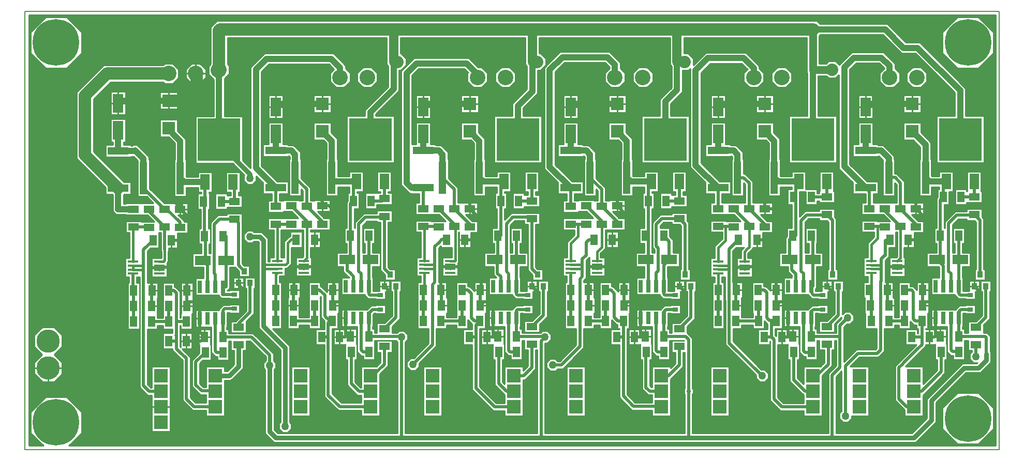
<source format=gbr>
G04 PROTEUS RS274X GERBER FILE*
%FSLAX45Y45*%
%MOMM*%
G01*
%ADD11C,1.016000*%
%ADD10C,0.508000*%
%ADD14C,0.762000*%
%ADD12C,1.270000*%
%ADD15C,2.032000*%
%ADD40C,1.524000*%
%ADD16C,2.540000*%
%ADD18C,0.381000*%
%ADD19C,1.270000*%
%ADD70C,0.762000*%
%ADD71C,2.032000*%
%ADD13C,0.254000*%
%ADD21C,3.810000*%
%ADD22C,2.540000*%
%ADD23R,2.286000X2.286000*%
%ADD32R,0.889000X1.016000*%
%ADD29R,6.985000X6.985000*%
%ADD72R,1.524000X2.540000*%
%ADD26R,2.108200X2.108200*%
%ADD31R,0.889000X0.635000*%
%ADD20R,1.193800X5.308600*%
%ADD27R,1.651000X3.048000*%
%ADD33R,1.778000X0.381000*%
%ADD73R,0.635000X2.032000*%
%ADD28R,3.403600X1.244600*%
%ADD30R,2.540000X1.524000*%
%ADD24R,1.143000X1.803400*%
%ADD25R,1.803400X1.143000*%
%ADD34C,7.620000*%
%ADD39C,0.203200*%
G36*
X+8448040Y-4193540D02*
X-6712345Y-4193540D01*
X-6502401Y-3983596D01*
X-6502401Y-3636404D01*
X-6747904Y-3390901D01*
X-7095096Y-3390901D01*
X-7340599Y-3636404D01*
X-7340599Y-3983596D01*
X-7130655Y-4193540D01*
X-7368540Y-4193540D01*
X-7368540Y+2860040D01*
X+8448040Y+2860040D01*
X+8448040Y-4193540D01*
G37*
%LPC*%
G36*
X-6819901Y-2381811D02*
X-6819901Y-2571189D01*
X-6947462Y-2698750D01*
X-6819901Y-2826311D01*
X-6819901Y-3015689D01*
X-6953811Y-3149599D01*
X-7143189Y-3149599D01*
X-7277099Y-3015689D01*
X-7277099Y-2826311D01*
X-7149538Y-2698750D01*
X-7277099Y-2571189D01*
X-7277099Y-2381811D01*
X-7143189Y-2247901D01*
X-6953811Y-2247901D01*
X-6819901Y-2381811D01*
G37*
G36*
X-1993899Y+1773114D02*
X-1993899Y+1909886D01*
X-1897186Y+2006599D01*
X-1760414Y+2006599D01*
X-1663701Y+1909886D01*
X-1663701Y+1773114D01*
X-1760414Y+1676401D01*
X-1897186Y+1676401D01*
X-1993899Y+1773114D01*
G37*
G36*
X-2768601Y-3200399D02*
X-2768601Y-3708399D01*
X-3073399Y-3708399D01*
X-3073399Y-2895601D01*
X-2768601Y-2895601D01*
X-2768601Y-3200399D01*
G37*
G36*
X+266701Y+1773114D02*
X+266701Y+1909886D01*
X+363414Y+2006599D01*
X+500186Y+2006599D01*
X+596899Y+1909886D01*
X+596899Y+1773114D01*
X+500186Y+1676401D01*
X+363414Y+1676401D01*
X+266701Y+1773114D01*
G37*
G36*
X-609601Y-3200399D02*
X-609601Y-3708399D01*
X-914399Y-3708399D01*
X-914399Y-2895601D01*
X-609601Y-2895601D01*
X-609601Y-3200399D01*
G37*
G36*
X+1739899Y-3200399D02*
X+1739899Y-3708399D01*
X+1435101Y-3708399D01*
X+1435101Y-2895601D01*
X+1739899Y-2895601D01*
X+1739899Y-3200399D01*
G37*
G36*
X+2514601Y+1773114D02*
X+2514601Y+1909886D01*
X+2611314Y+2006599D01*
X+2748086Y+2006599D01*
X+2844799Y+1909886D01*
X+2844799Y+1773114D01*
X+2748086Y+1676401D01*
X+2611314Y+1676401D01*
X+2514601Y+1773114D01*
G37*
G36*
X+4089399Y-3200399D02*
X+4089399Y-3708399D01*
X+3784601Y-3708399D01*
X+3784601Y-2895601D01*
X+4089399Y-2895601D01*
X+4089399Y-3200399D01*
G37*
G36*
X+5581986Y+2716093D02*
X+6680629Y+2716093D01*
X+6983723Y+2412999D01*
X+7212323Y+2412999D01*
X+7962899Y+1662423D01*
X+7962899Y+1212849D01*
X+8261349Y+1212849D01*
X+8261349Y+438151D01*
X+7486651Y+438151D01*
X+7486651Y+1212849D01*
X+7785101Y+1212849D01*
X+7785101Y+1588777D01*
X+7138677Y+2235201D01*
X+6910077Y+2235201D01*
X+6606983Y+2538295D01*
X+5581986Y+2538295D01*
X+5562599Y+2518908D01*
X+5562599Y+2070099D01*
X+5682535Y+2070099D01*
X+5720635Y+2108199D01*
X+5836365Y+2108199D01*
X+5894471Y+2050093D01*
X+6095803Y+2251425D01*
X+6620755Y+2251425D01*
X+6807199Y+2064981D01*
X+6807199Y+1986086D01*
X+6883399Y+1909886D01*
X+6883399Y+1773114D01*
X+6786686Y+1676401D01*
X+6649914Y+1676401D01*
X+6553201Y+1773114D01*
X+6553201Y+1909886D01*
X+6629401Y+1986086D01*
X+6629401Y+1991335D01*
X+6547109Y+2073627D01*
X+6169449Y+2073627D01*
X+6066925Y+1971103D01*
X+6066925Y+416017D01*
X+6349993Y+132949D01*
X+6532879Y+132949D01*
X+6532879Y-67709D01*
X+6451599Y-67709D01*
X+6451599Y-214631D01*
X+6832601Y-214631D01*
X+6832601Y+83456D01*
X+6803389Y+112668D01*
X+6803389Y-105409D01*
X+6607811Y-105409D01*
X+6607811Y+487687D01*
X+6541777Y+553721D01*
X+6532879Y+553721D01*
X+6532879Y+542291D01*
X+6116321Y+542291D01*
X+6116321Y+742949D01*
X+6203951Y+742949D01*
X+6203951Y+1105119D01*
X+6445249Y+1105119D01*
X+6445249Y+742949D01*
X+6532879Y+742949D01*
X+6532879Y+731519D01*
X+6615423Y+731519D01*
X+6794499Y+552443D01*
X+6794499Y+501649D01*
X+6803389Y+501649D01*
X+6803389Y+262850D01*
X+6832807Y+262850D01*
X+6959599Y+136058D01*
X+6959599Y-214631D01*
X+7278369Y-214631D01*
X+7278369Y-405129D01*
X+7081149Y-405129D01*
X+7190651Y-514631D01*
X+7278369Y-514631D01*
X+7278369Y-705129D01*
X+7118349Y-705129D01*
X+7118349Y-946149D01*
X+6953249Y-946149D01*
X+6953249Y-1111251D01*
X+6972299Y-1111251D01*
X+6972299Y-1420549D01*
X+6718301Y-1420549D01*
X+6718301Y-1111251D01*
X+6821629Y-1111251D01*
X+6838951Y-1093929D01*
X+6838951Y-695129D01*
X+6818349Y-695129D01*
X+6818349Y-946149D01*
X+6708735Y-946149D01*
X+6708735Y-1099189D01*
X+6646243Y-1161681D01*
X+6646243Y-1515111D01*
X+6773349Y-1515111D01*
X+6773349Y-1769111D01*
X+6800849Y-1769111D01*
X+6800849Y-2087881D01*
X+6864351Y-2087881D01*
X+6864351Y-1515111D01*
X+7054849Y-1515111D01*
X+7054849Y-1579881D01*
X+7101841Y-1579881D01*
X+7164351Y-1642391D01*
X+7164351Y-1515111D01*
X+7354849Y-1515111D01*
X+7354849Y-2025649D01*
X+7344849Y-2025649D01*
X+7344849Y-2279649D01*
X+7310505Y-2279649D01*
X+7310505Y-2284731D01*
X+7453351Y-2284731D01*
X+7453351Y-2277111D01*
X+7643849Y-2277111D01*
X+7643849Y-2531111D01*
X+7653849Y-2531111D01*
X+7653849Y-2787649D01*
X+7622099Y-2787649D01*
X+7622099Y-3008701D01*
X+7265301Y-3365499D01*
X+7264399Y-3365499D01*
X+7264399Y-3708399D01*
X+6959601Y-3708399D01*
X+6959601Y-3610405D01*
X+6804497Y-3455302D01*
X+6804497Y-2889407D01*
X+7152635Y-2541269D01*
X+6980751Y-2541269D01*
X+6980751Y-2284731D01*
X+7171249Y-2284731D01*
X+7171249Y-2349501D01*
X+7183507Y-2349501D01*
X+7183507Y-2279649D01*
X+7154351Y-2279649D01*
X+7154351Y-2214879D01*
X+7110970Y-2214879D01*
X+7108375Y-2212285D01*
X+7054849Y-2158759D01*
X+7054849Y-2279649D01*
X+6864351Y-2279649D01*
X+6864351Y-2214879D01*
X+6800849Y-2214879D01*
X+6800849Y-2279649D01*
X+6633670Y-2279649D01*
X+6633670Y-2649326D01*
X+6538951Y-2744045D01*
X+6226712Y-2744045D01*
X+6075155Y-2895601D01*
X+6375399Y-2895601D01*
X+6375399Y-3708399D01*
X+6096893Y-3708399D01*
X+6096893Y-3747935D01*
X+6037378Y-3807450D01*
X+5953210Y-3807450D01*
X+5893695Y-3747935D01*
X+5893695Y-3663767D01*
X+5931795Y-3625667D01*
X+5931795Y-3212198D01*
X+5931796Y-3100908D01*
X+5931795Y-2971805D01*
X+5841999Y-3061601D01*
X+5841999Y-3987801D01*
X+5873939Y-3987801D01*
X+5874478Y-3987262D01*
X+7080541Y-3987699D01*
X+7325803Y-3742437D01*
X+7325803Y-3424937D01*
X+7905939Y-2844801D01*
X+8141318Y-2844801D01*
X+8154020Y-2832099D01*
X+8085916Y-2832099D01*
X+8026401Y-2772584D01*
X+8026401Y-2688416D01*
X+8064501Y-2650316D01*
X+8064501Y-2635249D01*
X+7999731Y-2635249D01*
X+7999731Y-2468879D01*
X+7943849Y-2468879D01*
X+7943849Y-2787649D01*
X+7753351Y-2787649D01*
X+7753351Y-2714592D01*
X+7718398Y-2714592D01*
X+7658101Y-2654295D01*
X+7658101Y-2240279D01*
X+7397751Y-2240279D01*
X+7397751Y-1960881D01*
X+7795271Y-1960881D01*
X+7858771Y-1897381D01*
X+7956551Y-1897381D01*
X+7956551Y-1891031D01*
X+8121649Y-1891031D01*
X+8121649Y-2030729D01*
X+7956551Y-2030729D01*
X+7956551Y-2024379D01*
X+7918449Y-2024379D01*
X+7918449Y-2240279D01*
X+7912099Y-2240279D01*
X+7912099Y-2277111D01*
X+7943849Y-2277111D01*
X+7943849Y-2341881D01*
X+7999731Y-2341881D01*
X+7999731Y-2154751D01*
X+8133449Y-2154751D01*
X+8227061Y-2061139D01*
X+8227061Y-1668779D01*
X+8208011Y-1668779D01*
X+8208011Y-1490981D01*
X+8373109Y-1490981D01*
X+8373109Y-1668779D01*
X+8354059Y-1668779D01*
X+8354059Y-2113741D01*
X+8256269Y-2211531D01*
X+8256269Y-2341881D01*
X+8307791Y-2341881D01*
X+8363378Y-2397468D01*
X+8363378Y-2644752D01*
X+8376078Y-2657452D01*
X+8376078Y-2825561D01*
X+8204440Y-2997199D01*
X+7969061Y-2997199D01*
X+7478201Y-3488059D01*
X+7478201Y-3805559D01*
X+7143643Y-4140117D01*
X+7112065Y-4140106D01*
X+5937580Y-4139680D01*
X+5937061Y-4140199D01*
X-3079563Y-4140199D01*
X-3081856Y-4137906D01*
X-3359108Y-4137906D01*
X-3500958Y-3996056D01*
X-3500958Y-2948297D01*
X-3530599Y-2918656D01*
X-3530599Y-2834488D01*
X-3488258Y-2792147D01*
X-3488258Y-2737000D01*
X-3748759Y-2476499D01*
X-3808731Y-2476499D01*
X-3808731Y-2635249D01*
X-3860801Y-2635249D01*
X-3860801Y-2926167D01*
X-3905437Y-2970803D01*
X-3905439Y-2970803D01*
X-4060605Y-3125969D01*
X-4165601Y-3125969D01*
X-4165601Y-3708399D01*
X-4470399Y-3708399D01*
X-4470399Y-3617903D01*
X-4690897Y-3617903D01*
X-4853499Y-3455302D01*
X-4853499Y-2792801D01*
X-5016499Y-2629802D01*
X-5016499Y-2604769D01*
X-5175249Y-2604769D01*
X-5175249Y-2348231D01*
X-5016499Y-2348231D01*
X-5016499Y-2287269D01*
X-5175249Y-2287269D01*
X-5175249Y-2222499D01*
X-5266251Y-2222499D01*
X-5266251Y-2287269D01*
X-5427706Y-2287269D01*
X-5427706Y-3181994D01*
X-5371199Y-3238501D01*
X-5359399Y-3238501D01*
X-5359399Y-2895601D01*
X-5054601Y-2895601D01*
X-5054601Y-3962399D01*
X-5359399Y-3962399D01*
X-5359399Y-3365499D01*
X-5423801Y-3365499D01*
X-5554704Y-3234596D01*
X-5554704Y-1430249D01*
X-5600701Y-1430249D01*
X-5600701Y-1522731D01*
X-5556251Y-1522731D01*
X-5556251Y-2287269D01*
X-5746749Y-2287269D01*
X-5746749Y-1522731D01*
X-5727699Y-1522731D01*
X-5727699Y-1430249D01*
X-5789399Y-1430249D01*
X-5789399Y-1120951D01*
X-5719549Y-1120951D01*
X-5719549Y-702749D01*
X-5779769Y-702749D01*
X-5779769Y-512251D01*
X-5523231Y-512251D01*
X-5523231Y-522251D01*
X-5318549Y-522251D01*
X-5428051Y-412749D01*
X-5779769Y-412749D01*
X-5779769Y-406399D01*
X-5942323Y-406399D01*
X-5994399Y-354323D01*
X-5994399Y-83665D01*
X-6002735Y-75329D01*
X-6113779Y-75329D01*
X-6113779Y+35715D01*
X-6589117Y+511053D01*
X-6589117Y+1597578D01*
X-6141996Y+2044699D01*
X-5173786Y+2044699D01*
X-5148386Y+2070099D01*
X-5011614Y+2070099D01*
X-4914901Y+1973386D01*
X-4914901Y+1836614D01*
X-5011614Y+1739901D01*
X-5148386Y+1739901D01*
X-5173786Y+1765301D01*
X-6026266Y+1765301D01*
X-6309719Y+1481848D01*
X-6309719Y+626783D01*
X-5808265Y+125329D01*
X-5697221Y+125329D01*
X-5697221Y-75329D01*
X-5808265Y-75329D01*
X-5816601Y-83665D01*
X-5816601Y-228601D01*
X-5779769Y-228601D01*
X-5779769Y-222251D01*
X-5328549Y-222251D01*
X-5437771Y-113029D01*
X-5587289Y-113029D01*
X-5587289Y+478467D01*
X-5654923Y+546101D01*
X-5697221Y+546101D01*
X-5697221Y+534671D01*
X-6113779Y+534671D01*
X-6113779Y+735329D01*
X-5994399Y+735329D01*
X-5994399Y+780001D01*
X-6026149Y+780001D01*
X-6026149Y+1160999D01*
X-5784851Y+1160999D01*
X-5784851Y+780001D01*
X-5816601Y+780001D01*
X-5816601Y+735329D01*
X-5697221Y+735329D01*
X-5697221Y+723899D01*
X-5677415Y+723899D01*
X-5666169Y+735145D01*
X-5592523Y+735145D01*
X-5400601Y+543223D01*
X-5400601Y+494029D01*
X-5391711Y+494029D01*
X-5391711Y+20511D01*
X-5148949Y-222251D01*
X-4761231Y-222251D01*
X-4761231Y-412749D01*
X-4923583Y-412749D01*
X-4826001Y-510331D01*
X-4826001Y-522251D01*
X-4761231Y-522251D01*
X-4761231Y-712749D01*
X-4938751Y-712749D01*
X-4938751Y-953769D01*
X-5080001Y-953769D01*
X-5080001Y-1004202D01*
X-5086351Y-1010552D01*
X-5086351Y-1175585D01*
X-5105401Y-1194635D01*
X-5105401Y-1430249D01*
X-5359399Y-1430249D01*
X-5359399Y-1120951D01*
X-5200649Y-1120951D01*
X-5200649Y-1010552D01*
X-5206999Y-1004202D01*
X-5206998Y-792700D01*
X-5206999Y-702749D01*
X-5238751Y-702749D01*
X-5238751Y-953769D01*
X-5372469Y-953769D01*
X-5427706Y-1009006D01*
X-5427706Y-1522731D01*
X-5256251Y-1522731D01*
X-5256251Y-1779269D01*
X-5266251Y-1779269D01*
X-5266251Y-2095501D01*
X-5175249Y-2095501D01*
X-5175249Y-1522731D01*
X-4984751Y-1522731D01*
X-4984751Y-1587501D01*
X-4970601Y-1587501D01*
X-4889501Y-1668601D01*
X-4889501Y-2095501D01*
X-4885249Y-2095501D01*
X-4885249Y-2030731D01*
X-4875249Y-2030731D01*
X-4875249Y-1522731D01*
X-4684751Y-1522731D01*
X-4684751Y-2033269D01*
X-4694751Y-2033269D01*
X-4694751Y-2287269D01*
X-4885249Y-2287269D01*
X-4885249Y-2222499D01*
X-4889501Y-2222499D01*
X-4889501Y-2577199D01*
X-4885249Y-2581451D01*
X-4885249Y-2348231D01*
X-4694751Y-2348231D01*
X-4694751Y-2604769D01*
X-4861931Y-2604769D01*
X-4726501Y-2740198D01*
X-4726501Y-3402699D01*
X-4638295Y-3490905D01*
X-4470399Y-3490905D01*
X-4470399Y-3357997D01*
X-4564547Y-3357997D01*
X-4699156Y-3223389D01*
X-4699156Y-2795355D01*
X-4661958Y-2758158D01*
X-4576249Y-2672449D01*
X-4576249Y-2541269D01*
X-4586249Y-2541269D01*
X-4586249Y-2284731D01*
X-4395751Y-2284731D01*
X-4395751Y-2538731D01*
X-4385751Y-2538731D01*
X-4385751Y-2795269D01*
X-4519469Y-2795269D01*
X-4572158Y-2847958D01*
X-4572158Y-3170786D01*
X-4511945Y-3230999D01*
X-4470399Y-3230999D01*
X-4470399Y-2895601D01*
X-4165601Y-2895601D01*
X-4165601Y-2973571D01*
X-4123727Y-2973571D01*
X-4013199Y-2863043D01*
X-4013199Y-2635249D01*
X-4065269Y-2635249D01*
X-4065269Y-2476499D01*
X-4095751Y-2476499D01*
X-4095751Y-2795269D01*
X-4286249Y-2795269D01*
X-4286249Y-2730499D01*
X-4317790Y-2730499D01*
X-4380882Y-2667407D01*
X-4380882Y-2247899D01*
X-4641849Y-2247899D01*
X-4641849Y-1968501D01*
X-4255096Y-1968501D01*
X-4255096Y-1952033D01*
X-4189014Y-1885951D01*
X-4083049Y-1885951D01*
X-4083049Y-1879601D01*
X-3917951Y-1879601D01*
X-3917951Y-2019299D01*
X-4083049Y-2019299D01*
X-4083049Y-2012949D01*
X-4121151Y-2012949D01*
X-4121151Y-2247899D01*
X-4127501Y-2247899D01*
X-4127501Y-2284731D01*
X-4095751Y-2284731D01*
X-4095751Y-2349501D01*
X-3696157Y-2349501D01*
X-3361260Y-2684398D01*
X-3361260Y-2800629D01*
X-3327401Y-2834488D01*
X-3327401Y-2918656D01*
X-3348560Y-2939815D01*
X-3348560Y-3932934D01*
X-3295986Y-3985508D01*
X-3018732Y-3985508D01*
X-3016439Y-3987801D01*
X-1333499Y-3987801D01*
X-1333499Y-2493184D01*
X-1357804Y-2468879D01*
X-1708151Y-2468879D01*
X-1708151Y-2787649D01*
X-1898649Y-2787649D01*
X-1898649Y-2722551D01*
X-1924893Y-2722551D01*
X-1993898Y-2653546D01*
X-1993898Y-2627244D01*
X-1993899Y-2240279D01*
X-2254249Y-2240279D01*
X-2254249Y-1960881D01*
X-1829701Y-1960881D01*
X-1766201Y-1897381D01*
X-1695449Y-1897381D01*
X-1695449Y-1891031D01*
X-1530351Y-1891031D01*
X-1530351Y-2030729D01*
X-1695449Y-2030729D01*
X-1695449Y-2024379D01*
X-1713599Y-2024379D01*
X-1733551Y-2044331D01*
X-1733551Y-2240279D01*
X-1739901Y-2240279D01*
X-1739901Y-2277111D01*
X-1708151Y-2277111D01*
X-1708151Y-2341881D01*
X-1677669Y-2341881D01*
X-1677669Y-2183131D01*
X-1543951Y-2183131D01*
X-1424939Y-2064119D01*
X-1424939Y-1668779D01*
X-1443989Y-1668779D01*
X-1443989Y-1490981D01*
X-1278891Y-1490981D01*
X-1278891Y-1668779D01*
X-1297941Y-1668779D01*
X-1297941Y-2116721D01*
X-1421131Y-2239911D01*
X-1421131Y-2341881D01*
X-1342564Y-2341881D01*
X-1312084Y-2311401D01*
X-1227916Y-2311401D01*
X-1168401Y-2370916D01*
X-1168401Y-2455084D01*
X-1206501Y-2493184D01*
X-1206501Y-3987801D01*
X+952501Y-3987801D01*
X+952501Y-2627629D01*
X+927099Y-2627629D01*
X+927098Y-2721976D01*
X+927099Y-2937874D01*
X+889901Y-2975071D01*
X+753473Y-3111499D01*
X+723899Y-3111499D01*
X+723899Y-3708399D01*
X+419101Y-3708399D01*
X+419101Y-3619498D01*
X+412750Y-3619498D01*
X+227698Y-3619499D01*
X+190501Y-3582301D01*
X-116820Y-3274980D01*
X-116820Y-3248678D01*
X-116821Y-2541269D01*
X-258249Y-2541269D01*
X-258249Y-2284731D01*
X-116821Y-2284731D01*
X-116821Y-2197147D01*
X-184151Y-2129817D01*
X-184151Y-2279649D01*
X-374649Y-2279649D01*
X-374649Y-2214879D01*
X-529151Y-2214879D01*
X-529151Y-2279649D01*
X-698501Y-2279649D01*
X-698501Y-2566301D01*
X-977901Y-2845701D01*
X-977901Y-2899584D01*
X-1037416Y-2959099D01*
X-1121584Y-2959099D01*
X-1181099Y-2899584D01*
X-1181099Y-2815416D01*
X-1121584Y-2755901D01*
X-1067701Y-2755901D01*
X-825499Y-2513699D01*
X-825499Y-2279649D01*
X-1009649Y-2279649D01*
X-1009649Y-1515111D01*
X-957049Y-1515111D01*
X-957049Y-1417549D01*
X-1026899Y-1417549D01*
X-1026899Y-1108251D01*
X-957049Y-1108251D01*
X-957049Y-695129D01*
X-1042669Y-695129D01*
X-1042669Y-504631D01*
X-786131Y-504631D01*
X-786131Y-514631D01*
X-545449Y-514631D01*
X-654951Y-405129D01*
X-1042669Y-405129D01*
X-1042669Y-214631D01*
X-977899Y-214631D01*
X-977899Y-67709D01*
X-1122679Y-67709D01*
X-1122679Y-56279D01*
X-1145261Y-56279D01*
X-1276379Y+74839D01*
X-1276379Y+1944584D01*
X-1061964Y+2158999D01*
X-166377Y+2158999D01*
X-13977Y+2006599D01*
X+42986Y+2006599D01*
X+139699Y+1909886D01*
X+139699Y+1773114D01*
X+42986Y+1676401D01*
X-93786Y+1676401D01*
X-190499Y+1773114D01*
X-190499Y+1909886D01*
X-179604Y+1920782D01*
X-240023Y+1981201D01*
X-988318Y+1981201D01*
X-1098581Y+1870938D01*
X-1098581Y+742949D01*
X-1035049Y+742949D01*
X-1035049Y+1105119D01*
X-793751Y+1105119D01*
X-793751Y+742949D01*
X-706121Y+742949D01*
X-706121Y+731519D01*
X-623577Y+731519D01*
X-508001Y+615943D01*
X-508001Y+501649D01*
X-499111Y+501649D01*
X-499111Y+190131D01*
X-342902Y+33922D01*
X-342902Y+7620D01*
X-342901Y-214631D01*
X-24131Y-214631D01*
X-24131Y-405129D01*
X-221351Y-405129D01*
X-111849Y-514631D01*
X-24131Y-514631D01*
X-24131Y-705129D01*
X-138151Y-705129D01*
X-138151Y-946149D01*
X-328649Y-946149D01*
X-328649Y-695129D01*
X-334378Y-695129D01*
X-334378Y-1185518D01*
X-342901Y-1194041D01*
X-342901Y-1417549D01*
X-596899Y-1417549D01*
X-596899Y-1108251D01*
X-448674Y-1108251D01*
X-448674Y-946149D01*
X-628649Y-946149D01*
X-628649Y-925692D01*
X-660401Y-957444D01*
X-660401Y-1515111D01*
X-529151Y-1515111D01*
X-529151Y-1769111D01*
X-519151Y-1769111D01*
X-519151Y-2025649D01*
X-529151Y-2025649D01*
X-529151Y-2087881D01*
X-374649Y-2087881D01*
X-374649Y-1515111D01*
X-184151Y-1515111D01*
X-184151Y-1579881D01*
X-155724Y-1579881D01*
X-74649Y-1660956D01*
X-74649Y-1515111D01*
X+115849Y-1515111D01*
X+115849Y-2025649D01*
X+105849Y-2025649D01*
X+105849Y-2279649D01*
X+10177Y-2279649D01*
X+10177Y-2439401D01*
X+10176Y-3222376D01*
X+280301Y-3492501D01*
X+419101Y-3492502D01*
X+419101Y-3364301D01*
X+256101Y-3201302D01*
X+256101Y-2787649D01*
X+224351Y-2787649D01*
X+224351Y-2533649D01*
X+222249Y-2533649D01*
X+222249Y-2541269D01*
X+31751Y-2541269D01*
X+31751Y-2284731D01*
X+214351Y-2284731D01*
X+214351Y-2277111D01*
X+404849Y-2277111D01*
X+404849Y-2531111D01*
X+414849Y-2531111D01*
X+414849Y-2787649D01*
X+383099Y-2787649D01*
X+383099Y-3148699D01*
X+419101Y-3184701D01*
X+419101Y-2895601D01*
X+723899Y-2895601D01*
X+723899Y-2961473D01*
X+800101Y-2885271D01*
X+800102Y-2721976D01*
X+800101Y-2627629D01*
X+735331Y-2627629D01*
X+735331Y-2468879D01*
X+704849Y-2468879D01*
X+704849Y-2787649D01*
X+514351Y-2787649D01*
X+514351Y-2721467D01*
X+479817Y-2721467D01*
X+419101Y-2660751D01*
X+419101Y-2240279D01*
X+158751Y-2240279D01*
X+158751Y-1960881D01*
X+546381Y-1960881D01*
X+546381Y-1951252D01*
X+600252Y-1897381D01*
X+717551Y-1897381D01*
X+717551Y-1891031D01*
X+882649Y-1891031D01*
X+882649Y-2030729D01*
X+717551Y-2030729D01*
X+717551Y-2024379D01*
X+679449Y-2024379D01*
X+679449Y-2240279D01*
X+673099Y-2240279D01*
X+673099Y-2277111D01*
X+704849Y-2277111D01*
X+704849Y-2341881D01*
X+1006936Y-2341881D01*
X+1037416Y-2311401D01*
X+1121584Y-2311401D01*
X+1181099Y-2370916D01*
X+1181099Y-2455084D01*
X+1121584Y-2514599D01*
X+1079499Y-2514599D01*
X+1079499Y-3987801D01*
X+3365501Y-3987801D01*
X+3365501Y-3346263D01*
X+3352801Y-3333563D01*
X+3352801Y-3270437D01*
X+3365501Y-3257737D01*
X+3365501Y-2978376D01*
X+3363769Y-2976644D01*
X+3363769Y-2663629D01*
X+3340099Y-2663629D01*
X+3340099Y-2900169D01*
X+3302901Y-2937366D01*
X+3136899Y-3103368D01*
X+3136899Y-3708399D01*
X+2832101Y-3708399D01*
X+2832101Y-3610787D01*
X+2500240Y-3610787D01*
X+2296601Y-3407148D01*
X+2296601Y-2541269D01*
X+2154751Y-2541269D01*
X+2154751Y-2284731D01*
X+2296602Y-2284731D01*
X+2296602Y-2279649D01*
X+2264851Y-2279649D01*
X+2264851Y-2210594D01*
X+2245511Y-2210594D01*
X+2165349Y-2130432D01*
X+2165349Y-2279649D01*
X+1974851Y-2279649D01*
X+1974851Y-2214879D01*
X+1883849Y-2214879D01*
X+1883849Y-2279649D01*
X+1714499Y-2279649D01*
X+1714499Y-2593190D01*
X+1561268Y-2746422D01*
X+1561266Y-2746422D01*
X+1372788Y-2934900D01*
X+1286024Y-2934359D01*
X+1248584Y-2971799D01*
X+1164416Y-2971799D01*
X+1104901Y-2912284D01*
X+1104901Y-2828116D01*
X+1164416Y-2768601D01*
X+1248584Y-2768601D01*
X+1287166Y-2807183D01*
X+1320608Y-2807480D01*
X+1587501Y-2540585D01*
X+1587501Y-2279649D01*
X+1403351Y-2279649D01*
X+1403351Y-1515111D01*
X+1435101Y-1515111D01*
X+1435101Y-1416049D01*
X+1371601Y-1416049D01*
X+1371601Y-1106751D01*
X+1441451Y-1106751D01*
X+1441452Y-854508D01*
X+1559395Y-736565D01*
X+1559395Y-659129D01*
X+1370331Y-659129D01*
X+1370331Y-468631D01*
X+1867551Y-468631D01*
X+1758049Y-359129D01*
X+1626869Y-359129D01*
X+1626869Y-369129D01*
X+1370331Y-369129D01*
X+1370331Y-178631D01*
X+1435101Y-178631D01*
X+1435101Y-67709D01*
X+1290321Y-67709D01*
X+1290321Y+115177D01*
X+1068213Y+337285D01*
X+1068213Y+2002562D01*
X+1325820Y+2260169D01*
X+2135083Y+2260169D01*
X+2311399Y+2083853D01*
X+2311399Y+1986086D01*
X+2387599Y+1909886D01*
X+2387599Y+1773114D01*
X+2290886Y+1676401D01*
X+2154114Y+1676401D01*
X+2057401Y+1773114D01*
X+2057401Y+1909886D01*
X+2133601Y+1986086D01*
X+2133601Y+2010207D01*
X+2061437Y+2082371D01*
X+1399466Y+2082371D01*
X+1246011Y+1928916D01*
X+1246011Y+410931D01*
X+1523993Y+132949D01*
X+1706879Y+132949D01*
X+1706879Y-67709D01*
X+1562099Y-67709D01*
X+1562099Y-178631D01*
X+1624331Y-178631D01*
X+1624331Y-168631D01*
X+1880869Y-168631D01*
X+1880869Y-178631D01*
X+1943101Y-178631D01*
X+1943101Y-18681D01*
X+1913889Y+10531D01*
X+1913889Y-105409D01*
X+1718311Y-105409D01*
X+1718311Y+501649D01*
X+1727201Y+501649D01*
X+1727201Y+542297D01*
X+1715777Y+553721D01*
X+1706879Y+553721D01*
X+1706879Y+542291D01*
X+1290321Y+542291D01*
X+1290321Y+742949D01*
X+1377951Y+742949D01*
X+1377951Y+1105119D01*
X+1619249Y+1105119D01*
X+1619249Y+742949D01*
X+1706879Y+742949D01*
X+1706879Y+731519D01*
X+1789423Y+731519D01*
X+1904999Y+615943D01*
X+1904999Y+501649D01*
X+1913889Y+501649D01*
X+1913889Y+190131D01*
X+2070099Y+33921D01*
X+2070099Y-178631D01*
X+2132331Y-178631D01*
X+2132331Y-168631D01*
X+2388869Y-168631D01*
X+2388869Y-359129D01*
X+2181649Y-359129D01*
X+2291151Y-468631D01*
X+2388869Y-468631D01*
X+2388869Y-659129D01*
X+2063749Y-659129D01*
X+2063749Y-961883D01*
X+1985749Y-1039883D01*
X+1985749Y-1106751D01*
X+2055599Y-1106751D01*
X+2055599Y-1416049D01*
X+1801601Y-1416049D01*
X+1801601Y-1112679D01*
X+1752599Y-1161681D01*
X+1752599Y-1448701D01*
X+1714499Y-1486801D01*
X+1714499Y-1515111D01*
X+1883849Y-1515111D01*
X+1883849Y-1769111D01*
X+1893849Y-1769111D01*
X+1893849Y-2025649D01*
X+1883849Y-2025649D01*
X+1883849Y-2087881D01*
X+1974851Y-2087881D01*
X+1974851Y-1515111D01*
X+2165349Y-1515111D01*
X+2165349Y-1579881D01*
X+2186159Y-1579881D01*
X+2274851Y-1668573D01*
X+2274851Y-1515111D01*
X+2465349Y-1515111D01*
X+2465349Y-2025649D01*
X+2455349Y-2025649D01*
X+2455349Y-2279649D01*
X+2423598Y-2279649D01*
X+2423598Y-2282190D01*
X+2423599Y-2413000D01*
X+2423599Y-3354546D01*
X+2552842Y-3483789D01*
X+2832101Y-3483789D01*
X+2832101Y-3362790D01*
X+2764990Y-3362790D01*
X+2667001Y-3264802D01*
X+2667001Y-2787649D01*
X+2637351Y-2787649D01*
X+2637351Y-2533649D01*
X+2635249Y-2533649D01*
X+2635249Y-2541269D01*
X+2444751Y-2541269D01*
X+2444751Y-2284731D01*
X+2627351Y-2284731D01*
X+2627351Y-2277111D01*
X+2817849Y-2277111D01*
X+2817849Y-2531111D01*
X+2827849Y-2531111D01*
X+2827849Y-2787649D01*
X+2793999Y-2787649D01*
X+2793999Y-3212199D01*
X+2817592Y-3235792D01*
X+2832101Y-3235792D01*
X+2832101Y-2895601D01*
X+3136899Y-2895601D01*
X+3136899Y-2923768D01*
X+3213101Y-2847566D01*
X+3213101Y-2663629D01*
X+3148331Y-2663629D01*
X+3148331Y-2473131D01*
X+3357225Y-2473131D01*
X+3352973Y-2468879D01*
X+3117849Y-2468879D01*
X+3117849Y-2787649D01*
X+2927351Y-2787649D01*
X+2927351Y-2722879D01*
X+2899126Y-2722879D01*
X+2832101Y-2655854D01*
X+2832101Y-2240279D01*
X+2571751Y-2240279D01*
X+2571751Y-1960881D01*
X+2970948Y-1960881D01*
X+3034448Y-1897381D01*
X+3130551Y-1897381D01*
X+3130551Y-1891031D01*
X+3295649Y-1891031D01*
X+3295649Y-2030729D01*
X+3130551Y-2030729D01*
X+3130551Y-2024379D01*
X+3092449Y-2024379D01*
X+3092449Y-2240279D01*
X+3086099Y-2240279D01*
X+3086099Y-2277111D01*
X+3117849Y-2277111D01*
X+3117849Y-2341881D01*
X+3148331Y-2341881D01*
X+3148331Y-2183131D01*
X+3282049Y-2183131D01*
X+3401061Y-2064119D01*
X+3401061Y-1668779D01*
X+3382011Y-1668779D01*
X+3382011Y-1490981D01*
X+3547109Y-1490981D01*
X+3547109Y-1668779D01*
X+3528059Y-1668779D01*
X+3528059Y-2116721D01*
X+3404869Y-2239911D01*
X+3404869Y-2341881D01*
X+3405576Y-2341881D01*
X+3490767Y-2427072D01*
X+3490766Y-2623687D01*
X+3490767Y-2767698D01*
X+3490767Y-2924042D01*
X+3492499Y-2925774D01*
X+3492499Y-3257737D01*
X+3505199Y-3270437D01*
X+3505199Y-3333563D01*
X+3492499Y-3346263D01*
X+3492499Y-3987801D01*
X+5715001Y-3987801D01*
X+5715001Y-3008999D01*
X+5842001Y-2881999D01*
X+5842001Y-2468879D01*
X+5817869Y-2468879D01*
X+5817869Y-2627629D01*
X+5778498Y-2627629D01*
X+5778499Y-2883802D01*
X+5741301Y-2920999D01*
X+5613399Y-3048901D01*
X+5613399Y-3708399D01*
X+5308601Y-3708399D01*
X+5308601Y-3619499D01*
X+4926699Y-3619499D01*
X+4762501Y-3455301D01*
X+4762501Y-2481110D01*
X+4758249Y-2476858D01*
X+4758249Y-2541269D01*
X+4567751Y-2541269D01*
X+4567751Y-2284731D01*
X+4720692Y-2284731D01*
X+4720692Y-2203773D01*
X+4669349Y-2152430D01*
X+4669349Y-2279649D01*
X+4478851Y-2279649D01*
X+4478851Y-2214879D01*
X+4296849Y-2214879D01*
X+4296849Y-2279649D01*
X+4157190Y-2279649D01*
X+4157190Y-2484008D01*
X+4619583Y-2946401D01*
X+4677584Y-2946401D01*
X+4737099Y-3005916D01*
X+4737099Y-3090084D01*
X+4677584Y-3149599D01*
X+4593416Y-3149599D01*
X+4533901Y-3090084D01*
X+4533901Y-3040319D01*
X+4030192Y-2536610D01*
X+4030192Y-1812241D01*
X+4025901Y-1807950D01*
X+4025901Y-1428749D01*
X+3968749Y-1428749D01*
X+3968748Y-1515111D01*
X+4006849Y-1515111D01*
X+4006849Y-2279649D01*
X+3816351Y-2279649D01*
X+3816351Y-1515111D01*
X+3854452Y-1515111D01*
X+3854452Y-1507490D01*
X+3854451Y-1428749D01*
X+3784601Y-1428749D01*
X+3784601Y-1119451D01*
X+3854451Y-1119451D01*
X+3854451Y-926428D01*
X+3976905Y-803974D01*
X+3976905Y-695129D01*
X+3783331Y-695129D01*
X+3783331Y-504631D01*
X+4039869Y-504631D01*
X+4039869Y-514631D01*
X+4280551Y-514631D01*
X+4171049Y-405129D01*
X+3783331Y-405129D01*
X+3783331Y-214631D01*
X+3848101Y-214631D01*
X+3848101Y-67709D01*
X+3703321Y-67709D01*
X+3703321Y+115177D01*
X+3453208Y+365290D01*
X+3453208Y+1985644D01*
X+3423365Y+1955801D01*
X+3327399Y+1955801D01*
X+3327399Y+1598825D01*
X+3136899Y+1408325D01*
X+3136899Y+1212849D01*
X+3435349Y+1212849D01*
X+3435349Y+438151D01*
X+2660651Y+438151D01*
X+2660651Y+1212849D01*
X+2959101Y+1212849D01*
X+2959101Y+1481971D01*
X+3149601Y+1672471D01*
X+3149601Y+2022756D01*
X+3124201Y+2048156D01*
X+3124201Y+2487495D01*
X+983811Y+2487495D01*
X+983811Y+2235199D01*
X+1010365Y+2235199D01*
X+1092199Y+2153365D01*
X+1092199Y+2037635D01*
X+1010365Y+1955801D01*
X+958411Y+1955801D01*
X+958411Y+1573636D01*
X+723899Y+1339124D01*
X+723899Y+1212849D01*
X+1022349Y+1212849D01*
X+1022349Y+438151D01*
X+247651Y+438151D01*
X+247651Y+1212849D01*
X+546101Y+1212849D01*
X+546101Y+1412770D01*
X+780613Y+1647282D01*
X+780613Y+2022756D01*
X+755213Y+2048156D01*
X+755213Y+2487495D01*
X-1282701Y+2487495D01*
X-1282701Y+2235199D01*
X-1275635Y+2235199D01*
X-1193801Y+2153365D01*
X-1193801Y+2037635D01*
X-1275635Y+1955801D01*
X-1308101Y+1955801D01*
X-1308101Y+1614177D01*
X-1689101Y+1233177D01*
X-1689101Y+1212849D01*
X-1390651Y+1212849D01*
X-1390651Y+438151D01*
X-2165349Y+438151D01*
X-2165349Y+1212849D01*
X-1866899Y+1212849D01*
X-1866899Y+1306823D01*
X-1485899Y+1687823D01*
X-1485899Y+2022756D01*
X-1511299Y+2048156D01*
X-1511299Y+2487495D01*
X-4114801Y+2487495D01*
X-4114801Y+2058329D01*
X-4089402Y+2032930D01*
X-4089402Y+1896158D01*
X-4165601Y+1819959D01*
X-4165601Y+1205229D01*
X-3867151Y+1205229D01*
X-3867151Y+482411D01*
X-3736928Y+352188D01*
X-3736928Y+2008492D01*
X-3513064Y+2232356D01*
X-2381269Y+2232356D01*
X-2184401Y+2035488D01*
X-2184401Y+1986086D01*
X-2108201Y+1909886D01*
X-2108201Y+1773114D01*
X-2204914Y+1676401D01*
X-2341686Y+1676401D01*
X-2438399Y+1773114D01*
X-2438399Y+1909886D01*
X-2374321Y+1973964D01*
X-2454915Y+2054558D01*
X-3439418Y+2054558D01*
X-3559130Y+1934846D01*
X-3559130Y+390072D01*
X-3302007Y+132949D01*
X-3119121Y+132949D01*
X-3119121Y-67709D01*
X-3263901Y-67709D01*
X-3263901Y-178631D01*
X-3201669Y-178631D01*
X-3201669Y-168631D01*
X-2945131Y-168631D01*
X-2945131Y-178631D01*
X-2882899Y-178631D01*
X-2882899Y-18681D01*
X-2912111Y+10531D01*
X-2912111Y-105409D01*
X-3107689Y-105409D01*
X-3107689Y+501649D01*
X-3098799Y+501649D01*
X-3098799Y+542297D01*
X-3110223Y+553721D01*
X-3119121Y+553721D01*
X-3119121Y+542291D01*
X-3535679Y+542291D01*
X-3535679Y+742949D01*
X-3448049Y+742949D01*
X-3448049Y+1105119D01*
X-3206751Y+1105119D01*
X-3206751Y+742949D01*
X-3119121Y+742949D01*
X-3119121Y+731519D01*
X-3036577Y+731519D01*
X-2921001Y+615943D01*
X-2921001Y+501649D01*
X-2912111Y+501649D01*
X-2912111Y+190131D01*
X-2755901Y+33921D01*
X-2755901Y-178631D01*
X-2693669Y-178631D01*
X-2693669Y-168631D01*
X-2437131Y-168631D01*
X-2437131Y-359129D01*
X-2644351Y-359129D01*
X-2534849Y-468631D01*
X-2437131Y-468631D01*
X-2437131Y-659129D01*
X-2762252Y-659129D01*
X-2762252Y-689611D01*
X-2597151Y-689611D01*
X-2597151Y-946149D01*
X-2762252Y-946149D01*
X-2762252Y-1108251D01*
X-2743201Y-1108251D01*
X-2743201Y-1417549D01*
X-2997199Y-1417549D01*
X-2997199Y-1108251D01*
X-2890871Y-1108251D01*
X-2876548Y-1093928D01*
X-2876548Y-659129D01*
X-3243051Y-659129D01*
X-3243051Y-1108251D01*
X-3189229Y-1108251D01*
X-3189229Y-848928D01*
X-3099789Y-759488D01*
X-3087649Y-759488D01*
X-3087649Y-689611D01*
X-2897151Y-689611D01*
X-2897151Y-946149D01*
X-3074931Y-946149D01*
X-3074931Y-1220274D01*
X-3142206Y-1287549D01*
X-3173201Y-1287549D01*
X-3173201Y-1417549D01*
X-3270251Y-1417549D01*
X-3270251Y-1515111D01*
X-3232151Y-1515111D01*
X-3232151Y-2279649D01*
X-3378555Y-2279649D01*
X-3140974Y-2517230D01*
X-3140972Y-2517230D01*
X-3096336Y-2561866D01*
X-3096336Y-3808481D01*
X-3073401Y-3831416D01*
X-3073401Y-3915584D01*
X-3132916Y-3975099D01*
X-3217084Y-3975099D01*
X-3276599Y-3915584D01*
X-3276599Y-3831416D01*
X-3248734Y-3803551D01*
X-3248734Y-2624990D01*
X-3607192Y-2266532D01*
X-3607192Y-857061D01*
X-3619975Y-844278D01*
X-3682361Y-844278D01*
X-3707761Y-869678D01*
X-3791929Y-869678D01*
X-3851444Y-810163D01*
X-3851444Y-725995D01*
X-3791929Y-666480D01*
X-3707761Y-666480D01*
X-3682361Y-691880D01*
X-3556853Y-691880D01*
X-3499432Y-749301D01*
X-3499430Y-749301D01*
X-3454794Y-793937D01*
X-3454794Y-1173252D01*
X-3427199Y-1173252D01*
X-3427199Y-1108251D01*
X-3357349Y-1108251D01*
X-3357349Y-659129D01*
X-3455669Y-659129D01*
X-3455669Y-468631D01*
X-2958449Y-468631D01*
X-3067951Y-359129D01*
X-3199131Y-359129D01*
X-3199131Y-369129D01*
X-3455669Y-369129D01*
X-3455669Y-178631D01*
X-3390899Y-178631D01*
X-3390899Y-67709D01*
X-3535679Y-67709D01*
X-3535679Y+115177D01*
X-3644901Y+224399D01*
X-3644901Y+148416D01*
X-3704416Y+88901D01*
X-3788584Y+88901D01*
X-3848099Y+148416D01*
X-3848099Y+232584D01*
X-3840472Y+240212D01*
X-4030791Y+430531D01*
X-4641849Y+430531D01*
X-4641849Y+1205229D01*
X-4343399Y+1205229D01*
X-4343399Y+1801037D01*
X-4429059Y+1886697D01*
X-4429059Y+2023469D01*
X-4394199Y+2058329D01*
X-4394199Y+2667044D01*
X-4377075Y+2684168D01*
X-4377075Y+2685059D01*
X-4295241Y+2766893D01*
X+5531186Y+2766893D01*
X+5581986Y+2716093D01*
G37*
G36*
X+6997701Y+1773114D02*
X+6997701Y+1909886D01*
X+7094414Y+2006599D01*
X+7231186Y+2006599D01*
X+7327899Y+1909886D01*
X+7327899Y+1773114D01*
X+7231186Y+1676401D01*
X+7094414Y+1676401D01*
X+6997701Y+1773114D01*
G37*
G36*
X+7230109Y+936833D02*
X+7394499Y+772443D01*
X+7394499Y+501649D01*
X+7403389Y+501649D01*
X+7403389Y+226053D01*
X+7405923Y+223519D01*
X+7531101Y+223519D01*
X+7531101Y+299719D01*
X+7759699Y+299719D01*
X+7759699Y-30479D01*
X+7689849Y-30479D01*
X+7689849Y-247649D01*
X+7612099Y-247649D01*
X+7612099Y-626111D01*
X+7620001Y-626111D01*
X+7620001Y-521479D01*
X+7787483Y-353997D01*
X+7974331Y-353997D01*
X+7974331Y-314131D01*
X+8230869Y-314131D01*
X+8230869Y-447849D01*
X+8260079Y-477059D01*
X+8260079Y-1300481D01*
X+8279129Y-1300481D01*
X+8279129Y-1478279D01*
X+8114031Y-1478279D01*
X+8114031Y-1300481D01*
X+8133081Y-1300481D01*
X+8133081Y-529661D01*
X+8108049Y-504629D01*
X+7974331Y-504629D01*
X+7974331Y-480993D01*
X+7840087Y-480993D01*
X+7746999Y-574081D01*
X+7746999Y-1028701D01*
X+7785101Y-1028701D01*
X+7785101Y-882649D01*
X+7753351Y-882649D01*
X+7753351Y-626111D01*
X+7943849Y-626111D01*
X+7943849Y-882649D01*
X+7912099Y-882649D01*
X+7912099Y-1028701D01*
X+8039099Y-1028701D01*
X+8039099Y-1257299D01*
X+7912099Y-1257299D01*
X+7912099Y-1440181D01*
X+7918449Y-1440181D01*
X+7918449Y-1662431D01*
X+7956551Y-1662431D01*
X+7956551Y-1656081D01*
X+8020051Y-1656081D01*
X+8020051Y-1490981D01*
X+8185149Y-1490981D01*
X+8185149Y-1668779D01*
X+8121649Y-1668779D01*
X+8121649Y-1795779D01*
X+7956551Y-1795779D01*
X+7956551Y-1789429D01*
X+7848106Y-1789429D01*
X+7784392Y-1725715D01*
X+7784392Y-1719579D01*
X+7397751Y-1719579D01*
X+7397751Y-1440181D01*
X+7531101Y-1440181D01*
X+7531102Y-1270902D01*
X+7517499Y-1257299D01*
X+7327901Y-1257299D01*
X+7327901Y-1028701D01*
X+7485101Y-1028701D01*
X+7485101Y-882649D01*
X+7453351Y-882649D01*
X+7453351Y-626111D01*
X+7485101Y-626111D01*
X+7485101Y-139079D01*
X+7499351Y-124829D01*
X+7499351Y+8889D01*
X+7531101Y+8889D01*
X+7531101Y+45721D01*
X+7403389Y+45721D01*
X+7403389Y-105409D01*
X+7207811Y-105409D01*
X+7207811Y+501649D01*
X+7216701Y+501649D01*
X+7216701Y+698797D01*
X+7104387Y+811111D01*
X+6943091Y+811111D01*
X+6943091Y+1098129D01*
X+7230109Y+1098129D01*
X+7230109Y+936833D01*
G37*
G36*
X+8216899Y-24131D02*
X+8230869Y-24131D01*
X+8230869Y-214629D01*
X+7979849Y-214629D01*
X+7979849Y-247649D01*
X+7789351Y-247649D01*
X+7789351Y+8889D01*
X+7979849Y+8889D01*
X+7979849Y-24131D01*
X+7988301Y-24131D01*
X+7988301Y+299719D01*
X+8216899Y+299719D01*
X+8216899Y-24131D01*
G37*
G36*
X+2404109Y+936833D02*
X+2504999Y+835943D01*
X+2504999Y+501649D01*
X+2513889Y+501649D01*
X+2513889Y+226053D01*
X+2516423Y+223519D01*
X+2705101Y+223519D01*
X+2705101Y+299719D01*
X+2933699Y+299719D01*
X+2933699Y-30479D01*
X+2832099Y-30479D01*
X+2832099Y-54611D01*
X+2863849Y-54611D01*
X+2863849Y-311149D01*
X+2832099Y-311149D01*
X+2832099Y-1028701D01*
X+2867767Y-1028701D01*
X+2867767Y-980529D01*
X+2835062Y-947824D01*
X+2835062Y-539113D01*
X+2964793Y-409382D01*
X+2991095Y-409382D01*
X+3148331Y-409381D01*
X+3148331Y-377631D01*
X+3404869Y-377631D01*
X+3404869Y-511349D01*
X+3434079Y-540559D01*
X+3434079Y-1300481D01*
X+3453129Y-1300481D01*
X+3453129Y-1478279D01*
X+3288031Y-1478279D01*
X+3288031Y-1300481D01*
X+3307081Y-1300481D01*
X+3307081Y-593161D01*
X+3282049Y-568129D01*
X+3148331Y-568129D01*
X+3148331Y-536379D01*
X+3017397Y-536378D01*
X+2962060Y-591715D01*
X+2962060Y-626111D01*
X+3117849Y-626111D01*
X+3117849Y-759829D01*
X+3174998Y-816978D01*
X+3174998Y-843280D01*
X+3174999Y-1028701D01*
X+3276599Y-1028701D01*
X+3276599Y-1257299D01*
X+3087001Y-1257299D01*
X+3086099Y-1258201D01*
X+3086099Y-1440181D01*
X+3092449Y-1440181D01*
X+3092449Y-1662431D01*
X+3130551Y-1662431D01*
X+3130551Y-1656081D01*
X+3194051Y-1656081D01*
X+3194051Y-1490981D01*
X+3359149Y-1490981D01*
X+3359149Y-1668779D01*
X+3295649Y-1668779D01*
X+3295649Y-1795779D01*
X+3130551Y-1795779D01*
X+3130551Y-1789429D01*
X+3015349Y-1789429D01*
X+2959101Y-1733181D01*
X+2959101Y-1719579D01*
X+2571751Y-1719579D01*
X+2571751Y-1440181D01*
X+2705101Y-1440181D01*
X+2705101Y-1257299D01*
X+2565401Y-1257299D01*
X+2565401Y-1028701D01*
X+2705101Y-1028701D01*
X+2705101Y-882649D01*
X+2627351Y-882649D01*
X+2627351Y-626111D01*
X+2705101Y-626111D01*
X+2705101Y-311149D01*
X+2673351Y-311149D01*
X+2673351Y-54611D01*
X+2705101Y-54611D01*
X+2705101Y+45721D01*
X+2513889Y+45721D01*
X+2513889Y-105409D01*
X+2318311Y-105409D01*
X+2318311Y+501649D01*
X+2327201Y+501649D01*
X+2327201Y+762297D01*
X+2278387Y+811111D01*
X+2117091Y+811111D01*
X+2117091Y+1098129D01*
X+2404109Y+1098129D01*
X+2404109Y+936833D01*
G37*
G36*
X+3390899Y-30479D02*
X+3340098Y-30479D01*
X+3340099Y-87631D01*
X+3404869Y-87631D01*
X+3404869Y-278129D01*
X+3153849Y-278129D01*
X+3153849Y-311149D01*
X+2963351Y-311149D01*
X+2963351Y-54611D01*
X+3153849Y-54611D01*
X+3153849Y-87631D01*
X+3213101Y-87631D01*
X+3213102Y-30479D01*
X+3162301Y-30479D01*
X+3162301Y+299719D01*
X+3390899Y+299719D01*
X+3390899Y-30479D01*
G37*
G36*
X-8891Y+936833D02*
X+91999Y+835943D01*
X+91999Y+501649D01*
X+100889Y+501649D01*
X+100889Y+226053D01*
X+103423Y+223519D01*
X+292101Y+223519D01*
X+292101Y+299719D01*
X+520699Y+299719D01*
X+520699Y-30479D01*
X+419099Y-30479D01*
X+419099Y-54611D01*
X+450849Y-54611D01*
X+450849Y-311149D01*
X+419099Y-311149D01*
X+419099Y-493871D01*
X+528952Y-384018D01*
X+735331Y-384018D01*
X+735331Y-377631D01*
X+991869Y-377631D01*
X+991869Y-568129D01*
X+927099Y-568129D01*
X+927099Y-1269099D01*
X+958481Y-1300481D01*
X+1040129Y-1300481D01*
X+1040129Y-1478279D01*
X+875031Y-1478279D01*
X+875031Y-1396631D01*
X+800101Y-1321701D01*
X+800101Y-568129D01*
X+735331Y-568129D01*
X+735331Y-511016D01*
X+581554Y-511016D01*
X+510771Y-581799D01*
X+510771Y-1028701D01*
X+546101Y-1028701D01*
X+546101Y-882649D01*
X+514351Y-882649D01*
X+514351Y-626111D01*
X+704849Y-626111D01*
X+704849Y-882649D01*
X+673099Y-882649D01*
X+673099Y-1028701D01*
X+800099Y-1028701D01*
X+800099Y-1257299D01*
X+673099Y-1257299D01*
X+673099Y-1440181D01*
X+679449Y-1440181D01*
X+679449Y-1662431D01*
X+717551Y-1662431D01*
X+717551Y-1656081D01*
X+781051Y-1656081D01*
X+781051Y-1490981D01*
X+946149Y-1490981D01*
X+946149Y-1668779D01*
X+882649Y-1668779D01*
X+882649Y-1795779D01*
X+717551Y-1795779D01*
X+717551Y-1789429D01*
X+602349Y-1789429D01*
X+546101Y-1733181D01*
X+546101Y-1719579D01*
X+158751Y-1719579D01*
X+158751Y-1440181D01*
X+282641Y-1440181D01*
X+238443Y-1395983D01*
X+238443Y-1257299D01*
X+88901Y-1257299D01*
X+88901Y-1028701D01*
X+246101Y-1028701D01*
X+246101Y-882649D01*
X+214351Y-882649D01*
X+214351Y-626111D01*
X+292101Y-626111D01*
X+292101Y-311149D01*
X+260351Y-311149D01*
X+260351Y-54611D01*
X+292101Y-54611D01*
X+292101Y+45721D01*
X+100889Y+45721D01*
X+100889Y-105409D01*
X-94689Y-105409D01*
X-94689Y+501649D01*
X-85799Y+501649D01*
X-85799Y+762297D01*
X-134613Y+811111D01*
X-295909Y+811111D01*
X-295909Y+1098129D01*
X-8891Y+1098129D01*
X-8891Y+936833D01*
G37*
G36*
X+1134109Y-1668779D02*
X+1115059Y-1668779D01*
X+1115059Y-2080721D01*
X+991869Y-2203911D01*
X+991869Y-2337629D01*
X+735331Y-2337629D01*
X+735331Y-2147131D01*
X+869049Y-2147131D01*
X+988061Y-2028119D01*
X+988061Y-1668779D01*
X+969011Y-1668779D01*
X+969011Y-1490981D01*
X+1134109Y-1490981D01*
X+1134109Y-1668779D01*
G37*
G36*
X+977899Y-30479D02*
X+927098Y-30479D01*
X+927099Y-87631D01*
X+991869Y-87631D01*
X+991869Y-278129D01*
X+740849Y-278129D01*
X+740849Y-311149D01*
X+550351Y-311149D01*
X+550351Y-54611D01*
X+740849Y-54611D01*
X+740849Y-87631D01*
X+800101Y-87631D01*
X+800102Y-30479D01*
X+749301Y-30479D01*
X+749301Y+299719D01*
X+977899Y+299719D01*
X+977899Y-30479D01*
G37*
G36*
X-2421891Y+937137D02*
X-2397129Y+912446D01*
X-2321001Y+836318D01*
X-2321001Y+501649D01*
X-2312111Y+501649D01*
X-2312111Y+223519D01*
X-2120899Y+223519D01*
X-2120899Y+299719D01*
X-1892301Y+299719D01*
X-1892301Y-30479D01*
X-1993901Y-30479D01*
X-1993901Y-54611D01*
X-1962151Y-54611D01*
X-1962151Y-311149D01*
X-2039901Y-311149D01*
X-2039901Y-626111D01*
X-2031999Y-626111D01*
X-2031999Y-535476D01*
X-1884367Y-387844D01*
X-1677669Y-387844D01*
X-1677669Y-341631D01*
X-1421131Y-341631D01*
X-1421131Y-532129D01*
X-1485901Y-532129D01*
X-1485901Y-1269099D01*
X-1454519Y-1300481D01*
X-1372871Y-1300481D01*
X-1372871Y-1478279D01*
X-1537969Y-1478279D01*
X-1537969Y-1396631D01*
X-1612899Y-1321701D01*
X-1612899Y-532129D01*
X-1677669Y-532129D01*
X-1677669Y-514842D01*
X-1831765Y-514842D01*
X-1905001Y-588078D01*
X-1905001Y-1028701D01*
X-1866899Y-1028701D01*
X-1866899Y-882649D01*
X-1898649Y-882649D01*
X-1898649Y-626111D01*
X-1708151Y-626111D01*
X-1708151Y-882649D01*
X-1739901Y-882649D01*
X-1739901Y-1028701D01*
X-1612901Y-1028701D01*
X-1612901Y-1257299D01*
X-1739901Y-1257299D01*
X-1739901Y-1440181D01*
X-1733551Y-1440181D01*
X-1733551Y-1662431D01*
X-1695449Y-1662431D01*
X-1695449Y-1656081D01*
X-1631949Y-1656081D01*
X-1631949Y-1490981D01*
X-1466851Y-1490981D01*
X-1466851Y-1668779D01*
X-1530351Y-1668779D01*
X-1530351Y-1795779D01*
X-1695449Y-1795779D01*
X-1695449Y-1789429D01*
X-1810651Y-1789429D01*
X-1866899Y-1733181D01*
X-1866899Y-1719579D01*
X-2254249Y-1719579D01*
X-2254249Y-1440181D01*
X-2125155Y-1440181D01*
X-2222498Y-1342838D01*
X-2222498Y-1257299D01*
X-2324099Y-1257299D01*
X-2324099Y-1028701D01*
X-2166899Y-1028701D01*
X-2166899Y-882649D01*
X-2198649Y-882649D01*
X-2198649Y-626111D01*
X-2166899Y-626111D01*
X-2166899Y-202579D01*
X-2152649Y-188329D01*
X-2152649Y-54611D01*
X-2120899Y-54611D01*
X-2120899Y+45721D01*
X-2312111Y+45721D01*
X-2312111Y-105409D01*
X-2507689Y-105409D01*
X-2507689Y+501649D01*
X-2498799Y+501649D01*
X-2498799Y+762672D01*
X-2522851Y+786724D01*
X-2547353Y+811111D01*
X-2708909Y+811111D01*
X-2708909Y+1098129D01*
X-2421891Y+1098129D01*
X-2421891Y+937137D01*
G37*
G36*
X-1435101Y-30479D02*
X-1485901Y-30479D01*
X-1485901Y-51631D01*
X-1421131Y-51631D01*
X-1421131Y-242129D01*
X-1554849Y-242129D01*
X-1559099Y-246379D01*
X-1672151Y-246379D01*
X-1672151Y-311149D01*
X-1862649Y-311149D01*
X-1862649Y-54611D01*
X-1677669Y-54611D01*
X-1677669Y-51631D01*
X-1612899Y-51631D01*
X-1612899Y-30479D01*
X-1663699Y-30479D01*
X-1663699Y+299719D01*
X-1435101Y+299719D01*
X-1435101Y-30479D01*
G37*
G36*
X+7230109Y+1261111D02*
X+6943091Y+1261111D01*
X+6943091Y+1548129D01*
X+7230109Y+1548129D01*
X+7230109Y+1261111D01*
G37*
G36*
X+2404109Y+1261111D02*
X+2117091Y+1261111D01*
X+2117091Y+1548129D01*
X+2404109Y+1548129D01*
X+2404109Y+1261111D01*
G37*
G36*
X-8891Y+1261111D02*
X-295909Y+1261111D01*
X-295909Y+1548129D01*
X-8891Y+1548129D01*
X-8891Y+1261111D01*
G37*
G36*
X-2421891Y+1261111D02*
X-2708909Y+1261111D01*
X-2708909Y+1548129D01*
X-2421891Y+1548129D01*
X-2421891Y+1261111D01*
G37*
G36*
X-2297151Y-1771649D02*
X-2297151Y-2025649D01*
X-2307151Y-2025649D01*
X-2307151Y-2279649D01*
X-2404464Y-2279649D01*
X-2404464Y-3339578D01*
X-2252935Y-3491107D01*
X-1930399Y-3491107D01*
X-1930399Y-3365499D01*
X-1992701Y-3365499D01*
X-2156899Y-3201302D01*
X-2156899Y-2787649D01*
X-2188649Y-2787649D01*
X-2188649Y-2533649D01*
X-2190751Y-2533649D01*
X-2190751Y-2541269D01*
X-2381249Y-2541269D01*
X-2381249Y-2284731D01*
X-2198649Y-2284731D01*
X-2198649Y-2277111D01*
X-2008151Y-2277111D01*
X-2008151Y-2531111D01*
X-1998151Y-2531111D01*
X-1998151Y-2787649D01*
X-2029901Y-2787649D01*
X-2029901Y-3148699D01*
X-1940099Y-3238501D01*
X-1930399Y-3238501D01*
X-1930399Y-2895601D01*
X-1677301Y-2895601D01*
X-1612899Y-2831199D01*
X-1612899Y-2663629D01*
X-1677669Y-2663629D01*
X-1677669Y-2473131D01*
X-1421131Y-2473131D01*
X-1421131Y-2663629D01*
X-1485901Y-2663629D01*
X-1485901Y-2883802D01*
X-1523099Y-2920999D01*
X-1625601Y-3023501D01*
X-1625601Y-3708399D01*
X-1930399Y-3708399D01*
X-1930399Y-3618105D01*
X-2305537Y-3618105D01*
X-2531462Y-3392180D01*
X-2531462Y-2541269D01*
X-2671249Y-2541269D01*
X-2671249Y-2284731D01*
X-2531462Y-2284731D01*
X-2531462Y-2154642D01*
X-2528200Y-2151380D01*
X-2589207Y-2090373D01*
X-2589207Y-1756150D01*
X-2597151Y-1748206D01*
X-2597151Y-2279649D01*
X-2787649Y-2279649D01*
X-2787649Y-2214879D01*
X-2942151Y-2214879D01*
X-2942151Y-2279649D01*
X-3132649Y-2279649D01*
X-3132649Y-1769111D01*
X-3122649Y-1769111D01*
X-3122649Y-1515111D01*
X-2932151Y-1515111D01*
X-2932151Y-1771649D01*
X-2942151Y-1771649D01*
X-2942151Y-2087881D01*
X-2787649Y-2087881D01*
X-2787649Y-1515111D01*
X-2597151Y-1515111D01*
X-2597151Y-1572693D01*
X-2590834Y-1579010D01*
X-2590834Y-1579881D01*
X-2585876Y-1579881D01*
X-2487649Y-1678108D01*
X-2487649Y-1515111D01*
X-2297151Y-1515111D01*
X-2297151Y-1771649D01*
G37*
G36*
X+6445249Y+1168621D02*
X+6203951Y+1168621D01*
X+6203951Y+1549619D01*
X+6445249Y+1549619D01*
X+6445249Y+1168621D01*
G37*
G36*
X+1619249Y+1168621D02*
X+1377951Y+1168621D01*
X+1377951Y+1549619D01*
X+1619249Y+1549619D01*
X+1619249Y+1168621D01*
G37*
G36*
X-793751Y+1168621D02*
X-1035049Y+1168621D01*
X-1035049Y+1549619D01*
X-793751Y+1549619D01*
X-793751Y+1168621D01*
G37*
G36*
X-3206751Y+1168621D02*
X-3448049Y+1168621D01*
X-3448049Y+1549619D01*
X-3206751Y+1549619D01*
X-3206751Y+1168621D01*
G37*
G36*
X+2084351Y-689611D02*
X+2274849Y-689611D01*
X+2274849Y-946149D01*
X+2084351Y-946149D01*
X+2084351Y-689611D01*
G37*
G36*
X-3911601Y-38099D02*
X-3937001Y-38099D01*
X-3937001Y-95251D01*
X-3872231Y-95251D01*
X-3872231Y-285749D01*
X-4123251Y-285749D01*
X-4123251Y-318769D01*
X-4313749Y-318769D01*
X-4313749Y-62231D01*
X-4123251Y-62231D01*
X-4123251Y-95251D01*
X-4063999Y-95251D01*
X-4063999Y-38099D01*
X-4140199Y-38099D01*
X-4140199Y+292099D01*
X-3911601Y+292099D01*
X-3911601Y-38099D01*
G37*
G36*
X-4936491Y+970863D02*
X-4930880Y+963007D01*
X-4800601Y+832728D01*
X-4800601Y+494029D01*
X-4791711Y+494029D01*
X-4791711Y+218433D01*
X-4789177Y+215899D01*
X-4597399Y+215899D01*
X-4597399Y+292099D01*
X-4368801Y+292099D01*
X-4368801Y-38099D01*
X-4419601Y-38099D01*
X-4419601Y-62231D01*
X-4413251Y-62231D01*
X-4413251Y-318769D01*
X-4427501Y-318769D01*
X-4427501Y-633731D01*
X-4395751Y-633731D01*
X-4395751Y-890269D01*
X-4417502Y-890269D01*
X-4417502Y-1042811D01*
X-4395609Y-1042811D01*
X-4395609Y-540103D01*
X-4272507Y-417001D01*
X-4128769Y-417001D01*
X-4128769Y-385251D01*
X-3872231Y-385251D01*
X-3872231Y-575749D01*
X-3873501Y-575749D01*
X-3873501Y-1213219D01*
X-3842119Y-1244601D01*
X-3760471Y-1244601D01*
X-3760471Y-1422399D01*
X-3925569Y-1422399D01*
X-3925569Y-1340751D01*
X-3994911Y-1271409D01*
X-4078111Y-1271409D01*
X-4078111Y-1613801D01*
X-4115309Y-1650999D01*
X-4121151Y-1650999D01*
X-4121151Y-1651001D01*
X-4083049Y-1651001D01*
X-4083049Y-1644651D01*
X-3917951Y-1644651D01*
X-3917951Y-1784349D01*
X-4083049Y-1784349D01*
X-4083049Y-1777999D01*
X-4222551Y-1777999D01*
X-4260413Y-1740137D01*
X-4260413Y-1727199D01*
X-4641849Y-1727199D01*
X-4641849Y-1447801D01*
X-4508499Y-1447801D01*
X-4508499Y-1271409D01*
X-4687709Y-1271409D01*
X-4687709Y-1042811D01*
X-4544498Y-1042811D01*
X-4544498Y-890269D01*
X-4586249Y-890269D01*
X-4586249Y-633731D01*
X-4554499Y-633731D01*
X-4554499Y-318769D01*
X-4603749Y-318769D01*
X-4603749Y-62231D01*
X-4546599Y-62231D01*
X-4546599Y-38099D01*
X-4597399Y-38099D01*
X-4597399Y+38101D01*
X-4791711Y+38101D01*
X-4791711Y-113029D01*
X-4987289Y-113029D01*
X-4987289Y+494029D01*
X-4978399Y+494029D01*
X-4978399Y+759082D01*
X-5065586Y+846269D01*
X-5082389Y+866991D01*
X-5223509Y+866991D01*
X-5223509Y+1154009D01*
X-4936491Y+1154009D01*
X-4936491Y+970863D01*
G37*
G36*
X-4936491Y+1316991D02*
X-5223509Y+1316991D01*
X-5223509Y+1604009D01*
X-4936491Y+1604009D01*
X-4936491Y+1316991D01*
G37*
G36*
X-3666491Y-1612899D02*
X-3685541Y-1612899D01*
X-3685541Y-2034766D01*
X-3722739Y-2071963D01*
X-3808731Y-2157955D01*
X-3808731Y-2345249D01*
X-4065269Y-2345249D01*
X-4065269Y-2154751D01*
X-3985128Y-2154751D01*
X-3963301Y-2132925D01*
X-3812539Y-1982163D01*
X-3812539Y-1612899D01*
X-3831589Y-1612899D01*
X-3831589Y-1435101D01*
X-3666491Y-1435101D01*
X-3666491Y-1612899D01*
G37*
G36*
X-3854451Y-1612899D02*
X-4019549Y-1612899D01*
X-4019549Y-1435101D01*
X-3854451Y-1435101D01*
X-3854451Y-1612899D01*
G37*
G36*
X-5784851Y+1224501D02*
X-6026149Y+1224501D01*
X-6026149Y+1605499D01*
X-5784851Y+1605499D01*
X-5784851Y+1224501D01*
G37*
G36*
X-7340599Y+2239404D02*
X-7340599Y+2586596D01*
X-7095096Y+2832099D01*
X-6747904Y+2832099D01*
X-6502401Y+2586596D01*
X-6502401Y+2239404D01*
X-6747904Y+1993901D01*
X-7095096Y+1993901D01*
X-7340599Y+2239404D01*
G37*
G36*
X+7581901Y+2239404D02*
X+7581901Y+2586596D01*
X+7827404Y+2832099D01*
X+8174596Y+2832099D01*
X+8420099Y+2586596D01*
X+8420099Y+2239404D01*
X+8174596Y+1993901D01*
X+7827404Y+1993901D01*
X+7581901Y+2239404D01*
G37*
G36*
X+7581901Y-3920096D02*
X+7581901Y-3572904D01*
X+7827404Y-3327401D01*
X+8174596Y-3327401D01*
X+8420099Y-3572904D01*
X+8420099Y-3920096D01*
X+8174596Y-4165599D01*
X+7827404Y-4165599D01*
X+7581901Y-3920096D01*
G37*
G36*
X-4800599Y+1836614D02*
X-4800599Y+1973386D01*
X-4703886Y+2070099D01*
X-4567114Y+2070099D01*
X-4470401Y+1973386D01*
X-4470401Y+1836614D01*
X-4567114Y+1739901D01*
X-4703886Y+1739901D01*
X-4800599Y+1836614D01*
G37*
G36*
X-3022600Y+1571718D02*
X-3022600Y+1603282D01*
X-3000282Y+1625600D01*
X-2968718Y+1625600D01*
X-2946400Y+1603282D01*
X-2946400Y+1571718D01*
X-2968718Y+1549400D01*
X-3000282Y+1549400D01*
X-3022600Y+1571718D01*
G37*
G36*
X-609600Y+1635218D02*
X-609600Y+1666782D01*
X-587282Y+1689100D01*
X-555718Y+1689100D01*
X-533400Y+1666782D01*
X-533400Y+1635218D01*
X-555718Y+1612900D01*
X-587282Y+1612900D01*
X-609600Y+1635218D01*
G37*
G36*
X+1676400Y+1635218D02*
X+1676400Y+1666782D01*
X+1698718Y+1689100D01*
X+1730282Y+1689100D01*
X+1752600Y+1666782D01*
X+1752600Y+1635218D01*
X+1730282Y+1612900D01*
X+1698718Y+1612900D01*
X+1676400Y+1635218D01*
G37*
G36*
X+6399056Y+1691247D02*
X+6399056Y+1722811D01*
X+6421374Y+1745129D01*
X+6452938Y+1745129D01*
X+6475256Y+1722811D01*
X+6475256Y+1691247D01*
X+6452938Y+1668929D01*
X+6421374Y+1668929D01*
X+6399056Y+1691247D01*
G37*
G36*
X-4673600Y-2492282D02*
X-4673600Y-2460718D01*
X-4651282Y-2438400D01*
X-4619718Y-2438400D01*
X-4597400Y-2460718D01*
X-4597400Y-2492282D01*
X-4619718Y-2514600D01*
X-4651282Y-2514600D01*
X-4673600Y-2492282D01*
G37*
G36*
X-5432660Y+702904D02*
X-5432660Y+734468D01*
X-5410342Y+756786D01*
X-5378778Y+756786D01*
X-5356460Y+734468D01*
X-5356460Y+702904D01*
X-5378778Y+680586D01*
X-5410342Y+680586D01*
X-5432660Y+702904D01*
G37*
%LPD*%
G36*
X+5359401Y+2391584D02*
X+5359401Y+1926416D01*
X+5372101Y+1913716D01*
X+5372101Y+1212849D01*
X+5073651Y+1212849D01*
X+5073651Y+438151D01*
X+5848349Y+438151D01*
X+5848349Y+1212849D01*
X+5549899Y+1212849D01*
X+5549899Y+1866901D01*
X+5682535Y+1866901D01*
X+5720635Y+1828801D01*
X+5836365Y+1828801D01*
X+5889127Y+1881563D01*
X+5889127Y+342371D01*
X+6116321Y+115177D01*
X+6116321Y-67709D01*
X+6324601Y-67709D01*
X+6324601Y-214631D01*
X+6259831Y-214631D01*
X+6259831Y-405129D01*
X+6611549Y-405129D01*
X+6721051Y-514631D01*
X+6516369Y-514631D01*
X+6516369Y-504631D01*
X+6259831Y-504631D01*
X+6259831Y-695129D01*
X+6461980Y-695129D01*
X+6461980Y-771735D01*
X+6358151Y-875564D01*
X+6358151Y-1111251D01*
X+6288301Y-1111251D01*
X+6288301Y-1420549D01*
X+6358151Y-1420549D01*
X+6358152Y-1515111D01*
X+6292851Y-1515111D01*
X+6292851Y-1771649D01*
X+6310351Y-1771649D01*
X+6310351Y-2025649D01*
X+6320351Y-2025649D01*
X+6320351Y-2279649D01*
X+6506672Y-2279649D01*
X+6506672Y-2596724D01*
X+6486349Y-2617047D01*
X+6174110Y-2617047D01*
X+5968999Y-2822157D01*
X+5968999Y-2248801D01*
X+6020701Y-2197099D01*
X+6074584Y-2197099D01*
X+6134099Y-2137584D01*
X+6134099Y-2053416D01*
X+6074584Y-1993901D01*
X+5990416Y-1993901D01*
X+5941059Y-2043258D01*
X+5941059Y-1668779D01*
X+5960109Y-1668779D01*
X+5960109Y-1490981D01*
X+5795011Y-1490981D01*
X+5795011Y-1668779D01*
X+5814061Y-1668779D01*
X+5814061Y-2028119D01*
X+5695049Y-2147131D01*
X+5561331Y-2147131D01*
X+5561331Y-2337629D01*
X+5817869Y-2337629D01*
X+5817869Y-2203911D01*
X+5930901Y-2090879D01*
X+5930901Y-2107299D01*
X+5842001Y-2196198D01*
X+5842001Y-2341881D01*
X+5530849Y-2341881D01*
X+5530849Y-2277111D01*
X+5499099Y-2277111D01*
X+5499099Y-2240279D01*
X+5505449Y-2240279D01*
X+5505449Y-2024379D01*
X+5543551Y-2024379D01*
X+5543551Y-2030729D01*
X+5708649Y-2030729D01*
X+5708649Y-1891031D01*
X+5543551Y-1891031D01*
X+5543551Y-1897381D01*
X+5442632Y-1897381D01*
X+5379132Y-1960881D01*
X+4984751Y-1960881D01*
X+4984751Y-2240279D01*
X+5245101Y-2240279D01*
X+5245101Y-2667901D01*
X+5307699Y-2730499D01*
X+5340351Y-2730499D01*
X+5340351Y-2787649D01*
X+5530849Y-2787649D01*
X+5530849Y-2468879D01*
X+5561331Y-2468879D01*
X+5561331Y-2627629D01*
X+5651502Y-2627629D01*
X+5651501Y-2831199D01*
X+5587099Y-2895601D01*
X+5308601Y-2895601D01*
X+5308601Y-3184701D01*
X+5209099Y-3085199D01*
X+5209099Y-2787649D01*
X+5240849Y-2787649D01*
X+5240849Y-2531111D01*
X+5230849Y-2531111D01*
X+5230849Y-2277111D01*
X+5040351Y-2277111D01*
X+5040351Y-2284731D01*
X+4857751Y-2284731D01*
X+4857751Y-2396760D01*
X+4847690Y-2386699D01*
X+4847690Y-2279649D01*
X+4959349Y-2279649D01*
X+4959349Y-1515111D01*
X+4768851Y-1515111D01*
X+4768851Y-1654554D01*
X+4694178Y-1579881D01*
X+4659349Y-1579881D01*
X+4659349Y-1515111D01*
X+4468851Y-1515111D01*
X+4468851Y-2025649D01*
X+4478851Y-2025649D01*
X+4478851Y-2087881D01*
X+4296849Y-2087881D01*
X+4296849Y-1771649D01*
X+4306849Y-1771649D01*
X+4306849Y-1515111D01*
X+4152899Y-1515111D01*
X+4152899Y-1001381D01*
X+4208131Y-946149D01*
X+4332177Y-946149D01*
X+4284451Y-993875D01*
X+4284451Y-1119451D01*
X+4214601Y-1119451D01*
X+4214601Y-1428749D01*
X+4468599Y-1428749D01*
X+4468599Y-1119451D01*
X+4398749Y-1119451D01*
X+4398749Y-1041217D01*
X+4476749Y-963217D01*
X+4476749Y-946149D01*
X+4641849Y-946149D01*
X+4641849Y-705129D01*
X+4801869Y-705129D01*
X+4801869Y-514631D01*
X+4714151Y-514631D01*
X+4604649Y-405129D01*
X+4801869Y-405129D01*
X+4801869Y-214631D01*
X+4483099Y-214631D01*
X+4483099Y+134184D01*
X+4355664Y+261619D01*
X+4326889Y+261619D01*
X+4326889Y+501649D01*
X+4317999Y+501649D01*
X+4317999Y+615943D01*
X+4202423Y+731519D01*
X+4119879Y+731519D01*
X+4119879Y+742949D01*
X+4032249Y+742949D01*
X+4032249Y+1105119D01*
X+3790951Y+1105119D01*
X+3790951Y+742949D01*
X+3703321Y+742949D01*
X+3703321Y+542291D01*
X+4119879Y+542291D01*
X+4119879Y+553721D01*
X+4128777Y+553721D01*
X+4140201Y+542297D01*
X+4140201Y+501649D01*
X+4131311Y+501649D01*
X+4131311Y-105409D01*
X+4326889Y-105409D01*
X+4326889Y+110794D01*
X+4356101Y+81582D01*
X+4356101Y-214631D01*
X+3975099Y-214631D01*
X+3975099Y-67709D01*
X+4119879Y-67709D01*
X+4119879Y+132949D01*
X+3936993Y+132949D01*
X+3631006Y+438936D01*
X+3631006Y+1917784D01*
X+3783323Y+2070101D01*
X+4294130Y+2070101D01*
X+4392523Y+1971708D01*
X+4330701Y+1909886D01*
X+4330701Y+1773114D01*
X+4427414Y+1676401D01*
X+4564186Y+1676401D01*
X+4660899Y+1773114D01*
X+4660899Y+1909886D01*
X+4584699Y+1986086D01*
X+4584699Y+2030976D01*
X+4367776Y+2247899D01*
X+3709677Y+2247899D01*
X+3505199Y+2043421D01*
X+3505199Y+2153365D01*
X+3423365Y+2235199D01*
X+3352799Y+2235199D01*
X+3352799Y+2487495D01*
X+5359401Y+2487495D01*
X+5359401Y+2391584D01*
G37*
%LPC*%
G36*
X+4787901Y+1773114D02*
X+4787901Y+1909886D01*
X+4884614Y+2006599D01*
X+5021386Y+2006599D01*
X+5118099Y+1909886D01*
X+5118099Y+1773114D01*
X+5021386Y+1676401D01*
X+4884614Y+1676401D01*
X+4787901Y+1773114D01*
G37*
G36*
X+4817109Y+936833D02*
X+4917999Y+835943D01*
X+4917999Y+501649D01*
X+4926889Y+501649D01*
X+4926889Y+226053D01*
X+4929423Y+223519D01*
X+5118101Y+223519D01*
X+5118101Y+299719D01*
X+5346699Y+299719D01*
X+5346699Y+8889D01*
X+5530849Y+8889D01*
X+5530849Y-55881D01*
X+5561331Y-55881D01*
X+5561331Y-24131D01*
X+5575301Y-24131D01*
X+5575301Y+299719D01*
X+5803899Y+299719D01*
X+5803899Y-24131D01*
X+5817869Y-24131D01*
X+5817869Y-214629D01*
X+5561331Y-214629D01*
X+5561331Y-182879D01*
X+5530849Y-182879D01*
X+5530849Y-247649D01*
X+5340351Y-247649D01*
X+5340351Y-30479D01*
X+5245099Y-30479D01*
X+5245099Y-438994D01*
X+5336178Y-347915D01*
X+5561331Y-347915D01*
X+5561331Y-314131D01*
X+5817869Y-314131D01*
X+5817869Y-447849D01*
X+5847079Y-477059D01*
X+5847079Y-1300481D01*
X+5866129Y-1300481D01*
X+5866129Y-1478279D01*
X+5701031Y-1478279D01*
X+5701031Y-1300481D01*
X+5720081Y-1300481D01*
X+5720081Y-529661D01*
X+5695049Y-504629D01*
X+5561331Y-504629D01*
X+5561331Y-474913D01*
X+5388780Y-474913D01*
X+5333999Y-529694D01*
X+5333999Y-1028701D01*
X+5397501Y-1028701D01*
X+5397501Y-882649D01*
X+5340351Y-882649D01*
X+5340351Y-626111D01*
X+5530849Y-626111D01*
X+5530849Y-882649D01*
X+5524499Y-882649D01*
X+5524499Y-1028701D01*
X+5626099Y-1028701D01*
X+5626099Y-1257299D01*
X+5524499Y-1257299D01*
X+5524499Y-1606181D01*
X+5505765Y-1624915D01*
X+5505765Y-1662432D01*
X+5543551Y-1662432D01*
X+5543551Y-1656081D01*
X+5607051Y-1656081D01*
X+5607051Y-1490981D01*
X+5772149Y-1490981D01*
X+5772149Y-1668779D01*
X+5708649Y-1668779D01*
X+5708649Y-1795779D01*
X+5543551Y-1795779D01*
X+5543551Y-1789428D01*
X+5447680Y-1789428D01*
X+5378767Y-1720515D01*
X+5378767Y-1719579D01*
X+4984751Y-1719579D01*
X+4984751Y-1440181D01*
X+5118101Y-1440181D01*
X+5118101Y-1407024D01*
X+5051984Y-1340907D01*
X+5051984Y-1257299D01*
X+4914901Y-1257299D01*
X+4914901Y-1028701D01*
X+5016501Y-1028701D01*
X+5016501Y-783679D01*
X+5040351Y-759829D01*
X+5040351Y-626111D01*
X+5118101Y-626111D01*
X+5118101Y-247649D01*
X+5050351Y-247649D01*
X+5050351Y+8889D01*
X+5118101Y+8889D01*
X+5118101Y+45721D01*
X+4926889Y+45721D01*
X+4926889Y-105409D01*
X+4731311Y-105409D01*
X+4731311Y+501649D01*
X+4740201Y+501649D01*
X+4740201Y+762297D01*
X+4691387Y+811111D01*
X+4530091Y+811111D01*
X+4530091Y+1098129D01*
X+4817109Y+1098129D01*
X+4817109Y+936833D01*
G37*
G36*
X+4817109Y+1261111D02*
X+4530091Y+1261111D01*
X+4530091Y+1548129D01*
X+4817109Y+1548129D01*
X+4817109Y+1261111D01*
G37*
G36*
X+4032249Y+1168621D02*
X+3790951Y+1168621D01*
X+3790951Y+1549619D01*
X+4032249Y+1549619D01*
X+4032249Y+1168621D01*
G37*
G36*
X+4096246Y+1629227D02*
X+4096246Y+1660791D01*
X+4118564Y+1683109D01*
X+4150128Y+1683109D01*
X+4172446Y+1660791D01*
X+4172446Y+1629227D01*
X+4150128Y+1606909D01*
X+4118564Y+1606909D01*
X+4096246Y+1629227D01*
G37*
%LPD*%
G36*
X+7463351Y-2787649D02*
X+7495101Y-2787649D01*
X+7495101Y-2956099D01*
X+7264399Y-3186801D01*
X+7264399Y-2895601D01*
X+6977903Y-2895601D01*
X+7310505Y-2562999D01*
X+7310505Y-2541269D01*
X+7461249Y-2541269D01*
X+7461249Y-2533649D01*
X+7463351Y-2533649D01*
X+7463351Y-2787649D01*
G37*
G36*
X+5050351Y-2787649D02*
X+5082101Y-2787649D01*
X+5082101Y-3137802D01*
X+5119299Y-3174999D01*
X+5308601Y-3364301D01*
X+5308601Y-3492501D01*
X+4979301Y-3492501D01*
X+4889499Y-3402699D01*
X+4889499Y-2541269D01*
X+5048249Y-2541269D01*
X+5048249Y-2533649D01*
X+5050351Y-2533649D01*
X+5050351Y-2787649D01*
G37*
D11*
X-2409900Y+198120D02*
X-2409900Y+799495D01*
X-2459990Y+849585D01*
X-2565400Y+954620D01*
X-2006600Y+134620D02*
X-2370717Y+134620D01*
X-2401897Y+165800D01*
X-2409900Y+198120D01*
X-3009900Y+198120D02*
X-3009900Y+579120D01*
X-3073400Y+642620D01*
X-3327400Y+642620D01*
X-3327400Y+914620D01*
X+3100Y+198120D02*
X+3100Y+799120D01*
X-152400Y+954620D01*
X-914400Y+642620D02*
X-914400Y+914620D01*
X-596900Y+198120D02*
X-596900Y+579120D01*
X-660400Y+642620D01*
X-872385Y+642620D01*
X-876606Y+638399D01*
X-914400Y+642620D01*
X+2819400Y+134620D02*
X+2479600Y+134620D01*
X+2416100Y+198120D01*
X+2416100Y+799120D01*
X+2260600Y+954620D01*
X+1816100Y+198120D02*
X+1816100Y+579120D01*
X+1752600Y+642620D01*
X+1538849Y+642620D01*
X+1533895Y+637666D01*
X+1498600Y+642620D01*
X+1498600Y+914620D02*
X+1498600Y+642620D01*
X+7305600Y+198120D02*
X+7305600Y+735620D01*
X+7086600Y+954620D01*
X+7645400Y+134620D02*
X+7369100Y+134620D01*
X+7305600Y+198120D01*
X+6324600Y+642620D02*
X+6324600Y+914620D01*
X+6705600Y+198120D02*
X+6705600Y+515620D01*
X+6578600Y+642620D01*
X+6324600Y+642620D01*
X+5232400Y+134620D02*
X+4892600Y+134620D01*
X+4829100Y+198120D01*
X+4829100Y+799120D01*
X+4673600Y+954620D01*
X+3911600Y+914620D02*
X+3911600Y+642620D01*
X+4229100Y+198120D02*
X+4229100Y+579120D01*
X+4165600Y+642620D01*
X+3911600Y+642620D01*
D10*
X-2565400Y-263880D02*
X-2565400Y-182880D01*
X-2628900Y-119380D01*
X-2692400Y-55880D01*
X-2692400Y+325120D01*
X-2692400Y+642620D01*
X-2882900Y+833120D01*
X-2882900Y+1404620D01*
X-2819400Y-273880D02*
X-2565400Y-527880D01*
X-2565400Y-563880D01*
X-3073400Y-263880D02*
X-2819400Y-517880D01*
X-2819400Y-563880D01*
X-3327400Y-273880D02*
X-3327400Y+32620D01*
X-2819400Y-273880D02*
X-2819400Y+7620D01*
X-3009900Y+198120D01*
X-3327400Y-1643380D02*
X-3327400Y-1897380D01*
X-3327400Y-2151380D01*
X-3037400Y-1897380D02*
X-3037400Y-1653380D01*
X-3027400Y-1643380D01*
X-2374900Y-754380D02*
X-2374900Y-334797D01*
X-2449995Y-259702D01*
X-2561222Y-259702D01*
X-2565400Y-263880D01*
X-2806700Y-1262380D02*
X-2374900Y-1262380D01*
X-2374900Y-1625880D01*
X-2392400Y-1643380D01*
X-2692400Y-817880D02*
X-2374900Y-817880D01*
X-2374900Y-1262380D02*
X-2374900Y-817880D01*
X-2374900Y-754380D01*
X-2692400Y-2151380D02*
X-2692400Y-1897380D01*
X-3037400Y-2151380D02*
X-2692400Y-2151380D01*
X-2184400Y-2100580D02*
X-2184400Y-2405380D01*
X-2103400Y-2405380D01*
X-1930400Y-2100580D02*
X-1930400Y-2627244D01*
X-1898592Y-2659052D01*
X-1803728Y-2659052D01*
X-1803400Y-2659380D01*
X-1803400Y-2405380D02*
X-1803400Y-2100580D01*
X-1803400Y-2024380D01*
X-1739900Y-1960880D01*
X-1612900Y-1960880D01*
X-1361440Y-1579880D02*
X-1361440Y-2090420D01*
X-1549400Y-2278380D01*
X-2392400Y-1833880D02*
X-2392400Y-1897380D01*
X-2392400Y-1833880D02*
X-2392400Y-1643380D01*
X-2184400Y-2100580D02*
X-2184400Y-1833431D01*
X-1549400Y-1579880D02*
X-1485900Y-1643380D01*
X-1485900Y-1706880D01*
X-1485900Y-1812443D01*
X-1506888Y-1833431D01*
X-2184400Y-1833431D01*
X-2391951Y-1833431D01*
X-2392400Y-1833880D01*
X-2057400Y-182880D02*
X-2057400Y-144753D01*
X-2057400Y+83820D01*
X-2006600Y+134620D01*
X-1803400Y-1643380D02*
X-1803400Y-1579880D01*
X-1612900Y-1725930D02*
X-1784350Y-1725930D01*
X-1803400Y-1706880D01*
X-1803400Y-1643380D01*
X-1767400Y-182880D02*
X-1585400Y-182880D01*
X-1549400Y-146880D01*
X-1549400Y+134620D01*
X-1549400Y-436880D02*
X-1549400Y-1295400D01*
X-1455420Y-1389380D01*
X-914400Y-2151380D02*
X-914400Y-1897380D01*
X-614400Y-1897380D02*
X-614400Y-1653380D01*
X-624400Y-1643380D01*
X-914400Y-599880D02*
X-670400Y-599880D01*
X-660400Y-609880D01*
X-914400Y-309880D02*
X-914400Y+32620D01*
X-406400Y-309880D02*
X-152400Y-563880D01*
X-152400Y-609880D01*
X-152400Y-309880D02*
X-152400Y-182880D01*
X-215900Y-119380D01*
X-287922Y-47358D01*
X-287922Y+651142D01*
X-406400Y+769620D01*
X-498191Y+861411D01*
X-498191Y+1404620D01*
D11*
X-152400Y+1404620D01*
D10*
X-406400Y-309880D02*
X-406400Y+7620D01*
X-596900Y+198120D01*
X-233400Y-817880D02*
X+38100Y-817880D01*
X+38100Y-500380D01*
X-152400Y-309880D01*
X+20600Y-1897380D02*
X+20600Y-1643380D01*
X+38100Y-1262380D02*
X+38100Y-1625880D01*
X+20600Y-1643380D01*
X-393700Y-1262380D02*
X+38100Y-1262380D01*
X+38100Y-817880D01*
X+228600Y-2100580D02*
X+228600Y-1833880D01*
X+863600Y-1579880D02*
X+927100Y-1643380D01*
X+927100Y-1833880D01*
X+228600Y-1833880D01*
X+77750Y-1833880D01*
X+20600Y-1897380D01*
X+1051560Y-1579880D02*
X+1051560Y-2054420D01*
X+863600Y-2242380D01*
X+800100Y-1725930D02*
X+628650Y-1725930D01*
X+609600Y-1706880D01*
X+609600Y-1579880D01*
X+355600Y-182880D02*
X+355600Y+116926D01*
X+373294Y+134620D01*
X+406400Y+134620D01*
D11*
X+373294Y+134620D02*
X+66600Y+134620D01*
X+3100Y+198120D01*
D10*
X+645600Y-182880D02*
X+863600Y-182880D01*
X+863600Y+134620D01*
X+863600Y-472880D02*
X+863600Y-1295400D01*
X+957580Y-1389380D01*
X+309600Y-754380D02*
X+355600Y-754380D01*
X+355600Y-182880D01*
X+482600Y-2100580D02*
X+482600Y-2634450D01*
X+506118Y-2657968D01*
X+608188Y-2657968D01*
X+609600Y-2659380D01*
X+609600Y-2405380D02*
X+609600Y-2142112D01*
X+609600Y-2100580D01*
X+800100Y-1960880D02*
X+626553Y-1960880D01*
X+609880Y-1977553D01*
X+609880Y-2141832D01*
X+609600Y-2142112D01*
X+608476Y-2143236D01*
X+609600Y-2100580D01*
X+228600Y-2100580D02*
X+228600Y-2405380D01*
X+309600Y-2405380D01*
X-624400Y-2151380D02*
X-279400Y-2151380D01*
X-279400Y-1897380D01*
X+3022600Y-2405380D02*
X+3022600Y-2100580D01*
X+2895600Y-2100580D02*
X+2895600Y-2629553D01*
X+2925427Y-2659380D01*
X+3022600Y-2659380D01*
X+1788600Y-2151380D02*
X+2070100Y-2151380D01*
X+2070100Y-1897380D01*
X+1498600Y-2151380D02*
X+1498600Y-1897380D01*
X+1498600Y-1643380D01*
X+1788600Y-1643380D02*
X+1788600Y-1887380D01*
X+1798600Y-1897380D01*
X+2370100Y-1643380D02*
X+2370100Y-1897380D01*
X+2070100Y-1643380D02*
X+2159858Y-1643380D01*
X+2214411Y-1697933D01*
X+2214411Y-2089694D01*
X+2271812Y-2147095D01*
X+2355815Y-2147095D01*
X+2360100Y-2151380D01*
X+2179600Y-817880D02*
X+2451100Y-817880D01*
X+2451100Y-454380D01*
X+2260600Y-263880D01*
X+2451100Y-1144337D02*
X+2451100Y-817880D01*
X+2006600Y-563880D02*
X+2006600Y-517880D01*
X+1752600Y-263880D01*
X+2006600Y-273880D02*
X+2260600Y-527880D01*
X+2260600Y-563880D01*
X+1498600Y-273880D02*
X+1498600Y+32620D01*
X+2006600Y-273880D02*
X+2006600Y+7620D01*
X+1816100Y+198120D01*
X+2260600Y-263880D02*
X+2260600Y-129650D01*
X+2201728Y-70778D01*
X+2201728Y+488196D01*
X+1922115Y+767809D01*
X+1922115Y+1398107D01*
X+1928628Y+1404620D01*
D11*
X+2260600Y+1404620D01*
D10*
X+3058600Y-182880D02*
X+3276600Y-182880D01*
X+3276600Y+134620D01*
X+2768600Y-182880D02*
X+2768600Y+83820D01*
X+2819400Y+134620D01*
X+2722600Y-754380D02*
X+2754277Y-754380D01*
X+2768600Y-768703D01*
X+3370580Y-1389380D02*
X+3370580Y-566860D01*
X+3276600Y-472880D01*
X+3213100Y-1725930D02*
X+3041650Y-1725930D01*
X+3022600Y-1706880D01*
X+3022600Y-1579880D01*
X+3213100Y-1960880D02*
X+3060749Y-1960880D01*
X+3022649Y-1998980D01*
X+3022600Y-2100580D01*
X+3464560Y-1579880D02*
X+3464560Y-2090420D01*
X+3276600Y-2278380D01*
X+2641600Y-2100580D02*
X+2641600Y-1833880D01*
X+3276600Y-1579880D02*
X+3340100Y-1643380D01*
X+3340100Y-1833880D01*
X+2641600Y-1833880D01*
X+2427250Y-1833880D01*
X+2370100Y-1897380D01*
X+2641600Y-2100580D02*
X+2641600Y-2391269D01*
X+2655711Y-2405380D01*
X+2722600Y-2405380D02*
X+2655711Y-2405380D01*
X+2019300Y-1262380D02*
X+2451100Y-1262380D01*
X+2370100Y-1643380D02*
X+2370100Y-1470380D01*
X+2451100Y-1389380D01*
X+2451100Y-1262380D01*
X+2451100Y-1144337D01*
X+3911600Y-2151380D02*
X+3911600Y-1897380D01*
X+3911600Y-1643380D01*
X+4201600Y-1897380D02*
X+4201600Y-1653380D01*
X+4211600Y-1643380D01*
X+4864100Y-1897380D02*
X+4864100Y-1643380D01*
X+4546600Y-817880D02*
X+4864100Y-817880D01*
X+4864100Y-373380D01*
X+4800600Y-309880D01*
X+4714377Y-309880D01*
X+4711322Y-306825D01*
X+4673600Y-309880D01*
X+4864100Y-1643380D02*
X+4864100Y-1262380D01*
X+4864100Y-817880D01*
X+4574100Y-2151380D02*
X+4574100Y-1907380D01*
X+4564100Y-1897380D01*
X+4201600Y-2151380D02*
X+4574100Y-2151380D01*
X+5054600Y-2100580D02*
X+5054600Y-2405380D01*
X+5135600Y-2405380D01*
X+5626100Y-1960880D02*
X+5468933Y-1960880D01*
X+5431156Y-1998657D01*
X+5431156Y-2096136D01*
X+5435600Y-2100580D01*
X+5626100Y-1725930D02*
X+5473982Y-1725930D01*
X+5442266Y-1694214D01*
X+5442266Y-1586546D01*
X+5435600Y-1579880D01*
X+5145600Y-119380D02*
X+5168231Y-119380D01*
X+5181600Y-132749D01*
X+5181600Y+52180D01*
X+5219478Y+90058D01*
X+5232400Y+134620D01*
X+5135600Y-754380D02*
X+5181600Y-754380D01*
X+5181600Y-132749D01*
X+3911600Y-309880D02*
X+3911600Y+32620D01*
X+4165600Y-309880D02*
X+4419600Y-563880D01*
X+4419600Y-599880D01*
X+4419600Y-309880D02*
X+4673600Y-563880D01*
X+4673600Y-609880D01*
X+4419600Y-309880D02*
X+4419600Y+107883D01*
X+4330478Y+197005D01*
X+4329363Y+198120D01*
X+4229100Y+198120D01*
X+5054600Y-2100580D02*
X+5054600Y-1842839D01*
X+5045641Y-1833880D01*
X+5689600Y-1579880D02*
X+5753100Y-1643380D01*
X+5753100Y-1833880D01*
X+5045641Y-1833880D01*
X+4921250Y-1833880D01*
X+4864100Y-1897380D01*
X+5435600Y-2100580D02*
X+5435600Y-2405380D01*
X+5877560Y-1579880D02*
X+5877560Y-2054420D01*
X+5689600Y-2242380D01*
X+5783580Y-1389380D02*
X+5783580Y-503360D01*
X+5689600Y-409380D01*
X+5689600Y-119380D02*
X+5435600Y-119380D01*
X+5689600Y+134620D02*
X+5689600Y-119380D01*
X+6388100Y-309880D02*
X+6388100Y-30880D01*
X+6324600Y+32620D01*
X+6896100Y-309880D02*
X+7150100Y-563880D01*
X+7150100Y-609880D01*
X+6896100Y-599880D02*
X+6642100Y-345880D01*
X+6642100Y-309880D01*
X+6896100Y-309880D02*
X+6896100Y+109757D01*
X+6806506Y+199351D01*
X+6706831Y+199351D01*
X+6705600Y+198120D01*
X+7150100Y-309880D02*
X+7150100Y+425241D01*
X+6778507Y+796834D01*
X+6778507Y+1373262D01*
X+6747149Y+1404620D01*
X+4673600Y-309880D02*
X+4673600Y-217586D01*
X+4621728Y-165714D01*
X+4621728Y+532375D01*
X+4308522Y+845581D01*
X+4308522Y+1404620D01*
D11*
X+4673600Y+1404620D02*
X+4308522Y+1404620D01*
D10*
X+7594600Y-119380D02*
X+7594600Y+83820D01*
X+7645400Y+134620D01*
X+7884600Y-119380D02*
X+8102600Y-119380D01*
X+8102600Y+134620D01*
X+8196580Y-1389380D02*
X+8196580Y-503360D01*
X+8159750Y-466530D01*
X+8102600Y-409380D01*
X+8039100Y-1725930D02*
X+7874407Y-1725930D01*
X+7847891Y-1699414D01*
X+7847891Y-1580589D01*
X+7848600Y-1579880D01*
X+7259600Y-1643380D02*
X+7259600Y-1897380D01*
X+7467600Y-2100580D02*
X+7467600Y-1833880D01*
X+8102600Y-1579880D02*
X+8166100Y-1643380D01*
X+8166100Y-1833880D01*
X+7467600Y-1833880D01*
X+7278892Y-1833880D01*
X+7265528Y-1847244D01*
X+7259600Y-1897380D01*
X+6678100Y-1643380D02*
X+6678100Y-1869880D01*
X+6705600Y-1897380D01*
X+6959600Y-1897380D02*
X+6959600Y-2151380D01*
X+6705600Y-2151380D01*
X+6388100Y-1643380D02*
X+6415600Y-1643380D01*
X+6415600Y-2151380D02*
X+6415600Y-1987550D01*
X+6405600Y-1897380D01*
X+6415600Y-1987550D02*
X+6415600Y-1643380D01*
X+7467600Y-2100580D02*
X+7467600Y-2399087D01*
X+7461307Y-2405380D01*
X+7548600Y-2405380D01*
X+7721600Y-2100580D02*
X+7721600Y-2627994D01*
X+7744699Y-2651093D01*
X+7840313Y-2651093D01*
X+7848600Y-2659380D01*
X+7848600Y-2405380D02*
X+7848600Y-2100580D01*
X+7847891Y-2099871D01*
X+7848600Y-2100580D01*
X+8039100Y-1960880D02*
X+7885072Y-1960880D01*
X+7847891Y-1998061D01*
X+7847891Y-2099871D01*
D11*
X-2984500Y+1404620D02*
X-2984500Y+1587500D01*
X-2984500Y+1404620D02*
X-2882900Y+1404620D01*
X+1714500Y+1404620D02*
X+1714500Y+1651000D01*
X+1714500Y+1404620D02*
X+1928628Y+1404620D01*
X-571500Y+1404620D02*
X-571500Y+1651000D01*
X-762000Y+1404620D02*
X-571500Y+1404620D01*
X-498191Y+1404620D01*
X+4191000Y+1404620D02*
X+4191000Y+1588355D01*
X+4134346Y+1645009D01*
X+4308522Y+1404620D02*
X+4191000Y+1404620D01*
X+6747149Y+1404620D02*
X+6477000Y+1404620D01*
X+5461000Y+1905000D02*
X+5461000Y+1968500D01*
X+5461000Y+825500D02*
X+5461000Y+1905000D01*
D10*
X+609600Y-2405380D02*
X+1071880Y-2405380D01*
X+1079500Y-2413000D01*
D11*
X-5905500Y+635000D02*
X-5905500Y+970500D01*
X-5489500Y+190500D02*
X-5489500Y+506400D01*
X-5629346Y+646246D01*
X-5640592Y+635000D01*
X-5905500Y+635000D01*
D10*
X-4889500Y-617500D02*
X-4889500Y-536632D01*
X-5108632Y-317500D01*
X-5143500Y-317500D01*
X-5489500Y+28500D01*
X-5489500Y+190500D01*
D11*
X-5080000Y+1460500D02*
X-5418666Y+1460500D01*
X-4483100Y+127000D02*
X-4826000Y+127000D01*
X-4889500Y+190500D01*
X-4889500Y+795905D01*
X-4998685Y+905090D01*
X-5080000Y+1010500D01*
D10*
X-4218500Y-190500D02*
X-4000500Y-190500D01*
X-4000500Y+101600D01*
X-4025900Y+127000D01*
X-5143500Y-607500D02*
X-5397500Y-353500D01*
X-5397500Y-317500D01*
X-5651500Y-607500D02*
X-5407500Y-607500D01*
X-5397500Y-617500D01*
X-4780000Y-1828957D02*
X-4780000Y-1651000D01*
X-4000500Y-1714500D02*
X-4196250Y-1714500D01*
X-4196914Y-1713836D01*
X-4196914Y-1593414D01*
X-4191000Y-1587500D01*
X-5080000Y-2159000D02*
X-5080000Y-1905000D01*
X-5080000Y-2159000D02*
X-5375548Y-2159000D01*
X-5390444Y-2144104D01*
X-5361500Y-2159000D01*
X-5664200Y-1397000D02*
X-5664200Y-1638300D01*
X-5651500Y-1651000D01*
X-5651500Y-1905000D01*
X-5651500Y-2159000D01*
X-4508500Y-1833535D02*
X-4564035Y-1833535D01*
X-4775422Y-1833535D01*
X-4780000Y-1828957D01*
X-4780000Y-1905000D01*
X-4564035Y-1833535D02*
X-4572000Y-1841500D01*
X-4572000Y-2108200D01*
X-4191000Y-2667000D02*
X-4291489Y-2667000D01*
X-4317383Y-2641106D01*
X-4317383Y-2108817D01*
X-4318000Y-2108200D01*
X-4000500Y-1949450D02*
X-4162713Y-1949450D01*
X-4191597Y-1978334D01*
X-4191597Y-2107603D01*
X-4191000Y-2108200D01*
X-4191000Y-2413000D01*
X-4491000Y-762000D02*
X-4481000Y-772000D01*
X-3843020Y-1333500D02*
X-3937000Y-1239520D01*
X-3937000Y-544000D01*
X-4000500Y-480500D01*
X+1689100Y-1135380D02*
X+1752600Y-1071880D01*
X+1752600Y-863465D01*
X+1796812Y-819253D01*
X+1878227Y-819253D01*
X+1879600Y-817880D01*
X+6582744Y-1135380D02*
X+6634037Y-1084087D01*
X+6645236Y-1072888D01*
X+6645236Y-828743D01*
X+6712237Y-828743D01*
X+6723100Y-817880D01*
X+5308600Y-2100580D02*
X+5308600Y-2641600D01*
X+5334000Y-2667000D01*
X+5427980Y-2667000D01*
X+5435600Y-2659380D01*
X-1803400Y-2405380D02*
X-1397000Y-2405380D01*
X-1277620Y-2405380D01*
X-1270000Y-2413000D01*
X+1534965Y-2682923D02*
X+1534966Y-2682923D01*
X+1591792Y-2626097D01*
X+1651000Y-2566889D01*
X+1651000Y-2566887D01*
X+1651000Y-2373738D01*
X+1534966Y-2682923D02*
X+1534965Y-2682923D01*
X+1591792Y-2626097D01*
X+1632694Y-2585194D01*
X+6959600Y-1643380D02*
X+7075540Y-1643380D01*
X+7104260Y-1672100D01*
X+7104260Y-2118369D01*
X+7134677Y-2148786D02*
X+7156505Y-2148786D01*
X+4706877Y-2100157D02*
X+4751322Y-2144602D01*
X+4564100Y-1643380D02*
X+4667877Y-1643380D01*
X+4706877Y-1682380D01*
X+4706877Y-2100157D01*
X-121650Y-2102517D02*
X-104801Y-2119366D01*
X-72787Y-2151380D01*
X-279400Y-1643380D02*
X-182025Y-1643380D01*
X-152540Y-1672865D01*
X-121650Y-1703755D01*
X-121650Y-1773960D01*
X-121650Y-2102517D01*
X-72787Y-2151380D02*
X+10600Y-2151380D01*
X-2501900Y-2087880D02*
X-2525708Y-2064072D01*
X-2525708Y-1729849D01*
X-2612177Y-1643380D01*
X-2692400Y-1643380D01*
X-2402400Y-2151380D02*
X-2438400Y-2151380D01*
X-2501900Y-2087880D01*
X+4751322Y-2144602D02*
X+4784191Y-2144602D01*
X+4857322Y-2144602D01*
X+4864100Y-2151380D01*
X+7104260Y-2118369D02*
X+7134677Y-2148786D01*
X+7137271Y-2151380D01*
X+7159099Y-2151380D01*
X+7156505Y-2148786D01*
X+6091478Y-2789478D02*
X+6189579Y-2691378D01*
X+5905500Y-2222500D02*
X+6032500Y-2095500D01*
X+5435600Y-2405380D02*
X+5899754Y-2405380D01*
X+5905500Y-2399634D01*
X+5905500Y-2222500D01*
D14*
X+1016000Y-4064000D02*
X-1270000Y-4064000D01*
D10*
X+1016000Y-4064000D02*
X+1016000Y-2476500D01*
X+1079500Y-2413000D01*
X-1270000Y-2413000D02*
X-1270000Y-4064000D01*
D14*
X+3429000Y-4064000D02*
X+1016000Y-4064000D01*
D10*
X-4491000Y-2413000D02*
X-4572000Y-2332000D01*
X-4572000Y-2108200D01*
X-3937000Y-2196424D02*
X-3749040Y-2008464D01*
X-3749040Y-1966574D01*
X-3749040Y-1905000D01*
X-3749040Y-1524000D02*
X-3749040Y-1905000D01*
X-3937000Y-2196424D02*
X-3937000Y-2250000D01*
X-3866816Y-1626026D02*
X-3866816Y-1795896D01*
X-3904455Y-1833535D01*
X-3937000Y-1524000D02*
X-3937000Y-1555842D01*
X-3866816Y-1626026D01*
X-3904455Y-1833535D02*
X-4508500Y-1833535D01*
D14*
X-3161921Y-4061707D02*
X-3050293Y-4061707D01*
X-3048000Y-4064000D01*
X-1270000Y-4064000D02*
X-3048000Y-4064000D01*
D10*
X-3159628Y-4064000D01*
X-3161921Y-4061707D01*
X+3365500Y-2405380D02*
X+3379274Y-2405380D01*
X+3427268Y-2453374D01*
X+3022600Y-2405380D02*
X+3365500Y-2405380D01*
X+3427268Y-2794000D02*
X+3427268Y-2453374D01*
X+7048500Y-3556000D02*
X+7048500Y-3556000D01*
X+8299879Y-2603500D02*
X+8299879Y-2684771D01*
X+8299879Y-2689015D01*
X+7848600Y-2405380D02*
X+8281490Y-2405380D01*
X+8299879Y-2423769D01*
X+8299879Y-2603500D01*
X+8299879Y-2684771D02*
X+8302001Y-2686893D01*
X+8299879Y-2689015D01*
D14*
X+5778500Y-4064000D02*
X+3429000Y-4064000D01*
D10*
X+5995294Y-3238500D02*
X+5995294Y-3705851D01*
X+6091478Y-2789478D02*
X+5995294Y-2885662D01*
X+5995294Y-2950740D01*
X+5995294Y-3238500D01*
X+8290560Y-1579880D02*
X+8290560Y-2087440D01*
X+8128000Y-2250000D01*
X+8128000Y-2730500D02*
X+8128000Y-2540000D01*
X+6923852Y-2859852D02*
X+6956191Y-2827513D01*
X+7176675Y-2607029D01*
X+7247006Y-2153974D02*
X+7247006Y-2151380D01*
X+7247006Y-2148786D01*
X+7156505Y-2148786D02*
X+7247006Y-2148786D01*
X+7249600Y-2151380D01*
X+7247006Y-2151380D01*
X+7159099Y-2151380D01*
X+7249600Y-2151380D02*
X+7247006Y-2153974D01*
X+3429000Y-3302000D02*
X+3429000Y-3375698D01*
X+3429000Y-4064000D02*
X+3429000Y-3375698D01*
X+3429000Y-3302000D02*
X+3429000Y-2952075D01*
X+3427268Y-2950343D01*
X+3427268Y-2794000D01*
X-4953000Y-825500D02*
X-4849045Y-825500D01*
X-5034000Y-825500D02*
X-4953000Y-825500D01*
X-4780000Y-952500D02*
X-4780000Y-894545D01*
X-4780000Y-825500D01*
X-4849045Y-825500D02*
X-4780000Y-825500D01*
X-4689005Y-734505D01*
X-4889500Y-317500D02*
X-4873820Y-333180D01*
X-4689005Y-517995D01*
X-4689005Y-603383D01*
X-4689005Y-677613D01*
X-4689005Y-734505D02*
X-4689005Y-677613D01*
D11*
X-5651500Y-317500D02*
X-5905500Y-317500D01*
X-5905500Y+25000D01*
X+5469273Y+2623146D02*
X+5473321Y+2627194D01*
D12*
X+5469273Y+2623146D02*
X+5461000Y+2614873D01*
X+5461000Y+2349500D01*
X+5461000Y+2159000D01*
X+5461000Y+1968500D01*
X+5778500Y+1968500D01*
D10*
X-1778000Y+825500D02*
X-1778000Y+1169939D01*
X-1778000Y+1169940D01*
X-1778000Y+825500D02*
X-1778000Y+1169940D01*
D15*
X+865669Y+2627194D02*
X-1407200Y+2627194D01*
X+5473321Y+2627194D02*
X+3238500Y+2627194D01*
X+865669Y+2627194D01*
D11*
X+3365500Y+2095500D02*
X+3238500Y+2095500D01*
X+3048000Y+825500D02*
X+3048000Y+1445148D01*
X+3146175Y+1543323D01*
X+3238500Y+1635648D01*
X+3238500Y+2095500D01*
D40*
X+3238500Y+2627194D01*
D11*
X+952500Y+2095500D02*
X+869512Y+2095500D01*
X+635000Y+825500D02*
X+635000Y+1375947D01*
X+869512Y+1610459D01*
X+869512Y+2095500D01*
D40*
X+869512Y+2623351D01*
X+865669Y+2627194D01*
D11*
X-1333500Y+2095500D02*
X-1397000Y+2095500D01*
X-1778000Y+1169940D02*
X-1778000Y+1270000D01*
X-1397000Y+1651000D01*
X-1397000Y+2095500D01*
D40*
X-1397000Y+2616994D01*
X-1407200Y+2627194D01*
D11*
X+6477000Y+1404620D02*
X+6477000Y+1667185D01*
X+6437156Y+1707029D01*
D14*
X-3172535Y-2593429D02*
X-3172535Y-2706741D01*
X-3172535Y-3871035D01*
X-3175000Y-3873500D01*
X-3424759Y-3095036D02*
X-3424759Y-3964495D01*
X-3327547Y-4061707D01*
X-3161921Y-4061707D01*
D10*
X-4191000Y-2413000D02*
X-3722458Y-2413000D01*
X-3424759Y-2710699D01*
X-3424759Y-2876572D01*
D14*
X-3424759Y-2921000D01*
X-3424759Y-3024001D01*
X-3424759Y-3095036D01*
X-3530993Y-825500D02*
X-3588414Y-768079D01*
X-3749845Y-768079D01*
X-3530993Y-825500D02*
X-3530993Y-1104507D01*
X-4254500Y+817880D02*
X-4254500Y+762000D01*
X-3746500Y+254000D01*
X-3746500Y+190500D01*
D10*
X+7366000Y-2413000D02*
X+7453687Y-2413000D01*
X+7461307Y-2405380D01*
X+7076000Y-2413000D02*
X+7236105Y-2413000D01*
X+7247006Y-2402099D01*
X+7176675Y-2607029D02*
X+7247006Y-2536698D01*
X+7247006Y-2402099D01*
X+7247006Y-2153974D01*
X+4663000Y-2413000D02*
X+4784191Y-2413000D01*
X+4784191Y-2144602D02*
X+4784191Y-2413000D01*
X+4953000Y-2413000D02*
X+5127980Y-2413000D01*
X+5135600Y-2405380D01*
X+2540000Y-2413000D02*
X+2714980Y-2413000D01*
X+2722600Y-2405380D01*
X+2250000Y-2413000D02*
X+2360100Y-2413000D01*
X+2360100Y-2151380D02*
X+2360100Y-2413000D01*
X-163000Y-2413000D02*
X-53421Y-2413000D01*
X-53322Y-2413099D01*
X-53322Y-2215302D01*
X+10600Y-2151380D01*
X+127000Y-2413000D02*
X+301980Y-2413000D01*
X+309600Y-2405380D01*
X-2286000Y-2413000D02*
X-2192020Y-2413000D01*
X-2184400Y-2405380D01*
X-2576000Y-2413000D02*
X-2467963Y-2413000D01*
X-2438400Y-2151380D02*
X-2467963Y-2180943D01*
X-2467963Y-2413000D01*
X-5080000Y-1651000D02*
X-4996902Y-1651000D01*
X-4953000Y-1694902D01*
X-4953000Y-2101772D01*
X-4953000Y-2159000D02*
X-4790000Y-2159000D01*
X-4953000Y-2101772D02*
X-4953000Y-2159000D01*
X-4953000Y-2222500D02*
X-4953000Y-2286000D01*
X-4953000Y-2349500D01*
X-4953000Y-2381123D01*
X-4957590Y-2385713D01*
X-4953000Y-2159000D02*
X-4953000Y-2222500D01*
X-5080000Y-2476500D02*
X-4960283Y-2476500D01*
X-4953000Y-2469217D01*
X-4953000Y-2381123D02*
X-4953000Y-2469217D01*
X-4953000Y-2603500D01*
X-4889500Y-2667000D02*
X-4803130Y-2753370D01*
X-4790000Y-2766500D01*
X-4790000Y-2825941D01*
X-4953000Y-2603500D02*
X-4889500Y-2667000D01*
X-4790000Y-2476500D02*
X-4635500Y-2476500D01*
X-4554500Y-2476500D01*
X-4491000Y-2413000D01*
X-2692400Y-1643380D02*
X-2654332Y-1605312D01*
X-4318000Y-1587500D02*
X-4318000Y-1384300D01*
X-4332110Y-1370190D01*
X-4332110Y-566404D01*
X-4246206Y-480500D01*
X-4000500Y-480500D01*
X-4141610Y-1157110D02*
X-4141610Y-762000D01*
X-4191000Y-762000D01*
X-4191000Y-1587500D02*
X-4141610Y-1587500D01*
X-4141610Y-1157110D01*
X-4445000Y-1587500D02*
X-4445000Y-1234720D01*
X-4522610Y-1157110D01*
X-4491000Y-762000D02*
X-4491000Y-208000D01*
X-4508500Y-190500D01*
X-4483100Y+127000D02*
X-4483100Y-165100D01*
X-4508500Y-190500D01*
X-4522610Y-1157110D02*
X-4481000Y-1115500D01*
X-4481000Y-852170D01*
X-4491000Y-762000D01*
X-1930400Y-1579880D02*
X-1930400Y-1371600D01*
X-1968500Y-1333500D01*
X-1968500Y-561777D01*
X-1858066Y-451343D01*
X-1563863Y-451343D01*
X-1549400Y-436880D01*
X-2103400Y-754380D02*
X-2103400Y-1087400D01*
X-2159000Y-1143000D01*
X-2103400Y-754380D02*
X-2103400Y-228880D01*
X-2057400Y-182880D01*
X-1803400Y-754380D02*
X-1803400Y-1117600D01*
X-1778000Y-1143000D01*
X-1803400Y-1579880D02*
X-1803400Y-1168400D01*
X-1778000Y-1143000D01*
X-2057400Y-1579880D02*
X-2057400Y-1418136D01*
X-2102105Y-1373431D01*
X-2159000Y-1316536D01*
X-2159000Y-1143000D01*
X+482600Y-1579880D02*
X+482600Y-1376422D01*
X+447272Y-1341094D01*
X+447272Y-555498D01*
X+555253Y-447517D01*
X+838237Y-447517D01*
X+863600Y-472880D01*
X+609600Y-754380D02*
X+609600Y-1117600D01*
X+635000Y-1143000D01*
X+609600Y-1579880D02*
X+609600Y-1168400D01*
X+635000Y-1143000D01*
X+309600Y-754380D02*
X+309600Y-1087400D01*
X+254000Y-1143000D01*
X+355600Y-1579880D02*
X+355600Y-1423340D01*
X+301942Y-1369682D01*
X+301942Y-1190942D01*
X+254000Y-1143000D01*
X+2768600Y-754380D02*
X+2768600Y-768703D01*
X+2768600Y-1104900D01*
X+2730500Y-1143000D01*
X+2768600Y-754380D02*
X+2768600Y-182880D01*
X+2895600Y-1579880D02*
X+2895600Y-1365985D01*
X+2931265Y-1330320D01*
X+2931265Y-954227D01*
X+2898561Y-921523D01*
X+2898561Y-565414D01*
X+2913096Y-550879D01*
X+2991095Y-472880D01*
X+3276600Y-472880D01*
X+3022600Y-754380D02*
X+3111500Y-843280D01*
X+3111500Y-1143000D01*
X+3022600Y-1579880D02*
X+3022600Y-1231900D01*
X+3111500Y-1143000D01*
X+2768600Y-1579880D02*
X+2768600Y-1181100D01*
X+2730500Y-1143000D01*
X+7848600Y-1579880D02*
X+7848600Y-1168400D01*
X+7874000Y-1143000D01*
X+7721600Y-1579880D02*
X+7721600Y-1371600D01*
X+7683500Y-1333500D01*
X+7683500Y-547780D01*
X+7813785Y-417495D01*
X+8094485Y-417495D01*
X+8102600Y-409380D01*
X+7848600Y-754380D02*
X+7848600Y-1117600D01*
X+7874000Y-1143000D01*
X+7548600Y-754380D02*
X+7548600Y-1087400D01*
X+7493000Y-1143000D01*
X+7594600Y-1579880D02*
X+7594600Y-1244600D01*
X+7493000Y-1143000D01*
X+7259600Y-1460500D02*
X+7259600Y-1406880D01*
X+7259600Y-1262380D01*
X+7259600Y-831180D01*
X+7246300Y-817880D01*
X+6908800Y-1262380D02*
X+7259600Y-1262380D01*
X+7259600Y-1643380D02*
X+7259600Y-1460500D01*
X+7023100Y-817880D02*
X+7246300Y-817880D01*
X+7254717Y-817880D01*
X+7340600Y-731997D01*
X+7340600Y-500380D01*
X+7150100Y-309880D01*
X+7548600Y-754380D02*
X+7548600Y-165380D01*
X+7594600Y-119380D01*
X+5435600Y-1579880D02*
X+5461000Y-1579880D01*
X+5461000Y-1143000D01*
X+5461000Y-754380D01*
X+5435600Y-754380D01*
X+5308600Y-1579880D02*
X+5308600Y-1371600D01*
X+5270500Y-1333500D01*
X+5270500Y-503393D01*
X+5362479Y-411414D01*
X+5687566Y-411414D01*
X+5689600Y-409380D01*
X+5080000Y-1143000D02*
X+5080000Y-809980D01*
X+5135600Y-754380D01*
X+5181600Y-1579880D02*
X+5181600Y-1380723D01*
X+5115483Y-1314606D01*
X+5115483Y-1178483D01*
X+5080000Y-1143000D01*
D11*
X-2882900Y+1404620D02*
X-2565400Y+1404620D01*
X-5905500Y+1415000D02*
X-5860000Y+1460500D01*
X-5818751Y+1460500D01*
X-5418666Y+1460500D02*
X-5818751Y+1460500D01*
X-5860000Y+1460500D02*
X-5905500Y+1460500D01*
X-4254500Y+2609179D02*
X-4209015Y+2609179D01*
X-4191000Y+2627194D01*
D15*
X-1407200Y+2627194D02*
X-4191000Y+2627194D01*
X-4237376Y+2627194D01*
D40*
X-4254500Y+2609179D02*
X-4254500Y+2610070D01*
X-4237376Y+2627194D01*
D11*
X-3327400Y+1359120D02*
X-3302000Y+1384520D01*
X-3302000Y+1404620D01*
X-3327400Y+1404620D02*
X-3302000Y+1404620D01*
X-2984500Y+1404620D01*
X-762000Y+1404620D02*
X-868900Y+1404620D01*
X-914400Y+1359120D01*
X-914400Y+1404620D02*
X-868900Y+1404620D01*
X+1651000Y+1404620D02*
X+1544100Y+1404620D01*
X+1498600Y+1359120D01*
X+1498600Y+1404620D02*
X+1544100Y+1404620D01*
X+1651000Y+1404620D02*
X+1714500Y+1404620D01*
X+4064000Y+1404620D02*
X+3957100Y+1404620D01*
X+3911600Y+1359120D01*
X+4191000Y+1404620D02*
X+4064000Y+1404620D01*
X+3957100Y+1404620D02*
X+3911600Y+1404620D01*
X+6413500Y+1404620D02*
X+6374962Y+1404620D01*
X+6370100Y+1404620D01*
X+6360208Y+1394728D01*
X+6324600Y+1359120D01*
X+6477000Y+1404620D02*
X+6413500Y+1404620D01*
X+6374962Y+1404620D02*
X+6364013Y+1393671D01*
X+6360208Y+1394728D01*
X+6324600Y+1404620D01*
X+6794500Y+1404620D02*
X+7086600Y+1404620D01*
X+7091474Y+1404620D01*
X+7115614Y+1380480D01*
X+6747149Y+1404620D02*
X+6794500Y+1404620D01*
D16*
X-4263961Y+1955083D02*
X-4254500Y+1964544D01*
D15*
X-4254500Y+1968500D01*
X-4254500Y+2141093D01*
D11*
X-4254500Y+817880D02*
X-4254500Y+1964544D01*
D15*
X-4254500Y+2141093D02*
X-4254500Y+2609179D01*
D11*
X-5418666Y+1460500D02*
X-5394560Y+1436394D01*
X-5394560Y+718686D01*
X-5112338Y+436464D01*
X-5112338Y-31162D01*
X-4889500Y-254000D01*
X-4889500Y-317500D01*
D15*
X-5969000Y+1905000D02*
X-5778500Y+1905000D01*
X-5905500Y+25000D02*
X-6449418Y+568918D01*
X-6449418Y+1539713D01*
X-6084131Y+1905000D01*
X-5969000Y+1905000D01*
X-5080000Y+1460500D02*
X-4679289Y+1460500D01*
X-4621653Y+1518136D01*
X-4621653Y+1891153D01*
X-4635500Y+1905000D01*
D14*
X-3937000Y-2540000D02*
X-3937000Y-2857500D01*
X-3937000Y-2894604D01*
X-4092166Y-3049770D01*
X-4316230Y-3049770D01*
X-4318000Y-3048000D01*
D10*
X-4481000Y-2667000D02*
X-4635657Y-2821657D01*
X-4635657Y-3197087D01*
X-4538246Y-3294498D01*
X-4325502Y-3294498D01*
X-4318000Y-3302000D01*
X-4790000Y-3429000D02*
X-4664596Y-3554404D01*
X-4610817Y-3554404D01*
X-4319596Y-3554404D01*
X-4318000Y-3556000D01*
X-4790000Y-2825941D02*
X-4790000Y-3429000D01*
X-1549400Y-2857500D02*
X-1739900Y-3048000D01*
X-1778000Y-3048000D01*
X-1549400Y-2568380D02*
X-1549400Y-2857500D01*
X-2093400Y-3175000D02*
X-1966400Y-3302000D01*
X-1778000Y-3302000D01*
X-2093400Y-3175000D02*
X-2093400Y-2659380D01*
X-2159000Y-3554606D02*
X-2033394Y-3554606D01*
X-1779394Y-3554606D01*
X-1778000Y-3556000D01*
X-2467963Y-2413000D02*
X-2467963Y-2861681D01*
X-2467963Y-3365879D01*
X-2279236Y-3554606D01*
X-2159000Y-3554606D01*
X+571500Y-3048000D02*
X+727172Y-3048000D01*
X+863600Y-2911572D01*
X+863600Y-2532380D02*
X+863600Y-2911572D01*
X+319600Y-3175000D02*
X+446600Y-3302000D01*
X+571500Y-3302000D01*
X+319600Y-2659380D02*
X+319600Y-3175000D01*
X+127000Y-3429000D02*
X+254000Y-3556000D01*
X+571500Y-3556000D01*
X+127000Y-3429000D02*
X-53322Y-3248678D01*
X-53322Y-2413099D01*
X+2984500Y-3048000D02*
X+3102467Y-3048000D01*
X+3276600Y-2873867D01*
X+3276600Y-2568380D02*
X+3276600Y-2873867D01*
X+2730500Y-3238500D02*
X+2791291Y-3299291D01*
X+2941930Y-3299291D01*
X+2981791Y-3299291D01*
X+2984500Y-3302000D01*
X+2730500Y-3238500D02*
X+2730500Y-2661480D01*
X+2732600Y-2659380D01*
X+2603500Y-3547288D02*
X+2721788Y-3547288D01*
X+2975788Y-3547288D01*
X+2984500Y-3556000D01*
X+2360100Y-2413000D02*
X+2360100Y-3380847D01*
X+2526541Y-3547288D01*
X+2603500Y-3547288D01*
X+5715000Y-2857500D02*
X+5524500Y-3048000D01*
X+5461000Y-3048000D01*
X+5689600Y-2532380D02*
X+5715000Y-2557780D01*
X+5715000Y-2857500D01*
X+5145600Y-3111500D02*
X+5336100Y-3302000D01*
X+5461000Y-3302000D01*
X+5145600Y-2659380D02*
X+5145600Y-3111500D01*
X+6867996Y-3429000D02*
X+6994996Y-3556000D01*
X+7048500Y-3556000D01*
X+7112000Y-3556000D01*
X+6923852Y-2859852D02*
X+6867996Y-2915708D01*
X+6867996Y-3429000D01*
X+7558600Y-2659380D02*
X+7558600Y-2982400D01*
X+7239000Y-3302000D01*
X+7112000Y-3302000D01*
X-4780000Y-1270000D02*
X-4780000Y-1166518D01*
X-4780000Y-1146484D01*
X-4780000Y-1143000D01*
X-4780000Y-1651000D02*
X-4780000Y-1270000D01*
X-4780000Y-1143000D02*
X-4780000Y-952500D01*
D18*
X-5662400Y-1373100D02*
X-5662400Y-1395200D01*
X-5664200Y-1397000D01*
X-5662400Y-1308100D02*
X-5662400Y-1243100D01*
X-5492705Y-1243100D01*
X-5491205Y-1244600D01*
D10*
X-5334000Y-825500D02*
X-5491205Y-982705D01*
X-5491205Y-1244600D01*
D18*
X-5662400Y-1308100D02*
X-5491205Y-1308100D01*
D10*
X-5491205Y-1244600D02*
X-5491205Y-1308100D01*
X-5491205Y-3208295D01*
X-5397500Y-3302000D01*
X-5207000Y-3302000D01*
D18*
X-5662400Y-1178100D02*
X-5662400Y-622000D01*
X-5664200Y-620200D01*
X-5651500Y-607500D01*
X-5232400Y-1178100D02*
X-5169686Y-1178100D01*
X-5166889Y-1175303D01*
X-5143500Y-1151914D01*
X-5143500Y-1016000D01*
X-5143500Y-977900D01*
D10*
X-5143500Y-607500D01*
D18*
X-5232400Y-1270000D02*
X-5232400Y-1243100D01*
D10*
X-5361500Y-1661000D02*
X-5361500Y-1513021D01*
X-5397784Y-1476737D01*
X-5397784Y-1284529D01*
X-5389242Y-1275987D01*
X-5232400Y-1275987D01*
X-5218682Y-1275987D01*
X-5212695Y-1270000D01*
X-5361500Y-1905000D02*
X-5361500Y-1661000D01*
X-5351500Y-1651000D01*
D18*
X-5232400Y-1308100D02*
X-5232400Y-1275987D01*
X-5232400Y-1270000D01*
D10*
X-5212695Y-1270000D01*
X-4780000Y-1270000D01*
D18*
X-3300200Y-1230400D02*
X-3529493Y-1230400D01*
X-3530993Y-1231900D01*
D14*
X-3530993Y-1104507D02*
X-3530993Y-1231900D01*
D18*
X-3300200Y-1295400D02*
X-3525889Y-1295400D01*
X-3530993Y-1300504D01*
D14*
X-3530993Y-1231900D02*
X-3530993Y-1300504D01*
X-3530993Y-2234971D01*
X-3172535Y-2593429D01*
D18*
X-3300200Y-1230400D02*
X-3165877Y-1230400D01*
X-3132080Y-1196603D01*
X-3132080Y-872599D01*
X-3076118Y-816637D01*
X-2993643Y-816637D01*
X-2992400Y-817880D01*
X-2870200Y-1230400D02*
X-2870200Y-1262380D01*
X-2870200Y-1295400D01*
D10*
X-3027400Y-1643380D02*
X-3027400Y-1279880D01*
X-3009900Y-1262380D01*
X-2870200Y-1262380D01*
X-2806700Y-1262380D01*
D18*
X-3300200Y-1360400D02*
X-3327400Y-1387600D01*
X-3327400Y-1643380D01*
X-899900Y-1165400D02*
X-899900Y-614380D01*
X-914400Y-599880D01*
X-899900Y-1230400D02*
X-725400Y-1230400D01*
X-723900Y-1231900D01*
X-899900Y-1295400D02*
X-723900Y-1295400D01*
D10*
X-1079500Y-2857500D02*
X-762000Y-2540000D01*
X-762000Y-1555037D01*
X-723900Y-1516937D01*
X-723900Y-1295400D01*
X-723900Y-1231900D01*
D18*
X-899900Y-1360400D02*
X-899900Y-1632496D01*
X-914400Y-1646996D01*
X-914400Y-1643380D01*
D10*
X-914400Y-1897380D02*
X-914400Y-1646996D01*
D18*
X-469900Y-1230400D02*
X-469900Y-1262380D01*
X-469900Y-1295400D01*
D10*
X-624400Y-1643380D02*
X-624400Y-1289880D01*
X-596900Y-1262380D01*
X-469900Y-1262380D01*
X-393700Y-1262380D01*
D18*
X-469900Y-1165400D02*
X-395080Y-1165400D01*
X-391526Y-1161846D01*
X-391526Y-599074D01*
X-406400Y-584200D01*
X-406400Y-599880D01*
D10*
X-660400Y-309880D02*
X-406400Y-563880D01*
X-406400Y-584200D01*
X-723900Y-1155700D02*
X-723900Y-1135380D01*
X-723900Y-931143D01*
X-660400Y-867643D01*
X-605871Y-813114D01*
X-538166Y-813114D01*
X-533400Y-817880D01*
X-723900Y-1231900D02*
X-723900Y-1155700D01*
D18*
X-3300200Y-1165400D02*
X-3300200Y-584166D01*
X-3320486Y-563880D01*
X-3327400Y-563880D01*
D10*
X-3320486Y-563880D02*
X-3073400Y-563880D01*
D18*
X-2870200Y-1165400D02*
X-2867200Y-1165400D01*
X-2819400Y-1117600D01*
X-2819400Y-621030D01*
X-2819400Y-563880D01*
X+1498600Y-1228900D02*
X+1686100Y-1228900D01*
X+1689100Y-1231900D01*
D10*
X+1689100Y-1135380D02*
X+1689100Y-1231900D01*
D18*
X+1498600Y-1293900D02*
X+1687600Y-1293900D01*
X+1689100Y-1295400D01*
D10*
X+1689100Y-1231900D02*
X+1689100Y-1295400D01*
X+1689100Y-1422400D01*
X+1651000Y-1460500D01*
X+1651000Y-2373738D01*
D18*
X+1928600Y-1293900D02*
X+1928600Y-1262380D01*
X+1928600Y-1232087D01*
X+1933271Y-1227416D01*
X+1928600Y-1228900D01*
D10*
X+1788600Y-1643380D02*
X+1788600Y-1289880D01*
X+1816100Y-1262380D01*
X+1928600Y-1262380D01*
X+2019300Y-1262380D01*
D18*
X+1928600Y-1163900D02*
X+1928600Y-1016212D01*
X+1988626Y-956186D01*
X+2006600Y-938212D01*
X+2006600Y-621030D01*
X+2006600Y-563880D01*
X+1498600Y-1163900D02*
X+1498600Y-878180D01*
X+1616544Y-760236D01*
X+1616544Y-580792D01*
X+1633456Y-563880D01*
D10*
X+1752600Y-563880D02*
X+1633456Y-563880D01*
X+1498600Y-563880D01*
D18*
X+1498600Y-1358900D02*
X+1498600Y-1389380D01*
X+1498600Y-1397000D01*
D10*
X+1498600Y-1643380D02*
X+1498600Y-1397000D01*
D18*
X+3911600Y-1176600D02*
X+3911600Y-950099D01*
X+4034054Y-827645D01*
X+4034054Y-599880D01*
D10*
X+3911600Y-599880D02*
X+4034054Y-599880D01*
X+4155600Y-599880D01*
X+4165600Y-609880D01*
D18*
X+3911600Y-1371600D02*
X+3911600Y-1643380D01*
X+4341600Y-1306600D02*
X+4341600Y-1266824D01*
X+4341600Y-1244692D01*
X+4346215Y-1240077D01*
X+4341600Y-1241600D01*
D10*
X+4211600Y-1643380D02*
X+4178300Y-1610080D01*
X+4178300Y-1320801D01*
X+4232277Y-1266824D01*
X+4341600Y-1266824D01*
X+4427856Y-1266824D01*
X+4432300Y-1262380D01*
X+4864100Y-1262380D01*
D18*
X+4341600Y-1176600D02*
X+4341600Y-1017546D01*
X+4390313Y-968833D01*
X+4419600Y-939546D01*
X+4419600Y-599880D01*
D10*
X+4089400Y-1241600D02*
X+4089400Y-1306600D01*
D18*
X+3911600Y-1241600D02*
X+4089400Y-1241600D01*
X+3911600Y-1306600D02*
X+4089400Y-1306600D01*
D10*
X+4246600Y-817880D02*
X+4089400Y-975080D01*
X+4089400Y-1241547D01*
X+4635500Y-3048000D02*
X+4631382Y-3048000D01*
X+4093691Y-2510309D01*
X+4093691Y-1785940D01*
X+4089400Y-1781649D01*
X+4089400Y-1306600D01*
D18*
X+4089400Y-1241600D02*
X+4089400Y-1241547D01*
X+6845300Y-1168400D02*
X+6896100Y-1117600D01*
X+6896100Y-599880D01*
X+6845300Y-1233400D02*
X+6845300Y-1260811D01*
X+6845300Y-1298400D01*
D10*
X+6678100Y-1643380D02*
X+6678100Y-1277727D01*
X+6695016Y-1260811D01*
X+6845300Y-1260811D01*
X+6868436Y-1260811D01*
X+6869931Y-1262306D01*
X+6908800Y-1262380D01*
D18*
X+6415300Y-1233400D02*
X+6580610Y-1233400D01*
X+6582744Y-1235534D01*
D10*
X+6582744Y-1135380D02*
X+6582744Y-1235534D01*
D18*
X+6415300Y-1298400D02*
X+6581088Y-1298400D01*
X+6582744Y-1300056D01*
D10*
X+6582744Y-1235534D02*
X+6582744Y-1300056D01*
X+6582744Y-1493632D01*
X+6570171Y-1506205D01*
X+6570171Y-2623025D01*
X+6512650Y-2680546D01*
X+6200411Y-2680546D01*
X+6189579Y-2691378D01*
D18*
X+6415300Y-1363400D02*
X+6415300Y-1616180D01*
X+6388100Y-1643380D01*
X+6415300Y-1168400D02*
X+6415300Y-899235D01*
X+6519129Y-795406D01*
X+6519129Y-603909D01*
X+6515100Y-599880D01*
X+6478270Y-599880D01*
X+6388100Y-599880D01*
D10*
X+6478270Y-599880D01*
X+6515100Y-599880D01*
X+6632100Y-599880D01*
X+6642100Y-609880D01*
D15*
X-5778500Y+1905000D02*
X-5080000Y+1905000D01*
D11*
X-2273300Y+1841500D02*
X-2273300Y+1998665D01*
X-2418092Y+2143457D01*
X-3476241Y+2143457D01*
X-3648029Y+1971669D01*
X-3648029Y+353249D01*
X-3327400Y+32620D01*
X-914400Y+32620D02*
X-1108438Y+32620D01*
X-1187480Y+111662D01*
X-1187480Y+1907761D01*
X-1025141Y+2070100D01*
X-203200Y+2070100D01*
X-37978Y+1904878D01*
X-37978Y+1854078D01*
X-25400Y+1841500D01*
X+1498600Y+32620D02*
X+1157112Y+374108D01*
X+1157112Y+1965739D01*
X+1362643Y+2171270D01*
X+2098260Y+2171270D01*
X+2222500Y+2047030D01*
X+2222500Y+1841500D01*
X+3911600Y+32620D02*
X+3542107Y+402113D01*
X+3542107Y+1954607D01*
X+3746500Y+2159000D01*
X+4330953Y+2159000D01*
X+4495800Y+1994153D01*
X+4495800Y+1841500D01*
X+6324600Y+32620D02*
X+5978026Y+379194D01*
X+5978026Y+2007926D01*
X+6132626Y+2162526D01*
X+6583932Y+2162526D01*
X+6718300Y+2028158D01*
X+6718300Y+1841500D01*
X+7874000Y+825500D02*
X+7874000Y+1625600D01*
X+7175500Y+2324100D01*
X+6946900Y+2324100D01*
X+6643806Y+2627194D01*
X+5473321Y+2627194D01*
D10*
X+1534965Y-2682923D02*
X+1632694Y-2585194D01*
X+1639044Y-2578844D01*
X+1534965Y-2682923D02*
X+1534966Y-2682923D01*
X+1206500Y-2870200D02*
X+1346676Y-2871212D01*
X+1534965Y-2682923D01*
X+5778500Y-4064000D02*
X+5778500Y-3035300D01*
X+5905500Y-2908300D01*
X+5905500Y-2399634D01*
D14*
X+8299879Y-2689015D02*
X+8299879Y-2794000D01*
X+8172879Y-2921000D01*
X+7937500Y-2921000D01*
X+7402002Y-3456498D01*
X+7402002Y-3773998D01*
X+7112092Y-4063908D01*
X+5906029Y-4063471D01*
X+5905500Y-4064000D01*
X+5778500Y-4064000D01*
D10*
X+4784191Y-2413000D02*
X+4826000Y-2454809D01*
X+4826000Y-3429000D01*
X+4953000Y-3556000D01*
X+5461000Y-3556000D01*
D19*
X-1270000Y-2413000D03*
X+6032500Y-2095500D03*
X+1079500Y-2413000D03*
D70*
X-3424759Y-2876572D03*
X+3429000Y-3302000D03*
D19*
X+5995294Y-3705851D03*
X+8128000Y-2730500D03*
D71*
X-2984500Y+1587500D03*
X-571500Y+1651000D03*
X+1714500Y+1651000D03*
X+4134346Y+1645009D03*
X+5778500Y+1968500D03*
X+6437156Y+1707029D03*
X+3365500Y+2095500D03*
X+952500Y+2095500D03*
X-1333500Y+2095500D03*
D19*
X-4635500Y-2476500D03*
X-3429000Y-2876572D03*
X-3175000Y-3873500D03*
X-3749845Y-768079D03*
X-3746500Y+190500D03*
D71*
X-4263961Y+1955083D03*
D19*
X-5394560Y+718686D03*
X-1079500Y-2857500D03*
X+4635500Y-3048000D03*
X+1206500Y-2870200D03*
D13*
X+8448040Y-4193540D02*
X-6712345Y-4193540D01*
X-6502401Y-3983596D01*
X-6502401Y-3636404D01*
X-6747904Y-3390901D01*
X-7095096Y-3390901D01*
X-7340599Y-3636404D01*
X-7340599Y-3983596D01*
X-7130655Y-4193540D01*
X-7368540Y-4193540D01*
X-7368540Y+2860040D01*
X+8448040Y+2860040D01*
X+8448040Y-4193540D01*
X-6819901Y-2381811D02*
X-6819901Y-2571189D01*
X-6947462Y-2698750D01*
X-6819901Y-2826311D01*
X-6819901Y-3015689D01*
X-6953811Y-3149599D01*
X-7143189Y-3149599D01*
X-7277099Y-3015689D01*
X-7277099Y-2826311D01*
X-7149538Y-2698750D01*
X-7277099Y-2571189D01*
X-7277099Y-2381811D01*
X-7143189Y-2247901D01*
X-6953811Y-2247901D01*
X-6819901Y-2381811D01*
X-1993899Y+1773114D02*
X-1993899Y+1909886D01*
X-1897186Y+2006599D01*
X-1760414Y+2006599D01*
X-1663701Y+1909886D01*
X-1663701Y+1773114D01*
X-1760414Y+1676401D01*
X-1897186Y+1676401D01*
X-1993899Y+1773114D01*
X-2768601Y-3200399D02*
X-2768601Y-3708399D01*
X-3073399Y-3708399D01*
X-3073399Y-2895601D01*
X-2768601Y-2895601D01*
X-2768601Y-3200399D01*
X+266701Y+1773114D02*
X+266701Y+1909886D01*
X+363414Y+2006599D01*
X+500186Y+2006599D01*
X+596899Y+1909886D01*
X+596899Y+1773114D01*
X+500186Y+1676401D01*
X+363414Y+1676401D01*
X+266701Y+1773114D01*
X-609601Y-3200399D02*
X-609601Y-3708399D01*
X-914399Y-3708399D01*
X-914399Y-2895601D01*
X-609601Y-2895601D01*
X-609601Y-3200399D01*
X+1739899Y-3200399D02*
X+1739899Y-3708399D01*
X+1435101Y-3708399D01*
X+1435101Y-2895601D01*
X+1739899Y-2895601D01*
X+1739899Y-3200399D01*
X+2514601Y+1773114D02*
X+2514601Y+1909886D01*
X+2611314Y+2006599D01*
X+2748086Y+2006599D01*
X+2844799Y+1909886D01*
X+2844799Y+1773114D01*
X+2748086Y+1676401D01*
X+2611314Y+1676401D01*
X+2514601Y+1773114D01*
X+4089399Y-3200399D02*
X+4089399Y-3708399D01*
X+3784601Y-3708399D01*
X+3784601Y-2895601D01*
X+4089399Y-2895601D01*
X+4089399Y-3200399D01*
X+5581986Y+2716093D02*
X+6680629Y+2716093D01*
X+6983723Y+2412999D01*
X+7212323Y+2412999D01*
X+7962899Y+1662423D01*
X+7962899Y+1212849D01*
X+8261349Y+1212849D01*
X+8261349Y+438151D01*
X+7486651Y+438151D01*
X+7486651Y+1212849D01*
X+7785101Y+1212849D01*
X+7785101Y+1588777D01*
X+7138677Y+2235201D01*
X+6910077Y+2235201D01*
X+6606983Y+2538295D01*
X+5581986Y+2538295D01*
X+5562599Y+2518908D01*
X+5562599Y+2070099D01*
X+5682535Y+2070099D01*
X+5720635Y+2108199D01*
X+5836365Y+2108199D01*
X+5894471Y+2050093D01*
X+6095803Y+2251425D01*
X+6620755Y+2251425D01*
X+6807199Y+2064981D01*
X+6807199Y+1986086D01*
X+6883399Y+1909886D01*
X+6883399Y+1773114D01*
X+6786686Y+1676401D01*
X+6649914Y+1676401D01*
X+6553201Y+1773114D01*
X+6553201Y+1909886D01*
X+6629401Y+1986086D01*
X+6629401Y+1991335D01*
X+6547109Y+2073627D01*
X+6169449Y+2073627D01*
X+6066925Y+1971103D01*
X+6066925Y+416017D01*
X+6349993Y+132949D01*
X+6532879Y+132949D01*
X+6532879Y-67709D01*
X+6451599Y-67709D01*
X+6451599Y-214631D01*
X+6832601Y-214631D01*
X+6832601Y+83456D01*
X+6803389Y+112668D01*
X+6803389Y-105409D01*
X+6607811Y-105409D01*
X+6607811Y+487687D01*
X+6541777Y+553721D01*
X+6532879Y+553721D01*
X+6532879Y+542291D01*
X+6116321Y+542291D01*
X+6116321Y+742949D01*
X+6203951Y+742949D01*
X+6203951Y+1105119D01*
X+6445249Y+1105119D01*
X+6445249Y+742949D01*
X+6532879Y+742949D01*
X+6532879Y+731519D01*
X+6615423Y+731519D01*
X+6794499Y+552443D01*
X+6794499Y+501649D01*
X+6803389Y+501649D01*
X+6803389Y+262850D01*
X+6832807Y+262850D01*
X+6959599Y+136058D01*
X+6959599Y-214631D01*
X+7278369Y-214631D01*
X+7278369Y-405129D01*
X+7081149Y-405129D01*
X+7190651Y-514631D01*
X+7278369Y-514631D01*
X+7278369Y-705129D01*
X+7118349Y-705129D01*
X+7118349Y-946149D01*
X+6953249Y-946149D01*
X+6953249Y-1111251D01*
X+6972299Y-1111251D01*
X+6972299Y-1420549D01*
X+6718301Y-1420549D01*
X+6718301Y-1111251D01*
X+6821629Y-1111251D01*
X+6838951Y-1093929D01*
X+6838951Y-695129D01*
X+6818349Y-695129D01*
X+6818349Y-946149D01*
X+6708735Y-946149D01*
X+6708735Y-1099189D01*
X+6646243Y-1161681D01*
X+6646243Y-1515111D01*
X+6773349Y-1515111D01*
X+6773349Y-1769111D01*
X+6800849Y-1769111D01*
X+6800849Y-2087881D01*
X+6864351Y-2087881D01*
X+6864351Y-1515111D01*
X+7054849Y-1515111D01*
X+7054849Y-1579881D01*
X+7101841Y-1579881D01*
X+7164351Y-1642391D01*
X+7164351Y-1515111D01*
X+7354849Y-1515111D01*
X+7354849Y-2025649D01*
X+7344849Y-2025649D01*
X+7344849Y-2279649D01*
X+7310505Y-2279649D01*
X+7310505Y-2284731D01*
X+7453351Y-2284731D01*
X+7453351Y-2277111D01*
X+7643849Y-2277111D01*
X+7643849Y-2531111D01*
X+7653849Y-2531111D01*
X+7653849Y-2787649D01*
X+7622099Y-2787649D01*
X+7622099Y-3008701D01*
X+7265301Y-3365499D01*
X+7264399Y-3365499D01*
X+7264399Y-3708399D01*
X+6959601Y-3708399D01*
X+6959601Y-3610405D01*
X+6804497Y-3455302D01*
X+6804497Y-2889407D01*
X+7152635Y-2541269D01*
X+6980751Y-2541269D01*
X+6980751Y-2284731D01*
X+7171249Y-2284731D01*
X+7171249Y-2349501D01*
X+7183507Y-2349501D01*
X+7183507Y-2279649D01*
X+7154351Y-2279649D01*
X+7154351Y-2214879D01*
X+7110970Y-2214879D01*
X+7108375Y-2212285D01*
X+7054849Y-2158759D01*
X+7054849Y-2279649D01*
X+6864351Y-2279649D01*
X+6864351Y-2214879D01*
X+6800849Y-2214879D01*
X+6800849Y-2279649D01*
X+6633670Y-2279649D01*
X+6633670Y-2649326D01*
X+6538951Y-2744045D01*
X+6226712Y-2744045D01*
X+6075155Y-2895601D01*
X+6375399Y-2895601D01*
X+6375399Y-3708399D01*
X+6096893Y-3708399D01*
X+6096893Y-3747935D01*
X+6037378Y-3807450D01*
X+5953210Y-3807450D01*
X+5893695Y-3747935D01*
X+5893695Y-3663767D01*
X+5931795Y-3625667D01*
X+5931795Y-3212198D01*
X+5931796Y-3100908D01*
X+5931795Y-2971805D01*
X+5841999Y-3061601D01*
X+5841999Y-3987801D01*
X+5873939Y-3987801D01*
X+5874478Y-3987262D01*
X+7080541Y-3987699D01*
X+7325803Y-3742437D01*
X+7325803Y-3424937D01*
X+7905939Y-2844801D01*
X+8141318Y-2844801D01*
X+8154020Y-2832099D01*
X+8085916Y-2832099D01*
X+8026401Y-2772584D01*
X+8026401Y-2688416D01*
X+8064501Y-2650316D01*
X+8064501Y-2635249D01*
X+7999731Y-2635249D01*
X+7999731Y-2468879D01*
X+7943849Y-2468879D01*
X+7943849Y-2787649D01*
X+7753351Y-2787649D01*
X+7753351Y-2714592D01*
X+7718398Y-2714592D01*
X+7658101Y-2654295D01*
X+7658101Y-2240279D01*
X+7397751Y-2240279D01*
X+7397751Y-1960881D01*
X+7795271Y-1960881D01*
X+7858771Y-1897381D01*
X+7956551Y-1897381D01*
X+7956551Y-1891031D01*
X+8121649Y-1891031D01*
X+8121649Y-2030729D01*
X+7956551Y-2030729D01*
X+7956551Y-2024379D01*
X+7918449Y-2024379D01*
X+7918449Y-2240279D01*
X+7912099Y-2240279D01*
X+7912099Y-2277111D01*
X+7943849Y-2277111D01*
X+7943849Y-2341881D01*
X+7999731Y-2341881D01*
X+7999731Y-2154751D01*
X+8133449Y-2154751D01*
X+8227061Y-2061139D01*
X+8227061Y-1668779D01*
X+8208011Y-1668779D01*
X+8208011Y-1490981D01*
X+8373109Y-1490981D01*
X+8373109Y-1668779D01*
X+8354059Y-1668779D01*
X+8354059Y-2113741D01*
X+8256269Y-2211531D01*
X+8256269Y-2341881D01*
X+8307791Y-2341881D01*
X+8363378Y-2397468D01*
X+8363378Y-2644752D01*
X+8376078Y-2657452D01*
X+8376078Y-2825561D01*
X+8204440Y-2997199D01*
X+7969061Y-2997199D01*
X+7478201Y-3488059D01*
X+7478201Y-3805559D01*
X+7143643Y-4140117D01*
X+7112065Y-4140106D01*
X+5937580Y-4139680D01*
X+5937061Y-4140199D01*
X-3079563Y-4140199D01*
X-3081856Y-4137906D01*
X-3359108Y-4137906D01*
X-3500958Y-3996056D01*
X-3500958Y-2948297D01*
X-3530599Y-2918656D01*
X-3530599Y-2834488D01*
X-3488258Y-2792147D01*
X-3488258Y-2737000D01*
X-3748759Y-2476499D01*
X-3808731Y-2476499D01*
X-3808731Y-2635249D01*
X-3860801Y-2635249D01*
X-3860801Y-2926167D01*
X-3905437Y-2970803D01*
X-3905439Y-2970803D01*
X-4060605Y-3125969D01*
X-4165601Y-3125969D01*
X-4165601Y-3708399D01*
X-4470399Y-3708399D01*
X-4470399Y-3617903D01*
X-4690897Y-3617903D01*
X-4853499Y-3455302D01*
X-4853499Y-2792801D01*
X-5016499Y-2629802D01*
X-5016499Y-2604769D01*
X-5175249Y-2604769D01*
X-5175249Y-2348231D01*
X-5016499Y-2348231D01*
X-5016499Y-2287269D01*
X-5175249Y-2287269D01*
X-5175249Y-2222499D01*
X-5266251Y-2222499D01*
X-5266251Y-2287269D01*
X-5427706Y-2287269D01*
X-5427706Y-3181994D01*
X-5371199Y-3238501D01*
X-5359399Y-3238501D01*
X-5359399Y-2895601D01*
X-5054601Y-2895601D01*
X-5054601Y-3962399D01*
X-5359399Y-3962399D01*
X-5359399Y-3365499D01*
X-5423801Y-3365499D01*
X-5554704Y-3234596D01*
X-5554704Y-1430249D01*
X-5600701Y-1430249D01*
X-5600701Y-1522731D01*
X-5556251Y-1522731D01*
X-5556251Y-2287269D01*
X-5746749Y-2287269D01*
X-5746749Y-1522731D01*
X-5727699Y-1522731D01*
X-5727699Y-1430249D01*
X-5789399Y-1430249D01*
X-5789399Y-1120951D01*
X-5719549Y-1120951D01*
X-5719549Y-702749D01*
X-5779769Y-702749D01*
X-5779769Y-512251D01*
X-5523231Y-512251D01*
X-5523231Y-522251D01*
X-5318549Y-522251D01*
X-5428051Y-412749D01*
X-5779769Y-412749D01*
X-5779769Y-406399D01*
X-5942323Y-406399D01*
X-5994399Y-354323D01*
X-5994399Y-83665D01*
X-6002735Y-75329D01*
X-6113779Y-75329D01*
X-6113779Y+35715D01*
X-6589117Y+511053D01*
X-6589117Y+1597578D01*
X-6141996Y+2044699D01*
X-5173786Y+2044699D01*
X-5148386Y+2070099D01*
X-5011614Y+2070099D01*
X-4914901Y+1973386D01*
X-4914901Y+1836614D01*
X-5011614Y+1739901D01*
X-5148386Y+1739901D01*
X-5173786Y+1765301D01*
X-6026266Y+1765301D01*
X-6309719Y+1481848D01*
X-6309719Y+626783D01*
X-5808265Y+125329D01*
X-5697221Y+125329D01*
X-5697221Y-75329D01*
X-5808265Y-75329D01*
X-5816601Y-83665D01*
X-5816601Y-228601D01*
X-5779769Y-228601D01*
X-5779769Y-222251D01*
X-5328549Y-222251D01*
X-5437771Y-113029D01*
X-5587289Y-113029D01*
X-5587289Y+478467D01*
X-5654923Y+546101D01*
X-5697221Y+546101D01*
X-5697221Y+534671D01*
X-6113779Y+534671D01*
X-6113779Y+735329D01*
X-5994399Y+735329D01*
X-5994399Y+780001D01*
X-6026149Y+780001D01*
X-6026149Y+1160999D01*
X-5784851Y+1160999D01*
X-5784851Y+780001D01*
X-5816601Y+780001D01*
X-5816601Y+735329D01*
X-5697221Y+735329D01*
X-5697221Y+723899D01*
X-5677415Y+723899D01*
X-5666169Y+735145D01*
X-5592523Y+735145D01*
X-5400601Y+543223D01*
X-5400601Y+494029D01*
X-5391711Y+494029D01*
X-5391711Y+20511D01*
X-5148949Y-222251D01*
X-4761231Y-222251D01*
X-4761231Y-412749D01*
X-4923583Y-412749D01*
X-4826001Y-510331D01*
X-4826001Y-522251D01*
X-4761231Y-522251D01*
X-4761231Y-712749D01*
X-4938751Y-712749D01*
X-4938751Y-953769D01*
X-5080001Y-953769D01*
X-5080001Y-1004202D01*
X-5086351Y-1010552D01*
X-5086351Y-1175585D01*
X-5105401Y-1194635D01*
X-5105401Y-1430249D01*
X-5359399Y-1430249D01*
X-5359399Y-1120951D01*
X-5200649Y-1120951D01*
X-5200649Y-1010552D01*
X-5206999Y-1004202D01*
X-5206998Y-792700D01*
X-5206999Y-702749D01*
X-5238751Y-702749D01*
X-5238751Y-953769D01*
X-5372469Y-953769D01*
X-5427706Y-1009006D01*
X-5427706Y-1522731D01*
X-5256251Y-1522731D01*
X-5256251Y-1779269D01*
X-5266251Y-1779269D01*
X-5266251Y-2095501D01*
X-5175249Y-2095501D01*
X-5175249Y-1522731D01*
X-4984751Y-1522731D01*
X-4984751Y-1587501D01*
X-4970601Y-1587501D01*
X-4889501Y-1668601D01*
X-4889501Y-2095501D01*
X-4885249Y-2095501D01*
X-4885249Y-2030731D01*
X-4875249Y-2030731D01*
X-4875249Y-1522731D01*
X-4684751Y-1522731D01*
X-4684751Y-2033269D01*
X-4694751Y-2033269D01*
X-4694751Y-2287269D01*
X-4885249Y-2287269D01*
X-4885249Y-2222499D01*
X-4889501Y-2222499D01*
X-4889501Y-2577199D01*
X-4885249Y-2581451D01*
X-4885249Y-2348231D01*
X-4694751Y-2348231D01*
X-4694751Y-2604769D01*
X-4861931Y-2604769D01*
X-4726501Y-2740198D01*
X-4726501Y-3402699D01*
X-4638295Y-3490905D01*
X-4470399Y-3490905D01*
X-4470399Y-3357997D01*
X-4564547Y-3357997D01*
X-4699156Y-3223389D01*
X-4699156Y-2795355D01*
X-4661958Y-2758158D01*
X-4576249Y-2672449D01*
X-4576249Y-2541269D01*
X-4586249Y-2541269D01*
X-4586249Y-2284731D01*
X-4395751Y-2284731D01*
X-4395751Y-2538731D01*
X-4385751Y-2538731D01*
X-4385751Y-2795269D01*
X-4519469Y-2795269D01*
X-4572158Y-2847958D01*
X-4572158Y-3170786D01*
X-4511945Y-3230999D01*
X-4470399Y-3230999D01*
X-4470399Y-2895601D01*
X-4165601Y-2895601D01*
X-4165601Y-2973571D01*
X-4123727Y-2973571D01*
X-4013199Y-2863043D01*
X-4013199Y-2635249D01*
X-4065269Y-2635249D01*
X-4065269Y-2476499D01*
X-4095751Y-2476499D01*
X-4095751Y-2795269D01*
X-4286249Y-2795269D01*
X-4286249Y-2730499D01*
X-4317790Y-2730499D01*
X-4380882Y-2667407D01*
X-4380882Y-2247899D01*
X-4641849Y-2247899D01*
X-4641849Y-1968501D01*
X-4255096Y-1968501D01*
X-4255096Y-1952033D01*
X-4189014Y-1885951D01*
X-4083049Y-1885951D01*
X-4083049Y-1879601D01*
X-3917951Y-1879601D01*
X-3917951Y-2019299D01*
X-4083049Y-2019299D01*
X-4083049Y-2012949D01*
X-4121151Y-2012949D01*
X-4121151Y-2247899D01*
X-4127501Y-2247899D01*
X-4127501Y-2284731D01*
X-4095751Y-2284731D01*
X-4095751Y-2349501D01*
X-3696157Y-2349501D01*
X-3361260Y-2684398D01*
X-3361260Y-2800629D01*
X-3327401Y-2834488D01*
X-3327401Y-2918656D01*
X-3348560Y-2939815D01*
X-3348560Y-3932934D01*
X-3295986Y-3985508D01*
X-3018732Y-3985508D01*
X-3016439Y-3987801D01*
X-1333499Y-3987801D01*
X-1333499Y-2493184D01*
X-1357804Y-2468879D01*
X-1708151Y-2468879D01*
X-1708151Y-2787649D01*
X-1898649Y-2787649D01*
X-1898649Y-2722551D01*
X-1924893Y-2722551D01*
X-1993898Y-2653546D01*
X-1993898Y-2627244D01*
X-1993899Y-2240279D01*
X-2254249Y-2240279D01*
X-2254249Y-1960881D01*
X-1829701Y-1960881D01*
X-1766201Y-1897381D01*
X-1695449Y-1897381D01*
X-1695449Y-1891031D01*
X-1530351Y-1891031D01*
X-1530351Y-2030729D01*
X-1695449Y-2030729D01*
X-1695449Y-2024379D01*
X-1713599Y-2024379D01*
X-1733551Y-2044331D01*
X-1733551Y-2240279D01*
X-1739901Y-2240279D01*
X-1739901Y-2277111D01*
X-1708151Y-2277111D01*
X-1708151Y-2341881D01*
X-1677669Y-2341881D01*
X-1677669Y-2183131D01*
X-1543951Y-2183131D01*
X-1424939Y-2064119D01*
X-1424939Y-1668779D01*
X-1443989Y-1668779D01*
X-1443989Y-1490981D01*
X-1278891Y-1490981D01*
X-1278891Y-1668779D01*
X-1297941Y-1668779D01*
X-1297941Y-2116721D01*
X-1421131Y-2239911D01*
X-1421131Y-2341881D01*
X-1342564Y-2341881D01*
X-1312084Y-2311401D01*
X-1227916Y-2311401D01*
X-1168401Y-2370916D01*
X-1168401Y-2455084D01*
X-1206501Y-2493184D01*
X-1206501Y-3987801D01*
X+952501Y-3987801D01*
X+952501Y-2627629D01*
X+927099Y-2627629D01*
X+927098Y-2721976D01*
X+927099Y-2937874D01*
X+889901Y-2975071D01*
X+753473Y-3111499D01*
X+723899Y-3111499D01*
X+723899Y-3708399D01*
X+419101Y-3708399D01*
X+419101Y-3619498D01*
X+412750Y-3619498D01*
X+227698Y-3619499D01*
X+190501Y-3582301D01*
X-116820Y-3274980D01*
X-116820Y-3248678D01*
X-116821Y-2541269D01*
X-258249Y-2541269D01*
X-258249Y-2284731D01*
X-116821Y-2284731D01*
X-116821Y-2197147D01*
X-184151Y-2129817D01*
X-184151Y-2279649D01*
X-374649Y-2279649D01*
X-374649Y-2214879D01*
X-529151Y-2214879D01*
X-529151Y-2279649D01*
X-698501Y-2279649D01*
X-698501Y-2566301D01*
X-977901Y-2845701D01*
X-977901Y-2899584D01*
X-1037416Y-2959099D01*
X-1121584Y-2959099D01*
X-1181099Y-2899584D01*
X-1181099Y-2815416D01*
X-1121584Y-2755901D01*
X-1067701Y-2755901D01*
X-825499Y-2513699D01*
X-825499Y-2279649D01*
X-1009649Y-2279649D01*
X-1009649Y-1515111D01*
X-957049Y-1515111D01*
X-957049Y-1417549D01*
X-1026899Y-1417549D01*
X-1026899Y-1108251D01*
X-957049Y-1108251D01*
X-957049Y-695129D01*
X-1042669Y-695129D01*
X-1042669Y-504631D01*
X-786131Y-504631D01*
X-786131Y-514631D01*
X-545449Y-514631D01*
X-654951Y-405129D01*
X-1042669Y-405129D01*
X-1042669Y-214631D01*
X-977899Y-214631D01*
X-977899Y-67709D01*
X-1122679Y-67709D01*
X-1122679Y-56279D01*
X-1145261Y-56279D01*
X-1276379Y+74839D01*
X-1276379Y+1944584D01*
X-1061964Y+2158999D01*
X-166377Y+2158999D01*
X-13977Y+2006599D01*
X+42986Y+2006599D01*
X+139699Y+1909886D01*
X+139699Y+1773114D01*
X+42986Y+1676401D01*
X-93786Y+1676401D01*
X-190499Y+1773114D01*
X-190499Y+1909886D01*
X-179604Y+1920782D01*
X-240023Y+1981201D01*
X-988318Y+1981201D01*
X-1098581Y+1870938D01*
X-1098581Y+742949D01*
X-1035049Y+742949D01*
X-1035049Y+1105119D01*
X-793751Y+1105119D01*
X-793751Y+742949D01*
X-706121Y+742949D01*
X-706121Y+731519D01*
X-623577Y+731519D01*
X-508001Y+615943D01*
X-508001Y+501649D01*
X-499111Y+501649D01*
X-499111Y+190131D01*
X-342902Y+33922D01*
X-342902Y+7620D01*
X-342901Y-214631D01*
X-24131Y-214631D01*
X-24131Y-405129D01*
X-221351Y-405129D01*
X-111849Y-514631D01*
X-24131Y-514631D01*
X-24131Y-705129D01*
X-138151Y-705129D01*
X-138151Y-946149D01*
X-328649Y-946149D01*
X-328649Y-695129D01*
X-334378Y-695129D01*
X-334378Y-1185518D01*
X-342901Y-1194041D01*
X-342901Y-1417549D01*
X-596899Y-1417549D01*
X-596899Y-1108251D01*
X-448674Y-1108251D01*
X-448674Y-946149D01*
X-628649Y-946149D01*
X-628649Y-925692D01*
X-660401Y-957444D01*
X-660401Y-1515111D01*
X-529151Y-1515111D01*
X-529151Y-1769111D01*
X-519151Y-1769111D01*
X-519151Y-2025649D01*
X-529151Y-2025649D01*
X-529151Y-2087881D01*
X-374649Y-2087881D01*
X-374649Y-1515111D01*
X-184151Y-1515111D01*
X-184151Y-1579881D01*
X-155724Y-1579881D01*
X-74649Y-1660956D01*
X-74649Y-1515111D01*
X+115849Y-1515111D01*
X+115849Y-2025649D01*
X+105849Y-2025649D01*
X+105849Y-2279649D01*
X+10177Y-2279649D01*
X+10177Y-2439401D01*
X+10176Y-3222376D01*
X+280301Y-3492501D01*
X+419101Y-3492502D01*
X+419101Y-3364301D01*
X+256101Y-3201302D01*
X+256101Y-2787649D01*
X+224351Y-2787649D01*
X+224351Y-2533649D01*
X+222249Y-2533649D01*
X+222249Y-2541269D01*
X+31751Y-2541269D01*
X+31751Y-2284731D01*
X+214351Y-2284731D01*
X+214351Y-2277111D01*
X+404849Y-2277111D01*
X+404849Y-2531111D01*
X+414849Y-2531111D01*
X+414849Y-2787649D01*
X+383099Y-2787649D01*
X+383099Y-3148699D01*
X+419101Y-3184701D01*
X+419101Y-2895601D01*
X+723899Y-2895601D01*
X+723899Y-2961473D01*
X+800101Y-2885271D01*
X+800102Y-2721976D01*
X+800101Y-2627629D01*
X+735331Y-2627629D01*
X+735331Y-2468879D01*
X+704849Y-2468879D01*
X+704849Y-2787649D01*
X+514351Y-2787649D01*
X+514351Y-2721467D01*
X+479817Y-2721467D01*
X+419101Y-2660751D01*
X+419101Y-2240279D01*
X+158751Y-2240279D01*
X+158751Y-1960881D01*
X+546381Y-1960881D01*
X+546381Y-1951252D01*
X+600252Y-1897381D01*
X+717551Y-1897381D01*
X+717551Y-1891031D01*
X+882649Y-1891031D01*
X+882649Y-2030729D01*
X+717551Y-2030729D01*
X+717551Y-2024379D01*
X+679449Y-2024379D01*
X+679449Y-2240279D01*
X+673099Y-2240279D01*
X+673099Y-2277111D01*
X+704849Y-2277111D01*
X+704849Y-2341881D01*
X+1006936Y-2341881D01*
X+1037416Y-2311401D01*
X+1121584Y-2311401D01*
X+1181099Y-2370916D01*
X+1181099Y-2455084D01*
X+1121584Y-2514599D01*
X+1079499Y-2514599D01*
X+1079499Y-3987801D01*
X+3365501Y-3987801D01*
X+3365501Y-3346263D01*
X+3352801Y-3333563D01*
X+3352801Y-3270437D01*
X+3365501Y-3257737D01*
X+3365501Y-2978376D01*
X+3363769Y-2976644D01*
X+3363769Y-2663629D01*
X+3340099Y-2663629D01*
X+3340099Y-2900169D01*
X+3302901Y-2937366D01*
X+3136899Y-3103368D01*
X+3136899Y-3708399D01*
X+2832101Y-3708399D01*
X+2832101Y-3610787D01*
X+2500240Y-3610787D01*
X+2296601Y-3407148D01*
X+2296601Y-2541269D01*
X+2154751Y-2541269D01*
X+2154751Y-2284731D01*
X+2296602Y-2284731D01*
X+2296602Y-2279649D01*
X+2264851Y-2279649D01*
X+2264851Y-2210594D01*
X+2245511Y-2210594D01*
X+2165349Y-2130432D01*
X+2165349Y-2279649D01*
X+1974851Y-2279649D01*
X+1974851Y-2214879D01*
X+1883849Y-2214879D01*
X+1883849Y-2279649D01*
X+1714499Y-2279649D01*
X+1714499Y-2593190D01*
X+1561268Y-2746422D01*
X+1561266Y-2746422D01*
X+1372788Y-2934900D01*
X+1286024Y-2934359D01*
X+1248584Y-2971799D01*
X+1164416Y-2971799D01*
X+1104901Y-2912284D01*
X+1104901Y-2828116D01*
X+1164416Y-2768601D01*
X+1248584Y-2768601D01*
X+1287166Y-2807183D01*
X+1320608Y-2807480D01*
X+1587501Y-2540585D01*
X+1587501Y-2279649D01*
X+1403351Y-2279649D01*
X+1403351Y-1515111D01*
X+1435101Y-1515111D01*
X+1435101Y-1416049D01*
X+1371601Y-1416049D01*
X+1371601Y-1106751D01*
X+1441451Y-1106751D01*
X+1441452Y-854508D01*
X+1559395Y-736565D01*
X+1559395Y-659129D01*
X+1370331Y-659129D01*
X+1370331Y-468631D01*
X+1867551Y-468631D01*
X+1758049Y-359129D01*
X+1626869Y-359129D01*
X+1626869Y-369129D01*
X+1370331Y-369129D01*
X+1370331Y-178631D01*
X+1435101Y-178631D01*
X+1435101Y-67709D01*
X+1290321Y-67709D01*
X+1290321Y+115177D01*
X+1068213Y+337285D01*
X+1068213Y+2002562D01*
X+1325820Y+2260169D01*
X+2135083Y+2260169D01*
X+2311399Y+2083853D01*
X+2311399Y+1986086D01*
X+2387599Y+1909886D01*
X+2387599Y+1773114D01*
X+2290886Y+1676401D01*
X+2154114Y+1676401D01*
X+2057401Y+1773114D01*
X+2057401Y+1909886D01*
X+2133601Y+1986086D01*
X+2133601Y+2010207D01*
X+2061437Y+2082371D01*
X+1399466Y+2082371D01*
X+1246011Y+1928916D01*
X+1246011Y+410931D01*
X+1523993Y+132949D01*
X+1706879Y+132949D01*
X+1706879Y-67709D01*
X+1562099Y-67709D01*
X+1562099Y-178631D01*
X+1624331Y-178631D01*
X+1624331Y-168631D01*
X+1880869Y-168631D01*
X+1880869Y-178631D01*
X+1943101Y-178631D01*
X+1943101Y-18681D01*
X+1913889Y+10531D01*
X+1913889Y-105409D01*
X+1718311Y-105409D01*
X+1718311Y+501649D01*
X+1727201Y+501649D01*
X+1727201Y+542297D01*
X+1715777Y+553721D01*
X+1706879Y+553721D01*
X+1706879Y+542291D01*
X+1290321Y+542291D01*
X+1290321Y+742949D01*
X+1377951Y+742949D01*
X+1377951Y+1105119D01*
X+1619249Y+1105119D01*
X+1619249Y+742949D01*
X+1706879Y+742949D01*
X+1706879Y+731519D01*
X+1789423Y+731519D01*
X+1904999Y+615943D01*
X+1904999Y+501649D01*
X+1913889Y+501649D01*
X+1913889Y+190131D01*
X+2070099Y+33921D01*
X+2070099Y-178631D01*
X+2132331Y-178631D01*
X+2132331Y-168631D01*
X+2388869Y-168631D01*
X+2388869Y-359129D01*
X+2181649Y-359129D01*
X+2291151Y-468631D01*
X+2388869Y-468631D01*
X+2388869Y-659129D01*
X+2063749Y-659129D01*
X+2063749Y-961883D01*
X+1985749Y-1039883D01*
X+1985749Y-1106751D01*
X+2055599Y-1106751D01*
X+2055599Y-1416049D01*
X+1801601Y-1416049D01*
X+1801601Y-1112679D01*
X+1752599Y-1161681D01*
X+1752599Y-1448701D01*
X+1714499Y-1486801D01*
X+1714499Y-1515111D01*
X+1883849Y-1515111D01*
X+1883849Y-1769111D01*
X+1893849Y-1769111D01*
X+1893849Y-2025649D01*
X+1883849Y-2025649D01*
X+1883849Y-2087881D01*
X+1974851Y-2087881D01*
X+1974851Y-1515111D01*
X+2165349Y-1515111D01*
X+2165349Y-1579881D01*
X+2186159Y-1579881D01*
X+2274851Y-1668573D01*
X+2274851Y-1515111D01*
X+2465349Y-1515111D01*
X+2465349Y-2025649D01*
X+2455349Y-2025649D01*
X+2455349Y-2279649D01*
X+2423598Y-2279649D01*
X+2423598Y-2282190D01*
X+2423599Y-2413000D01*
X+2423599Y-3354546D01*
X+2552842Y-3483789D01*
X+2832101Y-3483789D01*
X+2832101Y-3362790D01*
X+2764990Y-3362790D01*
X+2667001Y-3264802D01*
X+2667001Y-2787649D01*
X+2637351Y-2787649D01*
X+2637351Y-2533649D01*
X+2635249Y-2533649D01*
X+2635249Y-2541269D01*
X+2444751Y-2541269D01*
X+2444751Y-2284731D01*
X+2627351Y-2284731D01*
X+2627351Y-2277111D01*
X+2817849Y-2277111D01*
X+2817849Y-2531111D01*
X+2827849Y-2531111D01*
X+2827849Y-2787649D01*
X+2793999Y-2787649D01*
X+2793999Y-3212199D01*
X+2817592Y-3235792D01*
X+2832101Y-3235792D01*
X+2832101Y-2895601D01*
X+3136899Y-2895601D01*
X+3136899Y-2923768D01*
X+3213101Y-2847566D01*
X+3213101Y-2663629D01*
X+3148331Y-2663629D01*
X+3148331Y-2473131D01*
X+3357225Y-2473131D01*
X+3352973Y-2468879D01*
X+3117849Y-2468879D01*
X+3117849Y-2787649D01*
X+2927351Y-2787649D01*
X+2927351Y-2722879D01*
X+2899126Y-2722879D01*
X+2832101Y-2655854D01*
X+2832101Y-2240279D01*
X+2571751Y-2240279D01*
X+2571751Y-1960881D01*
X+2970948Y-1960881D01*
X+3034448Y-1897381D01*
X+3130551Y-1897381D01*
X+3130551Y-1891031D01*
X+3295649Y-1891031D01*
X+3295649Y-2030729D01*
X+3130551Y-2030729D01*
X+3130551Y-2024379D01*
X+3092449Y-2024379D01*
X+3092449Y-2240279D01*
X+3086099Y-2240279D01*
X+3086099Y-2277111D01*
X+3117849Y-2277111D01*
X+3117849Y-2341881D01*
X+3148331Y-2341881D01*
X+3148331Y-2183131D01*
X+3282049Y-2183131D01*
X+3401061Y-2064119D01*
X+3401061Y-1668779D01*
X+3382011Y-1668779D01*
X+3382011Y-1490981D01*
X+3547109Y-1490981D01*
X+3547109Y-1668779D01*
X+3528059Y-1668779D01*
X+3528059Y-2116721D01*
X+3404869Y-2239911D01*
X+3404869Y-2341881D01*
X+3405576Y-2341881D01*
X+3490767Y-2427072D01*
X+3490766Y-2623687D01*
X+3490767Y-2767698D01*
X+3490767Y-2924042D01*
X+3492499Y-2925774D01*
X+3492499Y-3257737D01*
X+3505199Y-3270437D01*
X+3505199Y-3333563D01*
X+3492499Y-3346263D01*
X+3492499Y-3987801D01*
X+5715001Y-3987801D01*
X+5715001Y-3008999D01*
X+5842001Y-2881999D01*
X+5842001Y-2468879D01*
X+5817869Y-2468879D01*
X+5817869Y-2627629D01*
X+5778498Y-2627629D01*
X+5778499Y-2883802D01*
X+5741301Y-2920999D01*
X+5613399Y-3048901D01*
X+5613399Y-3708399D01*
X+5308601Y-3708399D01*
X+5308601Y-3619499D01*
X+4926699Y-3619499D01*
X+4762501Y-3455301D01*
X+4762501Y-2481110D01*
X+4758249Y-2476858D01*
X+4758249Y-2541269D01*
X+4567751Y-2541269D01*
X+4567751Y-2284731D01*
X+4720692Y-2284731D01*
X+4720692Y-2203773D01*
X+4669349Y-2152430D01*
X+4669349Y-2279649D01*
X+4478851Y-2279649D01*
X+4478851Y-2214879D01*
X+4296849Y-2214879D01*
X+4296849Y-2279649D01*
X+4157190Y-2279649D01*
X+4157190Y-2484008D01*
X+4619583Y-2946401D01*
X+4677584Y-2946401D01*
X+4737099Y-3005916D01*
X+4737099Y-3090084D01*
X+4677584Y-3149599D01*
X+4593416Y-3149599D01*
X+4533901Y-3090084D01*
X+4533901Y-3040319D01*
X+4030192Y-2536610D01*
X+4030192Y-1812241D01*
X+4025901Y-1807950D01*
X+4025901Y-1428749D01*
X+3968749Y-1428749D01*
X+3968748Y-1515111D01*
X+4006849Y-1515111D01*
X+4006849Y-2279649D01*
X+3816351Y-2279649D01*
X+3816351Y-1515111D01*
X+3854452Y-1515111D01*
X+3854452Y-1507490D01*
X+3854451Y-1428749D01*
X+3784601Y-1428749D01*
X+3784601Y-1119451D01*
X+3854451Y-1119451D01*
X+3854451Y-926428D01*
X+3976905Y-803974D01*
X+3976905Y-695129D01*
X+3783331Y-695129D01*
X+3783331Y-504631D01*
X+4039869Y-504631D01*
X+4039869Y-514631D01*
X+4280551Y-514631D01*
X+4171049Y-405129D01*
X+3783331Y-405129D01*
X+3783331Y-214631D01*
X+3848101Y-214631D01*
X+3848101Y-67709D01*
X+3703321Y-67709D01*
X+3703321Y+115177D01*
X+3453208Y+365290D01*
X+3453208Y+1985644D01*
X+3423365Y+1955801D01*
X+3327399Y+1955801D01*
X+3327399Y+1598825D01*
X+3136899Y+1408325D01*
X+3136899Y+1212849D01*
X+3435349Y+1212849D01*
X+3435349Y+438151D01*
X+2660651Y+438151D01*
X+2660651Y+1212849D01*
X+2959101Y+1212849D01*
X+2959101Y+1481971D01*
X+3149601Y+1672471D01*
X+3149601Y+2022756D01*
X+3124201Y+2048156D01*
X+3124201Y+2487495D01*
X+983811Y+2487495D01*
X+983811Y+2235199D01*
X+1010365Y+2235199D01*
X+1092199Y+2153365D01*
X+1092199Y+2037635D01*
X+1010365Y+1955801D01*
X+958411Y+1955801D01*
X+958411Y+1573636D01*
X+723899Y+1339124D01*
X+723899Y+1212849D01*
X+1022349Y+1212849D01*
X+1022349Y+438151D01*
X+247651Y+438151D01*
X+247651Y+1212849D01*
X+546101Y+1212849D01*
X+546101Y+1412770D01*
X+780613Y+1647282D01*
X+780613Y+2022756D01*
X+755213Y+2048156D01*
X+755213Y+2487495D01*
X-1282701Y+2487495D01*
X-1282701Y+2235199D01*
X-1275635Y+2235199D01*
X-1193801Y+2153365D01*
X-1193801Y+2037635D01*
X-1275635Y+1955801D01*
X-1308101Y+1955801D01*
X-1308101Y+1614177D01*
X-1689101Y+1233177D01*
X-1689101Y+1212849D01*
X-1390651Y+1212849D01*
X-1390651Y+438151D01*
X-2165349Y+438151D01*
X-2165349Y+1212849D01*
X-1866899Y+1212849D01*
X-1866899Y+1306823D01*
X-1485899Y+1687823D01*
X-1485899Y+2022756D01*
X-1511299Y+2048156D01*
X-1511299Y+2487495D01*
X-4114801Y+2487495D01*
X-4114801Y+2058329D01*
X-4089402Y+2032930D01*
X-4089402Y+1896158D01*
X-4165601Y+1819959D01*
X-4165601Y+1205229D01*
X-3867151Y+1205229D01*
X-3867151Y+482411D01*
X-3736928Y+352188D01*
X-3736928Y+2008492D01*
X-3513064Y+2232356D01*
X-2381269Y+2232356D01*
X-2184401Y+2035488D01*
X-2184401Y+1986086D01*
X-2108201Y+1909886D01*
X-2108201Y+1773114D01*
X-2204914Y+1676401D01*
X-2341686Y+1676401D01*
X-2438399Y+1773114D01*
X-2438399Y+1909886D01*
X-2374321Y+1973964D01*
X-2454915Y+2054558D01*
X-3439418Y+2054558D01*
X-3559130Y+1934846D01*
X-3559130Y+390072D01*
X-3302007Y+132949D01*
X-3119121Y+132949D01*
X-3119121Y-67709D01*
X-3263901Y-67709D01*
X-3263901Y-178631D01*
X-3201669Y-178631D01*
X-3201669Y-168631D01*
X-2945131Y-168631D01*
X-2945131Y-178631D01*
X-2882899Y-178631D01*
X-2882899Y-18681D01*
X-2912111Y+10531D01*
X-2912111Y-105409D01*
X-3107689Y-105409D01*
X-3107689Y+501649D01*
X-3098799Y+501649D01*
X-3098799Y+542297D01*
X-3110223Y+553721D01*
X-3119121Y+553721D01*
X-3119121Y+542291D01*
X-3535679Y+542291D01*
X-3535679Y+742949D01*
X-3448049Y+742949D01*
X-3448049Y+1105119D01*
X-3206751Y+1105119D01*
X-3206751Y+742949D01*
X-3119121Y+742949D01*
X-3119121Y+731519D01*
X-3036577Y+731519D01*
X-2921001Y+615943D01*
X-2921001Y+501649D01*
X-2912111Y+501649D01*
X-2912111Y+190131D01*
X-2755901Y+33921D01*
X-2755901Y-178631D01*
X-2693669Y-178631D01*
X-2693669Y-168631D01*
X-2437131Y-168631D01*
X-2437131Y-359129D01*
X-2644351Y-359129D01*
X-2534849Y-468631D01*
X-2437131Y-468631D01*
X-2437131Y-659129D01*
X-2762252Y-659129D01*
X-2762252Y-689611D01*
X-2597151Y-689611D01*
X-2597151Y-946149D01*
X-2762252Y-946149D01*
X-2762252Y-1108251D01*
X-2743201Y-1108251D01*
X-2743201Y-1417549D01*
X-2997199Y-1417549D01*
X-2997199Y-1108251D01*
X-2890871Y-1108251D01*
X-2876548Y-1093928D01*
X-2876548Y-659129D01*
X-3243051Y-659129D01*
X-3243051Y-1108251D01*
X-3189229Y-1108251D01*
X-3189229Y-848928D01*
X-3099789Y-759488D01*
X-3087649Y-759488D01*
X-3087649Y-689611D01*
X-2897151Y-689611D01*
X-2897151Y-946149D01*
X-3074931Y-946149D01*
X-3074931Y-1220274D01*
X-3142206Y-1287549D01*
X-3173201Y-1287549D01*
X-3173201Y-1417549D01*
X-3270251Y-1417549D01*
X-3270251Y-1515111D01*
X-3232151Y-1515111D01*
X-3232151Y-2279649D01*
X-3378555Y-2279649D01*
X-3140974Y-2517230D01*
X-3140972Y-2517230D01*
X-3096336Y-2561866D01*
X-3096336Y-3808481D01*
X-3073401Y-3831416D01*
X-3073401Y-3915584D01*
X-3132916Y-3975099D01*
X-3217084Y-3975099D01*
X-3276599Y-3915584D01*
X-3276599Y-3831416D01*
X-3248734Y-3803551D01*
X-3248734Y-2624990D01*
X-3607192Y-2266532D01*
X-3607192Y-857061D01*
X-3619975Y-844278D01*
X-3682361Y-844278D01*
X-3707761Y-869678D01*
X-3791929Y-869678D01*
X-3851444Y-810163D01*
X-3851444Y-725995D01*
X-3791929Y-666480D01*
X-3707761Y-666480D01*
X-3682361Y-691880D01*
X-3556853Y-691880D01*
X-3499432Y-749301D01*
X-3499430Y-749301D01*
X-3454794Y-793937D01*
X-3454794Y-1173252D01*
X-3427199Y-1173252D01*
X-3427199Y-1108251D01*
X-3357349Y-1108251D01*
X-3357349Y-659129D01*
X-3455669Y-659129D01*
X-3455669Y-468631D01*
X-2958449Y-468631D01*
X-3067951Y-359129D01*
X-3199131Y-359129D01*
X-3199131Y-369129D01*
X-3455669Y-369129D01*
X-3455669Y-178631D01*
X-3390899Y-178631D01*
X-3390899Y-67709D01*
X-3535679Y-67709D01*
X-3535679Y+115177D01*
X-3644901Y+224399D01*
X-3644901Y+148416D01*
X-3704416Y+88901D01*
X-3788584Y+88901D01*
X-3848099Y+148416D01*
X-3848099Y+232584D01*
X-3840472Y+240212D01*
X-4030791Y+430531D01*
X-4641849Y+430531D01*
X-4641849Y+1205229D01*
X-4343399Y+1205229D01*
X-4343399Y+1801037D01*
X-4429059Y+1886697D01*
X-4429059Y+2023469D01*
X-4394199Y+2058329D01*
X-4394199Y+2667044D01*
X-4377075Y+2684168D01*
X-4377075Y+2685059D01*
X-4295241Y+2766893D01*
X+5531186Y+2766893D01*
X+5581986Y+2716093D01*
X+6997701Y+1773114D02*
X+6997701Y+1909886D01*
X+7094414Y+2006599D01*
X+7231186Y+2006599D01*
X+7327899Y+1909886D01*
X+7327899Y+1773114D01*
X+7231186Y+1676401D01*
X+7094414Y+1676401D01*
X+6997701Y+1773114D01*
X+7230109Y+936833D02*
X+7394499Y+772443D01*
X+7394499Y+501649D01*
X+7403389Y+501649D01*
X+7403389Y+226053D01*
X+7405923Y+223519D01*
X+7531101Y+223519D01*
X+7531101Y+299719D01*
X+7759699Y+299719D01*
X+7759699Y-30479D01*
X+7689849Y-30479D01*
X+7689849Y-247649D01*
X+7612099Y-247649D01*
X+7612099Y-626111D01*
X+7620001Y-626111D01*
X+7620001Y-521479D01*
X+7787483Y-353997D01*
X+7974331Y-353997D01*
X+7974331Y-314131D01*
X+8230869Y-314131D01*
X+8230869Y-447849D01*
X+8260079Y-477059D01*
X+8260079Y-1300481D01*
X+8279129Y-1300481D01*
X+8279129Y-1478279D01*
X+8114031Y-1478279D01*
X+8114031Y-1300481D01*
X+8133081Y-1300481D01*
X+8133081Y-529661D01*
X+8108049Y-504629D01*
X+7974331Y-504629D01*
X+7974331Y-480993D01*
X+7840087Y-480993D01*
X+7746999Y-574081D01*
X+7746999Y-1028701D01*
X+7785101Y-1028701D01*
X+7785101Y-882649D01*
X+7753351Y-882649D01*
X+7753351Y-626111D01*
X+7943849Y-626111D01*
X+7943849Y-882649D01*
X+7912099Y-882649D01*
X+7912099Y-1028701D01*
X+8039099Y-1028701D01*
X+8039099Y-1257299D01*
X+7912099Y-1257299D01*
X+7912099Y-1440181D01*
X+7918449Y-1440181D01*
X+7918449Y-1662431D01*
X+7956551Y-1662431D01*
X+7956551Y-1656081D01*
X+8020051Y-1656081D01*
X+8020051Y-1490981D01*
X+8185149Y-1490981D01*
X+8185149Y-1668779D01*
X+8121649Y-1668779D01*
X+8121649Y-1795779D01*
X+7956551Y-1795779D01*
X+7956551Y-1789429D01*
X+7848106Y-1789429D01*
X+7784392Y-1725715D01*
X+7784392Y-1719579D01*
X+7397751Y-1719579D01*
X+7397751Y-1440181D01*
X+7531101Y-1440181D01*
X+7531102Y-1270902D01*
X+7517499Y-1257299D01*
X+7327901Y-1257299D01*
X+7327901Y-1028701D01*
X+7485101Y-1028701D01*
X+7485101Y-882649D01*
X+7453351Y-882649D01*
X+7453351Y-626111D01*
X+7485101Y-626111D01*
X+7485101Y-139079D01*
X+7499351Y-124829D01*
X+7499351Y+8889D01*
X+7531101Y+8889D01*
X+7531101Y+45721D01*
X+7403389Y+45721D01*
X+7403389Y-105409D01*
X+7207811Y-105409D01*
X+7207811Y+501649D01*
X+7216701Y+501649D01*
X+7216701Y+698797D01*
X+7104387Y+811111D01*
X+6943091Y+811111D01*
X+6943091Y+1098129D01*
X+7230109Y+1098129D01*
X+7230109Y+936833D01*
X+8216899Y-24131D02*
X+8230869Y-24131D01*
X+8230869Y-214629D01*
X+7979849Y-214629D01*
X+7979849Y-247649D01*
X+7789351Y-247649D01*
X+7789351Y+8889D01*
X+7979849Y+8889D01*
X+7979849Y-24131D01*
X+7988301Y-24131D01*
X+7988301Y+299719D01*
X+8216899Y+299719D01*
X+8216899Y-24131D01*
X+2404109Y+936833D02*
X+2504999Y+835943D01*
X+2504999Y+501649D01*
X+2513889Y+501649D01*
X+2513889Y+226053D01*
X+2516423Y+223519D01*
X+2705101Y+223519D01*
X+2705101Y+299719D01*
X+2933699Y+299719D01*
X+2933699Y-30479D01*
X+2832099Y-30479D01*
X+2832099Y-54611D01*
X+2863849Y-54611D01*
X+2863849Y-311149D01*
X+2832099Y-311149D01*
X+2832099Y-1028701D01*
X+2867767Y-1028701D01*
X+2867767Y-980529D01*
X+2835062Y-947824D01*
X+2835062Y-539113D01*
X+2964793Y-409382D01*
X+2991095Y-409382D01*
X+3148331Y-409381D01*
X+3148331Y-377631D01*
X+3404869Y-377631D01*
X+3404869Y-511349D01*
X+3434079Y-540559D01*
X+3434079Y-1300481D01*
X+3453129Y-1300481D01*
X+3453129Y-1478279D01*
X+3288031Y-1478279D01*
X+3288031Y-1300481D01*
X+3307081Y-1300481D01*
X+3307081Y-593161D01*
X+3282049Y-568129D01*
X+3148331Y-568129D01*
X+3148331Y-536379D01*
X+3017397Y-536378D01*
X+2962060Y-591715D01*
X+2962060Y-626111D01*
X+3117849Y-626111D01*
X+3117849Y-759829D01*
X+3174998Y-816978D01*
X+3174998Y-843280D01*
X+3174999Y-1028701D01*
X+3276599Y-1028701D01*
X+3276599Y-1257299D01*
X+3087001Y-1257299D01*
X+3086099Y-1258201D01*
X+3086099Y-1440181D01*
X+3092449Y-1440181D01*
X+3092449Y-1662431D01*
X+3130551Y-1662431D01*
X+3130551Y-1656081D01*
X+3194051Y-1656081D01*
X+3194051Y-1490981D01*
X+3359149Y-1490981D01*
X+3359149Y-1668779D01*
X+3295649Y-1668779D01*
X+3295649Y-1795779D01*
X+3130551Y-1795779D01*
X+3130551Y-1789429D01*
X+3015349Y-1789429D01*
X+2959101Y-1733181D01*
X+2959101Y-1719579D01*
X+2571751Y-1719579D01*
X+2571751Y-1440181D01*
X+2705101Y-1440181D01*
X+2705101Y-1257299D01*
X+2565401Y-1257299D01*
X+2565401Y-1028701D01*
X+2705101Y-1028701D01*
X+2705101Y-882649D01*
X+2627351Y-882649D01*
X+2627351Y-626111D01*
X+2705101Y-626111D01*
X+2705101Y-311149D01*
X+2673351Y-311149D01*
X+2673351Y-54611D01*
X+2705101Y-54611D01*
X+2705101Y+45721D01*
X+2513889Y+45721D01*
X+2513889Y-105409D01*
X+2318311Y-105409D01*
X+2318311Y+501649D01*
X+2327201Y+501649D01*
X+2327201Y+762297D01*
X+2278387Y+811111D01*
X+2117091Y+811111D01*
X+2117091Y+1098129D01*
X+2404109Y+1098129D01*
X+2404109Y+936833D01*
X+3390899Y-30479D02*
X+3340098Y-30479D01*
X+3340099Y-87631D01*
X+3404869Y-87631D01*
X+3404869Y-278129D01*
X+3153849Y-278129D01*
X+3153849Y-311149D01*
X+2963351Y-311149D01*
X+2963351Y-54611D01*
X+3153849Y-54611D01*
X+3153849Y-87631D01*
X+3213101Y-87631D01*
X+3213102Y-30479D01*
X+3162301Y-30479D01*
X+3162301Y+299719D01*
X+3390899Y+299719D01*
X+3390899Y-30479D01*
X-8891Y+936833D02*
X+91999Y+835943D01*
X+91999Y+501649D01*
X+100889Y+501649D01*
X+100889Y+226053D01*
X+103423Y+223519D01*
X+292101Y+223519D01*
X+292101Y+299719D01*
X+520699Y+299719D01*
X+520699Y-30479D01*
X+419099Y-30479D01*
X+419099Y-54611D01*
X+450849Y-54611D01*
X+450849Y-311149D01*
X+419099Y-311149D01*
X+419099Y-493871D01*
X+528952Y-384018D01*
X+735331Y-384018D01*
X+735331Y-377631D01*
X+991869Y-377631D01*
X+991869Y-568129D01*
X+927099Y-568129D01*
X+927099Y-1269099D01*
X+958481Y-1300481D01*
X+1040129Y-1300481D01*
X+1040129Y-1478279D01*
X+875031Y-1478279D01*
X+875031Y-1396631D01*
X+800101Y-1321701D01*
X+800101Y-568129D01*
X+735331Y-568129D01*
X+735331Y-511016D01*
X+581554Y-511016D01*
X+510771Y-581799D01*
X+510771Y-1028701D01*
X+546101Y-1028701D01*
X+546101Y-882649D01*
X+514351Y-882649D01*
X+514351Y-626111D01*
X+704849Y-626111D01*
X+704849Y-882649D01*
X+673099Y-882649D01*
X+673099Y-1028701D01*
X+800099Y-1028701D01*
X+800099Y-1257299D01*
X+673099Y-1257299D01*
X+673099Y-1440181D01*
X+679449Y-1440181D01*
X+679449Y-1662431D01*
X+717551Y-1662431D01*
X+717551Y-1656081D01*
X+781051Y-1656081D01*
X+781051Y-1490981D01*
X+946149Y-1490981D01*
X+946149Y-1668779D01*
X+882649Y-1668779D01*
X+882649Y-1795779D01*
X+717551Y-1795779D01*
X+717551Y-1789429D01*
X+602349Y-1789429D01*
X+546101Y-1733181D01*
X+546101Y-1719579D01*
X+158751Y-1719579D01*
X+158751Y-1440181D01*
X+282641Y-1440181D01*
X+238443Y-1395983D01*
X+238443Y-1257299D01*
X+88901Y-1257299D01*
X+88901Y-1028701D01*
X+246101Y-1028701D01*
X+246101Y-882649D01*
X+214351Y-882649D01*
X+214351Y-626111D01*
X+292101Y-626111D01*
X+292101Y-311149D01*
X+260351Y-311149D01*
X+260351Y-54611D01*
X+292101Y-54611D01*
X+292101Y+45721D01*
X+100889Y+45721D01*
X+100889Y-105409D01*
X-94689Y-105409D01*
X-94689Y+501649D01*
X-85799Y+501649D01*
X-85799Y+762297D01*
X-134613Y+811111D01*
X-295909Y+811111D01*
X-295909Y+1098129D01*
X-8891Y+1098129D01*
X-8891Y+936833D01*
X+1134109Y-1668779D02*
X+1115059Y-1668779D01*
X+1115059Y-2080721D01*
X+991869Y-2203911D01*
X+991869Y-2337629D01*
X+735331Y-2337629D01*
X+735331Y-2147131D01*
X+869049Y-2147131D01*
X+988061Y-2028119D01*
X+988061Y-1668779D01*
X+969011Y-1668779D01*
X+969011Y-1490981D01*
X+1134109Y-1490981D01*
X+1134109Y-1668779D01*
X+977899Y-30479D02*
X+927098Y-30479D01*
X+927099Y-87631D01*
X+991869Y-87631D01*
X+991869Y-278129D01*
X+740849Y-278129D01*
X+740849Y-311149D01*
X+550351Y-311149D01*
X+550351Y-54611D01*
X+740849Y-54611D01*
X+740849Y-87631D01*
X+800101Y-87631D01*
X+800102Y-30479D01*
X+749301Y-30479D01*
X+749301Y+299719D01*
X+977899Y+299719D01*
X+977899Y-30479D01*
X-2421891Y+937137D02*
X-2397129Y+912446D01*
X-2321001Y+836318D01*
X-2321001Y+501649D01*
X-2312111Y+501649D01*
X-2312111Y+223519D01*
X-2120899Y+223519D01*
X-2120899Y+299719D01*
X-1892301Y+299719D01*
X-1892301Y-30479D01*
X-1993901Y-30479D01*
X-1993901Y-54611D01*
X-1962151Y-54611D01*
X-1962151Y-311149D01*
X-2039901Y-311149D01*
X-2039901Y-626111D01*
X-2031999Y-626111D01*
X-2031999Y-535476D01*
X-1884367Y-387844D01*
X-1677669Y-387844D01*
X-1677669Y-341631D01*
X-1421131Y-341631D01*
X-1421131Y-532129D01*
X-1485901Y-532129D01*
X-1485901Y-1269099D01*
X-1454519Y-1300481D01*
X-1372871Y-1300481D01*
X-1372871Y-1478279D01*
X-1537969Y-1478279D01*
X-1537969Y-1396631D01*
X-1612899Y-1321701D01*
X-1612899Y-532129D01*
X-1677669Y-532129D01*
X-1677669Y-514842D01*
X-1831765Y-514842D01*
X-1905001Y-588078D01*
X-1905001Y-1028701D01*
X-1866899Y-1028701D01*
X-1866899Y-882649D01*
X-1898649Y-882649D01*
X-1898649Y-626111D01*
X-1708151Y-626111D01*
X-1708151Y-882649D01*
X-1739901Y-882649D01*
X-1739901Y-1028701D01*
X-1612901Y-1028701D01*
X-1612901Y-1257299D01*
X-1739901Y-1257299D01*
X-1739901Y-1440181D01*
X-1733551Y-1440181D01*
X-1733551Y-1662431D01*
X-1695449Y-1662431D01*
X-1695449Y-1656081D01*
X-1631949Y-1656081D01*
X-1631949Y-1490981D01*
X-1466851Y-1490981D01*
X-1466851Y-1668779D01*
X-1530351Y-1668779D01*
X-1530351Y-1795779D01*
X-1695449Y-1795779D01*
X-1695449Y-1789429D01*
X-1810651Y-1789429D01*
X-1866899Y-1733181D01*
X-1866899Y-1719579D01*
X-2254249Y-1719579D01*
X-2254249Y-1440181D01*
X-2125155Y-1440181D01*
X-2222498Y-1342838D01*
X-2222498Y-1257299D01*
X-2324099Y-1257299D01*
X-2324099Y-1028701D01*
X-2166899Y-1028701D01*
X-2166899Y-882649D01*
X-2198649Y-882649D01*
X-2198649Y-626111D01*
X-2166899Y-626111D01*
X-2166899Y-202579D01*
X-2152649Y-188329D01*
X-2152649Y-54611D01*
X-2120899Y-54611D01*
X-2120899Y+45721D01*
X-2312111Y+45721D01*
X-2312111Y-105409D01*
X-2507689Y-105409D01*
X-2507689Y+501649D01*
X-2498799Y+501649D01*
X-2498799Y+762672D01*
X-2522851Y+786724D01*
X-2547353Y+811111D01*
X-2708909Y+811111D01*
X-2708909Y+1098129D01*
X-2421891Y+1098129D01*
X-2421891Y+937137D01*
X-1435101Y-30479D02*
X-1485901Y-30479D01*
X-1485901Y-51631D01*
X-1421131Y-51631D01*
X-1421131Y-242129D01*
X-1554849Y-242129D01*
X-1559099Y-246379D01*
X-1672151Y-246379D01*
X-1672151Y-311149D01*
X-1862649Y-311149D01*
X-1862649Y-54611D01*
X-1677669Y-54611D01*
X-1677669Y-51631D01*
X-1612899Y-51631D01*
X-1612899Y-30479D01*
X-1663699Y-30479D01*
X-1663699Y+299719D01*
X-1435101Y+299719D01*
X-1435101Y-30479D01*
X+7230109Y+1261111D02*
X+6943091Y+1261111D01*
X+6943091Y+1548129D01*
X+7230109Y+1548129D01*
X+7230109Y+1261111D01*
X+2404109Y+1261111D02*
X+2117091Y+1261111D01*
X+2117091Y+1548129D01*
X+2404109Y+1548129D01*
X+2404109Y+1261111D01*
X-8891Y+1261111D02*
X-295909Y+1261111D01*
X-295909Y+1548129D01*
X-8891Y+1548129D01*
X-8891Y+1261111D01*
X-2421891Y+1261111D02*
X-2708909Y+1261111D01*
X-2708909Y+1548129D01*
X-2421891Y+1548129D01*
X-2421891Y+1261111D01*
X-2297151Y-1771649D02*
X-2297151Y-2025649D01*
X-2307151Y-2025649D01*
X-2307151Y-2279649D01*
X-2404464Y-2279649D01*
X-2404464Y-3339578D01*
X-2252935Y-3491107D01*
X-1930399Y-3491107D01*
X-1930399Y-3365499D01*
X-1992701Y-3365499D01*
X-2156899Y-3201302D01*
X-2156899Y-2787649D01*
X-2188649Y-2787649D01*
X-2188649Y-2533649D01*
X-2190751Y-2533649D01*
X-2190751Y-2541269D01*
X-2381249Y-2541269D01*
X-2381249Y-2284731D01*
X-2198649Y-2284731D01*
X-2198649Y-2277111D01*
X-2008151Y-2277111D01*
X-2008151Y-2531111D01*
X-1998151Y-2531111D01*
X-1998151Y-2787649D01*
X-2029901Y-2787649D01*
X-2029901Y-3148699D01*
X-1940099Y-3238501D01*
X-1930399Y-3238501D01*
X-1930399Y-2895601D01*
X-1677301Y-2895601D01*
X-1612899Y-2831199D01*
X-1612899Y-2663629D01*
X-1677669Y-2663629D01*
X-1677669Y-2473131D01*
X-1421131Y-2473131D01*
X-1421131Y-2663629D01*
X-1485901Y-2663629D01*
X-1485901Y-2883802D01*
X-1523099Y-2920999D01*
X-1625601Y-3023501D01*
X-1625601Y-3708399D01*
X-1930399Y-3708399D01*
X-1930399Y-3618105D01*
X-2305537Y-3618105D01*
X-2531462Y-3392180D01*
X-2531462Y-2541269D01*
X-2671249Y-2541269D01*
X-2671249Y-2284731D01*
X-2531462Y-2284731D01*
X-2531462Y-2154642D01*
X-2528200Y-2151380D01*
X-2589207Y-2090373D01*
X-2589207Y-1756150D01*
X-2597151Y-1748206D01*
X-2597151Y-2279649D01*
X-2787649Y-2279649D01*
X-2787649Y-2214879D01*
X-2942151Y-2214879D01*
X-2942151Y-2279649D01*
X-3132649Y-2279649D01*
X-3132649Y-1769111D01*
X-3122649Y-1769111D01*
X-3122649Y-1515111D01*
X-2932151Y-1515111D01*
X-2932151Y-1771649D01*
X-2942151Y-1771649D01*
X-2942151Y-2087881D01*
X-2787649Y-2087881D01*
X-2787649Y-1515111D01*
X-2597151Y-1515111D01*
X-2597151Y-1572693D01*
X-2590834Y-1579010D01*
X-2590834Y-1579881D01*
X-2585876Y-1579881D01*
X-2487649Y-1678108D01*
X-2487649Y-1515111D01*
X-2297151Y-1515111D01*
X-2297151Y-1771649D01*
X+6445249Y+1168621D02*
X+6203951Y+1168621D01*
X+6203951Y+1549619D01*
X+6445249Y+1549619D01*
X+6445249Y+1168621D01*
X+1619249Y+1168621D02*
X+1377951Y+1168621D01*
X+1377951Y+1549619D01*
X+1619249Y+1549619D01*
X+1619249Y+1168621D01*
X-793751Y+1168621D02*
X-1035049Y+1168621D01*
X-1035049Y+1549619D01*
X-793751Y+1549619D01*
X-793751Y+1168621D01*
X-3206751Y+1168621D02*
X-3448049Y+1168621D01*
X-3448049Y+1549619D01*
X-3206751Y+1549619D01*
X-3206751Y+1168621D01*
X+2084351Y-689611D02*
X+2274849Y-689611D01*
X+2274849Y-946149D01*
X+2084351Y-946149D01*
X+2084351Y-689611D01*
X-3911601Y-38099D02*
X-3937001Y-38099D01*
X-3937001Y-95251D01*
X-3872231Y-95251D01*
X-3872231Y-285749D01*
X-4123251Y-285749D01*
X-4123251Y-318769D01*
X-4313749Y-318769D01*
X-4313749Y-62231D01*
X-4123251Y-62231D01*
X-4123251Y-95251D01*
X-4063999Y-95251D01*
X-4063999Y-38099D01*
X-4140199Y-38099D01*
X-4140199Y+292099D01*
X-3911601Y+292099D01*
X-3911601Y-38099D01*
X-4936491Y+970863D02*
X-4930880Y+963007D01*
X-4800601Y+832728D01*
X-4800601Y+494029D01*
X-4791711Y+494029D01*
X-4791711Y+218433D01*
X-4789177Y+215899D01*
X-4597399Y+215899D01*
X-4597399Y+292099D01*
X-4368801Y+292099D01*
X-4368801Y-38099D01*
X-4419601Y-38099D01*
X-4419601Y-62231D01*
X-4413251Y-62231D01*
X-4413251Y-318769D01*
X-4427501Y-318769D01*
X-4427501Y-633731D01*
X-4395751Y-633731D01*
X-4395751Y-890269D01*
X-4417502Y-890269D01*
X-4417502Y-1042811D01*
X-4395609Y-1042811D01*
X-4395609Y-540103D01*
X-4272507Y-417001D01*
X-4128769Y-417001D01*
X-4128769Y-385251D01*
X-3872231Y-385251D01*
X-3872231Y-575749D01*
X-3873501Y-575749D01*
X-3873501Y-1213219D01*
X-3842119Y-1244601D01*
X-3760471Y-1244601D01*
X-3760471Y-1422399D01*
X-3925569Y-1422399D01*
X-3925569Y-1340751D01*
X-3994911Y-1271409D01*
X-4078111Y-1271409D01*
X-4078111Y-1613801D01*
X-4115309Y-1650999D01*
X-4121151Y-1650999D01*
X-4121151Y-1651001D01*
X-4083049Y-1651001D01*
X-4083049Y-1644651D01*
X-3917951Y-1644651D01*
X-3917951Y-1784349D01*
X-4083049Y-1784349D01*
X-4083049Y-1777999D01*
X-4222551Y-1777999D01*
X-4260413Y-1740137D01*
X-4260413Y-1727199D01*
X-4641849Y-1727199D01*
X-4641849Y-1447801D01*
X-4508499Y-1447801D01*
X-4508499Y-1271409D01*
X-4687709Y-1271409D01*
X-4687709Y-1042811D01*
X-4544498Y-1042811D01*
X-4544498Y-890269D01*
X-4586249Y-890269D01*
X-4586249Y-633731D01*
X-4554499Y-633731D01*
X-4554499Y-318769D01*
X-4603749Y-318769D01*
X-4603749Y-62231D01*
X-4546599Y-62231D01*
X-4546599Y-38099D01*
X-4597399Y-38099D01*
X-4597399Y+38101D01*
X-4791711Y+38101D01*
X-4791711Y-113029D01*
X-4987289Y-113029D01*
X-4987289Y+494029D01*
X-4978399Y+494029D01*
X-4978399Y+759082D01*
X-5065586Y+846269D01*
X-5082389Y+866991D01*
X-5223509Y+866991D01*
X-5223509Y+1154009D01*
X-4936491Y+1154009D01*
X-4936491Y+970863D01*
X-4936491Y+1316991D02*
X-5223509Y+1316991D01*
X-5223509Y+1604009D01*
X-4936491Y+1604009D01*
X-4936491Y+1316991D01*
X-3666491Y-1612899D02*
X-3685541Y-1612899D01*
X-3685541Y-2034766D01*
X-3722739Y-2071963D01*
X-3808731Y-2157955D01*
X-3808731Y-2345249D01*
X-4065269Y-2345249D01*
X-4065269Y-2154751D01*
X-3985128Y-2154751D01*
X-3963301Y-2132925D01*
X-3812539Y-1982163D01*
X-3812539Y-1612899D01*
X-3831589Y-1612899D01*
X-3831589Y-1435101D01*
X-3666491Y-1435101D01*
X-3666491Y-1612899D01*
X-3854451Y-1612899D02*
X-4019549Y-1612899D01*
X-4019549Y-1435101D01*
X-3854451Y-1435101D01*
X-3854451Y-1612899D01*
X-5784851Y+1224501D02*
X-6026149Y+1224501D01*
X-6026149Y+1605499D01*
X-5784851Y+1605499D01*
X-5784851Y+1224501D01*
X-7340599Y+2239404D02*
X-7340599Y+2586596D01*
X-7095096Y+2832099D01*
X-6747904Y+2832099D01*
X-6502401Y+2586596D01*
X-6502401Y+2239404D01*
X-6747904Y+1993901D01*
X-7095096Y+1993901D01*
X-7340599Y+2239404D01*
X+7581901Y+2239404D02*
X+7581901Y+2586596D01*
X+7827404Y+2832099D01*
X+8174596Y+2832099D01*
X+8420099Y+2586596D01*
X+8420099Y+2239404D01*
X+8174596Y+1993901D01*
X+7827404Y+1993901D01*
X+7581901Y+2239404D01*
X+7581901Y-3920096D02*
X+7581901Y-3572904D01*
X+7827404Y-3327401D01*
X+8174596Y-3327401D01*
X+8420099Y-3572904D01*
X+8420099Y-3920096D01*
X+8174596Y-4165599D01*
X+7827404Y-4165599D01*
X+7581901Y-3920096D01*
X-4800599Y+1836614D02*
X-4800599Y+1973386D01*
X-4703886Y+2070099D01*
X-4567114Y+2070099D01*
X-4470401Y+1973386D01*
X-4470401Y+1836614D01*
X-4567114Y+1739901D01*
X-4703886Y+1739901D01*
X-4800599Y+1836614D01*
X-3022600Y+1571718D02*
X-3022600Y+1603282D01*
X-3000282Y+1625600D01*
X-2968718Y+1625600D01*
X-2946400Y+1603282D01*
X-2946400Y+1571718D01*
X-2968718Y+1549400D01*
X-3000282Y+1549400D01*
X-3022600Y+1571718D01*
X-609600Y+1635218D02*
X-609600Y+1666782D01*
X-587282Y+1689100D01*
X-555718Y+1689100D01*
X-533400Y+1666782D01*
X-533400Y+1635218D01*
X-555718Y+1612900D01*
X-587282Y+1612900D01*
X-609600Y+1635218D01*
X+1676400Y+1635218D02*
X+1676400Y+1666782D01*
X+1698718Y+1689100D01*
X+1730282Y+1689100D01*
X+1752600Y+1666782D01*
X+1752600Y+1635218D01*
X+1730282Y+1612900D01*
X+1698718Y+1612900D01*
X+1676400Y+1635218D01*
X+6399056Y+1691247D02*
X+6399056Y+1722811D01*
X+6421374Y+1745129D01*
X+6452938Y+1745129D01*
X+6475256Y+1722811D01*
X+6475256Y+1691247D01*
X+6452938Y+1668929D01*
X+6421374Y+1668929D01*
X+6399056Y+1691247D01*
X-4673600Y-2492282D02*
X-4673600Y-2460718D01*
X-4651282Y-2438400D01*
X-4619718Y-2438400D01*
X-4597400Y-2460718D01*
X-4597400Y-2492282D01*
X-4619718Y-2514600D01*
X-4651282Y-2514600D01*
X-4673600Y-2492282D01*
X-5432660Y+702904D02*
X-5432660Y+734468D01*
X-5410342Y+756786D01*
X-5378778Y+756786D01*
X-5356460Y+734468D01*
X-5356460Y+702904D01*
X-5378778Y+680586D01*
X-5410342Y+680586D01*
X-5432660Y+702904D01*
X+5359401Y+2391584D02*
X+5359401Y+1926416D01*
X+5372101Y+1913716D01*
X+5372101Y+1212849D01*
X+5073651Y+1212849D01*
X+5073651Y+438151D01*
X+5848349Y+438151D01*
X+5848349Y+1212849D01*
X+5549899Y+1212849D01*
X+5549899Y+1866901D01*
X+5682535Y+1866901D01*
X+5720635Y+1828801D01*
X+5836365Y+1828801D01*
X+5889127Y+1881563D01*
X+5889127Y+342371D01*
X+6116321Y+115177D01*
X+6116321Y-67709D01*
X+6324601Y-67709D01*
X+6324601Y-214631D01*
X+6259831Y-214631D01*
X+6259831Y-405129D01*
X+6611549Y-405129D01*
X+6721051Y-514631D01*
X+6516369Y-514631D01*
X+6516369Y-504631D01*
X+6259831Y-504631D01*
X+6259831Y-695129D01*
X+6461980Y-695129D01*
X+6461980Y-771735D01*
X+6358151Y-875564D01*
X+6358151Y-1111251D01*
X+6288301Y-1111251D01*
X+6288301Y-1420549D01*
X+6358151Y-1420549D01*
X+6358152Y-1515111D01*
X+6292851Y-1515111D01*
X+6292851Y-1771649D01*
X+6310351Y-1771649D01*
X+6310351Y-2025649D01*
X+6320351Y-2025649D01*
X+6320351Y-2279649D01*
X+6506672Y-2279649D01*
X+6506672Y-2596724D01*
X+6486349Y-2617047D01*
X+6174110Y-2617047D01*
X+5968999Y-2822157D01*
X+5968999Y-2248801D01*
X+6020701Y-2197099D01*
X+6074584Y-2197099D01*
X+6134099Y-2137584D01*
X+6134099Y-2053416D01*
X+6074584Y-1993901D01*
X+5990416Y-1993901D01*
X+5941059Y-2043258D01*
X+5941059Y-1668779D01*
X+5960109Y-1668779D01*
X+5960109Y-1490981D01*
X+5795011Y-1490981D01*
X+5795011Y-1668779D01*
X+5814061Y-1668779D01*
X+5814061Y-2028119D01*
X+5695049Y-2147131D01*
X+5561331Y-2147131D01*
X+5561331Y-2337629D01*
X+5817869Y-2337629D01*
X+5817869Y-2203911D01*
X+5930901Y-2090879D01*
X+5930901Y-2107299D01*
X+5842001Y-2196198D01*
X+5842001Y-2341881D01*
X+5530849Y-2341881D01*
X+5530849Y-2277111D01*
X+5499099Y-2277111D01*
X+5499099Y-2240279D01*
X+5505449Y-2240279D01*
X+5505449Y-2024379D01*
X+5543551Y-2024379D01*
X+5543551Y-2030729D01*
X+5708649Y-2030729D01*
X+5708649Y-1891031D01*
X+5543551Y-1891031D01*
X+5543551Y-1897381D01*
X+5442632Y-1897381D01*
X+5379132Y-1960881D01*
X+4984751Y-1960881D01*
X+4984751Y-2240279D01*
X+5245101Y-2240279D01*
X+5245101Y-2667901D01*
X+5307699Y-2730499D01*
X+5340351Y-2730499D01*
X+5340351Y-2787649D01*
X+5530849Y-2787649D01*
X+5530849Y-2468879D01*
X+5561331Y-2468879D01*
X+5561331Y-2627629D01*
X+5651502Y-2627629D01*
X+5651501Y-2831199D01*
X+5587099Y-2895601D01*
X+5308601Y-2895601D01*
X+5308601Y-3184701D01*
X+5209099Y-3085199D01*
X+5209099Y-2787649D01*
X+5240849Y-2787649D01*
X+5240849Y-2531111D01*
X+5230849Y-2531111D01*
X+5230849Y-2277111D01*
X+5040351Y-2277111D01*
X+5040351Y-2284731D01*
X+4857751Y-2284731D01*
X+4857751Y-2396760D01*
X+4847690Y-2386699D01*
X+4847690Y-2279649D01*
X+4959349Y-2279649D01*
X+4959349Y-1515111D01*
X+4768851Y-1515111D01*
X+4768851Y-1654554D01*
X+4694178Y-1579881D01*
X+4659349Y-1579881D01*
X+4659349Y-1515111D01*
X+4468851Y-1515111D01*
X+4468851Y-2025649D01*
X+4478851Y-2025649D01*
X+4478851Y-2087881D01*
X+4296849Y-2087881D01*
X+4296849Y-1771649D01*
X+4306849Y-1771649D01*
X+4306849Y-1515111D01*
X+4152899Y-1515111D01*
X+4152899Y-1001381D01*
X+4208131Y-946149D01*
X+4332177Y-946149D01*
X+4284451Y-993875D01*
X+4284451Y-1119451D01*
X+4214601Y-1119451D01*
X+4214601Y-1428749D01*
X+4468599Y-1428749D01*
X+4468599Y-1119451D01*
X+4398749Y-1119451D01*
X+4398749Y-1041217D01*
X+4476749Y-963217D01*
X+4476749Y-946149D01*
X+4641849Y-946149D01*
X+4641849Y-705129D01*
X+4801869Y-705129D01*
X+4801869Y-514631D01*
X+4714151Y-514631D01*
X+4604649Y-405129D01*
X+4801869Y-405129D01*
X+4801869Y-214631D01*
X+4483099Y-214631D01*
X+4483099Y+134184D01*
X+4355664Y+261619D01*
X+4326889Y+261619D01*
X+4326889Y+501649D01*
X+4317999Y+501649D01*
X+4317999Y+615943D01*
X+4202423Y+731519D01*
X+4119879Y+731519D01*
X+4119879Y+742949D01*
X+4032249Y+742949D01*
X+4032249Y+1105119D01*
X+3790951Y+1105119D01*
X+3790951Y+742949D01*
X+3703321Y+742949D01*
X+3703321Y+542291D01*
X+4119879Y+542291D01*
X+4119879Y+553721D01*
X+4128777Y+553721D01*
X+4140201Y+542297D01*
X+4140201Y+501649D01*
X+4131311Y+501649D01*
X+4131311Y-105409D01*
X+4326889Y-105409D01*
X+4326889Y+110794D01*
X+4356101Y+81582D01*
X+4356101Y-214631D01*
X+3975099Y-214631D01*
X+3975099Y-67709D01*
X+4119879Y-67709D01*
X+4119879Y+132949D01*
X+3936993Y+132949D01*
X+3631006Y+438936D01*
X+3631006Y+1917784D01*
X+3783323Y+2070101D01*
X+4294130Y+2070101D01*
X+4392523Y+1971708D01*
X+4330701Y+1909886D01*
X+4330701Y+1773114D01*
X+4427414Y+1676401D01*
X+4564186Y+1676401D01*
X+4660899Y+1773114D01*
X+4660899Y+1909886D01*
X+4584699Y+1986086D01*
X+4584699Y+2030976D01*
X+4367776Y+2247899D01*
X+3709677Y+2247899D01*
X+3505199Y+2043421D01*
X+3505199Y+2153365D01*
X+3423365Y+2235199D01*
X+3352799Y+2235199D01*
X+3352799Y+2487495D01*
X+5359401Y+2487495D01*
X+5359401Y+2391584D01*
X+4787901Y+1773114D02*
X+4787901Y+1909886D01*
X+4884614Y+2006599D01*
X+5021386Y+2006599D01*
X+5118099Y+1909886D01*
X+5118099Y+1773114D01*
X+5021386Y+1676401D01*
X+4884614Y+1676401D01*
X+4787901Y+1773114D01*
X+4817109Y+936833D02*
X+4917999Y+835943D01*
X+4917999Y+501649D01*
X+4926889Y+501649D01*
X+4926889Y+226053D01*
X+4929423Y+223519D01*
X+5118101Y+223519D01*
X+5118101Y+299719D01*
X+5346699Y+299719D01*
X+5346699Y+8889D01*
X+5530849Y+8889D01*
X+5530849Y-55881D01*
X+5561331Y-55881D01*
X+5561331Y-24131D01*
X+5575301Y-24131D01*
X+5575301Y+299719D01*
X+5803899Y+299719D01*
X+5803899Y-24131D01*
X+5817869Y-24131D01*
X+5817869Y-214629D01*
X+5561331Y-214629D01*
X+5561331Y-182879D01*
X+5530849Y-182879D01*
X+5530849Y-247649D01*
X+5340351Y-247649D01*
X+5340351Y-30479D01*
X+5245099Y-30479D01*
X+5245099Y-438994D01*
X+5336178Y-347915D01*
X+5561331Y-347915D01*
X+5561331Y-314131D01*
X+5817869Y-314131D01*
X+5817869Y-447849D01*
X+5847079Y-477059D01*
X+5847079Y-1300481D01*
X+5866129Y-1300481D01*
X+5866129Y-1478279D01*
X+5701031Y-1478279D01*
X+5701031Y-1300481D01*
X+5720081Y-1300481D01*
X+5720081Y-529661D01*
X+5695049Y-504629D01*
X+5561331Y-504629D01*
X+5561331Y-474913D01*
X+5388780Y-474913D01*
X+5333999Y-529694D01*
X+5333999Y-1028701D01*
X+5397501Y-1028701D01*
X+5397501Y-882649D01*
X+5340351Y-882649D01*
X+5340351Y-626111D01*
X+5530849Y-626111D01*
X+5530849Y-882649D01*
X+5524499Y-882649D01*
X+5524499Y-1028701D01*
X+5626099Y-1028701D01*
X+5626099Y-1257299D01*
X+5524499Y-1257299D01*
X+5524499Y-1606181D01*
X+5505765Y-1624915D01*
X+5505765Y-1662432D01*
X+5543551Y-1662432D01*
X+5543551Y-1656081D01*
X+5607051Y-1656081D01*
X+5607051Y-1490981D01*
X+5772149Y-1490981D01*
X+5772149Y-1668779D01*
X+5708649Y-1668779D01*
X+5708649Y-1795779D01*
X+5543551Y-1795779D01*
X+5543551Y-1789428D01*
X+5447680Y-1789428D01*
X+5378767Y-1720515D01*
X+5378767Y-1719579D01*
X+4984751Y-1719579D01*
X+4984751Y-1440181D01*
X+5118101Y-1440181D01*
X+5118101Y-1407024D01*
X+5051984Y-1340907D01*
X+5051984Y-1257299D01*
X+4914901Y-1257299D01*
X+4914901Y-1028701D01*
X+5016501Y-1028701D01*
X+5016501Y-783679D01*
X+5040351Y-759829D01*
X+5040351Y-626111D01*
X+5118101Y-626111D01*
X+5118101Y-247649D01*
X+5050351Y-247649D01*
X+5050351Y+8889D01*
X+5118101Y+8889D01*
X+5118101Y+45721D01*
X+4926889Y+45721D01*
X+4926889Y-105409D01*
X+4731311Y-105409D01*
X+4731311Y+501649D01*
X+4740201Y+501649D01*
X+4740201Y+762297D01*
X+4691387Y+811111D01*
X+4530091Y+811111D01*
X+4530091Y+1098129D01*
X+4817109Y+1098129D01*
X+4817109Y+936833D01*
X+4817109Y+1261111D02*
X+4530091Y+1261111D01*
X+4530091Y+1548129D01*
X+4817109Y+1548129D01*
X+4817109Y+1261111D01*
X+4032249Y+1168621D02*
X+3790951Y+1168621D01*
X+3790951Y+1549619D01*
X+4032249Y+1549619D01*
X+4032249Y+1168621D01*
X+4096246Y+1629227D02*
X+4096246Y+1660791D01*
X+4118564Y+1683109D01*
X+4150128Y+1683109D01*
X+4172446Y+1660791D01*
X+4172446Y+1629227D01*
X+4150128Y+1606909D01*
X+4118564Y+1606909D01*
X+4096246Y+1629227D01*
X+7463351Y-2787649D02*
X+7495101Y-2787649D01*
X+7495101Y-2956099D01*
X+7264399Y-3186801D01*
X+7264399Y-2895601D01*
X+6977903Y-2895601D01*
X+7310505Y-2562999D01*
X+7310505Y-2541269D01*
X+7461249Y-2541269D01*
X+7461249Y-2533649D01*
X+7463351Y-2533649D01*
X+7463351Y-2787649D01*
X+5050351Y-2787649D02*
X+5082101Y-2787649D01*
X+5082101Y-3137802D01*
X+5119299Y-3174999D01*
X+5308601Y-3364301D01*
X+5308601Y-3492501D01*
X+4979301Y-3492501D01*
X+4889499Y-3402699D01*
X+4889499Y-2541269D01*
X+5048249Y-2541269D01*
X+5048249Y-2533649D01*
X+5050351Y-2533649D01*
X+5050351Y-2787649D01*
X-7277099Y-2921000D02*
X-7048500Y-2921000D01*
X-6819901Y-2921000D02*
X-7048500Y-2921000D01*
X-7048500Y-3149599D02*
X-7048500Y-2921000D01*
X+8185149Y-1579880D02*
X+8102600Y-1579880D01*
X+8020051Y-1579880D02*
X+8102600Y-1579880D01*
X+8102600Y-1490981D02*
X+8102600Y-1579880D01*
X+5772149Y-1579880D02*
X+5689600Y-1579880D01*
X+5607051Y-1579880D02*
X+5689600Y-1579880D01*
X+5689600Y-1490981D02*
X+5689600Y-1579880D01*
X+3359149Y-1579880D02*
X+3276600Y-1579880D01*
X+3194051Y-1579880D02*
X+3276600Y-1579880D01*
X+3276600Y-1490981D02*
X+3276600Y-1579880D01*
X+946149Y-1579880D02*
X+863600Y-1579880D01*
X+781051Y-1579880D02*
X+863600Y-1579880D01*
X+863600Y-1490981D02*
X+863600Y-1579880D01*
X-1466851Y-1579880D02*
X-1549400Y-1579880D01*
X-1631949Y-1579880D02*
X-1549400Y-1579880D01*
X-1549400Y-1490981D02*
X-1549400Y-1579880D01*
X+7230109Y+1404620D02*
X+7086600Y+1404620D01*
X+6943091Y+1404620D02*
X+7086600Y+1404620D01*
X+7086600Y+1548129D02*
X+7086600Y+1404620D01*
X+7086600Y+1261111D02*
X+7086600Y+1404620D01*
X+4817109Y+1404620D02*
X+4673600Y+1404620D01*
X+4530091Y+1404620D02*
X+4673600Y+1404620D01*
X+4673600Y+1548129D02*
X+4673600Y+1404620D01*
X+4673600Y+1261111D02*
X+4673600Y+1404620D01*
X+2404109Y+1404620D02*
X+2260600Y+1404620D01*
X+2117091Y+1404620D02*
X+2260600Y+1404620D01*
X+2260600Y+1548129D02*
X+2260600Y+1404620D01*
X+2260600Y+1261111D02*
X+2260600Y+1404620D01*
X-8891Y+1404620D02*
X-152400Y+1404620D01*
X-295909Y+1404620D02*
X-152400Y+1404620D01*
X-152400Y+1548129D02*
X-152400Y+1404620D01*
X-152400Y+1261111D02*
X-152400Y+1404620D01*
X-2421891Y+1404620D02*
X-2565400Y+1404620D01*
X-2708909Y+1404620D02*
X-2565400Y+1404620D01*
X-2565400Y+1548129D02*
X-2565400Y+1404620D01*
X-2565400Y+1261111D02*
X-2565400Y+1404620D01*
X+6445249Y+1359120D02*
X+6324600Y+1359120D01*
X+6203951Y+1359120D02*
X+6324600Y+1359120D01*
X+6324600Y+1549619D02*
X+6324600Y+1359120D01*
X+6324600Y+1168621D02*
X+6324600Y+1359120D01*
X+4032249Y+1359120D02*
X+3911600Y+1359120D01*
X+3790951Y+1359120D02*
X+3911600Y+1359120D01*
X+3911600Y+1549619D02*
X+3911600Y+1359120D01*
X+3911600Y+1168621D02*
X+3911600Y+1359120D01*
X+1619249Y+1359120D02*
X+1498600Y+1359120D01*
X+1377951Y+1359120D02*
X+1498600Y+1359120D01*
X+1498600Y+1549619D02*
X+1498600Y+1359120D01*
X+1498600Y+1168621D02*
X+1498600Y+1359120D01*
X-793751Y+1359120D02*
X-914400Y+1359120D01*
X-1035049Y+1359120D02*
X-914400Y+1359120D01*
X-914400Y+1549619D02*
X-914400Y+1359120D01*
X-914400Y+1168621D02*
X-914400Y+1359120D01*
X-3206751Y+1359120D02*
X-3327400Y+1359120D01*
X-3448049Y+1359120D02*
X-3327400Y+1359120D01*
X-3327400Y+1549619D02*
X-3327400Y+1359120D01*
X-3327400Y+1168621D02*
X-3327400Y+1359120D01*
X+7397751Y-2100580D02*
X+7467600Y-2100580D01*
X+7467600Y-1960881D02*
X+7467600Y-2100580D01*
X+7467600Y-2240279D02*
X+7467600Y-2100580D01*
X+4984751Y-2100580D02*
X+5054600Y-2100580D01*
X+5054600Y-1960881D02*
X+5054600Y-2100580D01*
X+5054600Y-2240279D02*
X+5054600Y-2100580D01*
X+2571751Y-2100580D02*
X+2641600Y-2100580D01*
X+2641600Y-1960881D02*
X+2641600Y-2100580D01*
X+2641600Y-2240279D02*
X+2641600Y-2100580D01*
X+158751Y-2100580D02*
X+228600Y-2100580D01*
X+228600Y-1960881D02*
X+228600Y-2100580D01*
X+228600Y-2240279D02*
X+228600Y-2100580D01*
X-2254249Y-2100580D02*
X-2184400Y-2100580D01*
X-2184400Y-1960881D02*
X-2184400Y-2100580D01*
X-2184400Y-2240279D02*
X-2184400Y-2100580D01*
X+6773349Y-1643380D02*
X+6678100Y-1643380D01*
X+6678100Y-1515111D02*
X+6678100Y-1643380D01*
X+7643849Y-2405380D02*
X+7548600Y-2405380D01*
X+7548600Y-2277111D02*
X+7548600Y-2405380D01*
X+7150100Y-405129D02*
X+7150100Y-309880D01*
X+7150100Y-214631D02*
X+7150100Y-309880D01*
X+7278369Y-309880D02*
X+7150100Y-309880D01*
X+7118349Y-817880D02*
X+7023100Y-817880D01*
X+7023100Y-946149D02*
X+7023100Y-817880D01*
X+7354849Y-1643380D02*
X+7259600Y-1643380D01*
X+7259600Y-1515111D02*
X+7259600Y-1643380D01*
X+7354849Y-1897380D02*
X+7259600Y-1897380D01*
X+6800849Y-1897380D02*
X+6705600Y-1897380D01*
X+4959349Y-1897380D02*
X+4864100Y-1897380D01*
X+4641849Y-817880D02*
X+4546600Y-817880D01*
X+4546600Y-946149D02*
X+4546600Y-817880D01*
X+4306849Y-1643380D02*
X+4211600Y-1643380D01*
X+4211600Y-1515111D02*
X+4211600Y-1643380D01*
X+4768851Y-1643380D02*
X+4864100Y-1643380D01*
X+4959349Y-1643380D02*
X+4864100Y-1643380D01*
X+4864100Y-1515111D02*
X+4864100Y-1643380D01*
X+5230849Y-2405380D02*
X+5135600Y-2405380D01*
X+5135600Y-2277111D02*
X+5135600Y-2405380D01*
X+4673600Y-405129D02*
X+4673600Y-309880D01*
X+4673600Y-214631D02*
X+4673600Y-309880D01*
X+4801869Y-309880D02*
X+4673600Y-309880D01*
X+4296849Y-1897380D02*
X+4201600Y-1897380D01*
X+2817849Y-2405380D02*
X+2722600Y-2405380D01*
X+2722600Y-2277111D02*
X+2722600Y-2405380D01*
X+2084351Y-817880D02*
X+2179600Y-817880D01*
X+2274849Y-817880D02*
X+2179600Y-817880D01*
X+2179600Y-946149D02*
X+2179600Y-817880D01*
X+2179600Y-689611D02*
X+2179600Y-817880D01*
X-328649Y-817880D02*
X-233400Y-817880D01*
X-138151Y-817880D02*
X-233400Y-817880D01*
X-233400Y-946149D02*
X-233400Y-817880D01*
X+2260600Y-359129D02*
X+2260600Y-263880D01*
X+2260600Y-168631D02*
X+2260600Y-263880D01*
X+2388869Y-263880D02*
X+2260600Y-263880D01*
X-152400Y-405129D02*
X-152400Y-309880D01*
X-152400Y-214631D02*
X-152400Y-309880D01*
X-24131Y-309880D02*
X-152400Y-309880D01*
X-2565400Y-359129D02*
X-2565400Y-263880D01*
X-2565400Y-168631D02*
X-2565400Y-263880D01*
X-2437131Y-263880D02*
X-2565400Y-263880D01*
X-2597151Y-817880D02*
X-2692400Y-817880D01*
X-2692400Y-946149D02*
X-2692400Y-817880D01*
X-2692400Y-689611D02*
X-2692400Y-817880D01*
X+1883849Y-1643380D02*
X+1788600Y-1643380D01*
X+1788600Y-1515111D02*
X+1788600Y-1643380D01*
X+2465349Y-1897380D02*
X+2370100Y-1897380D01*
X+1893849Y-1897380D02*
X+1798600Y-1897380D01*
X+2274851Y-1643380D02*
X+2370100Y-1643380D01*
X+2465349Y-1643380D02*
X+2370100Y-1643380D01*
X+2370100Y-1515111D02*
X+2370100Y-1643380D01*
X+404849Y-2405380D02*
X+309600Y-2405380D01*
X+309600Y-2277111D02*
X+309600Y-2405380D01*
X-529151Y-1643380D02*
X-624400Y-1643380D01*
X-624400Y-1515111D02*
X-624400Y-1643380D01*
X+115849Y-1897380D02*
X+20600Y-1897380D01*
X-519151Y-1897380D02*
X-614400Y-1897380D01*
X-74649Y-1643380D02*
X+20600Y-1643380D01*
X+115849Y-1643380D02*
X+20600Y-1643380D01*
X+20600Y-1515111D02*
X+20600Y-1643380D01*
X-2297151Y-1897380D02*
X-2392400Y-1897380D01*
X-3122649Y-1643380D02*
X-3027400Y-1643380D01*
X-2932151Y-1643380D02*
X-3027400Y-1643380D01*
X-3027400Y-1515111D02*
X-3027400Y-1643380D01*
X-2487649Y-1643380D02*
X-2392400Y-1643380D01*
X-2297151Y-1643380D02*
X-2392400Y-1643380D01*
X-2392400Y-1515111D02*
X-2392400Y-1643380D01*
X-2008151Y-2405380D02*
X-2103400Y-2405380D01*
X-2103400Y-2277111D02*
X-2103400Y-2405380D01*
X-3132649Y-1897380D02*
X-3037400Y-1897380D01*
X-2942151Y-1897380D02*
X-3037400Y-1897380D01*
X-4641849Y-2108200D02*
X-4572000Y-2108200D01*
X-4572000Y-1968501D02*
X-4572000Y-2108200D01*
X-4572000Y-2247899D02*
X-4572000Y-2108200D01*
X-4936491Y+1460500D02*
X-5080000Y+1460500D01*
X-5223509Y+1460500D02*
X-5080000Y+1460500D01*
X-5080000Y+1604009D02*
X-5080000Y+1460500D01*
X-5080000Y+1316991D02*
X-5080000Y+1460500D01*
X-3854451Y-1524000D02*
X-3937000Y-1524000D01*
X-4019549Y-1524000D02*
X-3937000Y-1524000D01*
X-3937000Y-1435101D02*
X-3937000Y-1524000D01*
X-3937000Y-1612899D02*
X-3937000Y-1524000D01*
X-5784851Y+1415000D02*
X-5905500Y+1415000D01*
X-6026149Y+1415000D02*
X-5905500Y+1415000D01*
X-5905500Y+1605499D02*
X-5905500Y+1415000D01*
X-5905500Y+1224501D02*
X-5905500Y+1415000D01*
X-4875249Y-1905000D02*
X-4780000Y-1905000D01*
X-4684751Y-1905000D02*
X-4780000Y-1905000D01*
X-4938751Y-825500D02*
X-5034000Y-825500D01*
X-5034000Y-953769D02*
X-5034000Y-825500D01*
X-5256251Y-1651000D02*
X-5351500Y-1651000D01*
X-5351500Y-1522731D02*
X-5351500Y-1651000D01*
X-4875249Y-1651000D02*
X-4780000Y-1651000D01*
X-4684751Y-1651000D02*
X-4780000Y-1651000D01*
X-4780000Y-1522731D02*
X-4780000Y-1651000D01*
X-4586249Y-2413000D02*
X-4491000Y-2413000D01*
X-4395751Y-2413000D02*
X-4491000Y-2413000D01*
X-4491000Y-2284731D02*
X-4491000Y-2413000D01*
X-4889500Y-412749D02*
X-4889500Y-317500D01*
X-4889500Y-222251D02*
X-4889500Y-317500D01*
X-4761231Y-317500D02*
X-4889500Y-317500D01*
X-5266251Y-1905000D02*
X-5361500Y-1905000D01*
X-5359399Y-3556000D02*
X-5207000Y-3556000D01*
X-5054601Y-3556000D02*
X-5207000Y-3556000D01*
X-4800599Y+1905000D02*
X-4635500Y+1905000D01*
X-4470401Y+1905000D02*
X-4635500Y+1905000D01*
X-4635500Y+1739901D02*
X-4635500Y+1905000D01*
X-4635500Y+2070099D02*
X-4635500Y+1905000D01*
X+7366000Y-2541269D02*
X+7366000Y-2413000D01*
X+7366000Y-2284731D02*
X+7366000Y-2413000D01*
X+4953000Y-2541269D02*
X+4953000Y-2413000D01*
X+4953000Y-2284731D02*
X+4953000Y-2413000D01*
X+2444751Y-2413000D02*
X+2540000Y-2413000D01*
X+2540000Y-2541269D02*
X+2540000Y-2413000D01*
X+2540000Y-2284731D02*
X+2540000Y-2413000D01*
X+31751Y-2413000D02*
X+127000Y-2413000D01*
X+127000Y-2541269D02*
X+127000Y-2413000D01*
X+127000Y-2284731D02*
X+127000Y-2413000D01*
X-2381249Y-2413000D02*
X-2286000Y-2413000D01*
X-2286000Y-2541269D02*
X-2286000Y-2413000D01*
X-2286000Y-2284731D02*
X-2286000Y-2413000D01*
X-4885249Y-2476500D02*
X-4790000Y-2476500D01*
X-4694751Y-2476500D02*
X-4790000Y-2476500D01*
X-4790000Y-2604769D02*
X-4790000Y-2476500D01*
X-4790000Y-2348231D02*
X-4790000Y-2476500D01*
D21*
X-7048500Y-2476500D03*
X-7048500Y-2921000D03*
D22*
X-1828800Y+1841500D03*
D23*
X-2921000Y-3556000D03*
X-2921000Y-3048000D03*
X-2921000Y-3302000D03*
D22*
X+431800Y+1841500D03*
D23*
X-762000Y-3556000D03*
X-762000Y-3302000D03*
X-762000Y-3048000D03*
X+1587500Y-3302000D03*
X+1587500Y-3556000D03*
X+1587500Y-3048000D03*
D22*
X+2679700Y+1841500D03*
D23*
X+3937000Y-3556000D03*
X+6223000Y-3556000D03*
X+3937000Y-3048000D03*
X+6223000Y-3048000D03*
X+3937000Y-3302000D03*
X+6223000Y-3302000D03*
D22*
X+4953000Y+1841500D03*
X+7162800Y+1841500D03*
D32*
X+8196580Y-1389380D03*
X+8290560Y-1579880D03*
X+8102600Y-1579880D03*
D29*
X+7874000Y+825500D03*
D72*
X+8102600Y+134620D03*
X+7645400Y+134620D03*
D32*
X+5783580Y-1389380D03*
X+5877560Y-1579880D03*
X+5689600Y-1579880D03*
D29*
X+5461000Y+825500D03*
D72*
X+5689600Y+134620D03*
X+5232400Y+134620D03*
D32*
X+3370580Y-1389380D03*
X+3464560Y-1579880D03*
X+3276600Y-1579880D03*
D29*
X+3048000Y+825500D03*
D72*
X+3276600Y+134620D03*
X+2819400Y+134620D03*
D32*
X+957580Y-1389380D03*
X+1051560Y-1579880D03*
X+863600Y-1579880D03*
D29*
X+635000Y+825500D03*
D72*
X+863600Y+134620D03*
X+406400Y+134620D03*
D32*
X-1455420Y-1389380D03*
X-1361440Y-1579880D03*
X-1549400Y-1579880D03*
D29*
X-1778000Y+825500D03*
D72*
X-1549400Y+134620D03*
X-2006600Y+134620D03*
D26*
X+7086600Y+1404620D03*
X+7086600Y+954620D03*
D31*
X+8039100Y-1960880D03*
X+8039100Y-1725930D03*
D26*
X+4673600Y+1404620D03*
X+4673600Y+954620D03*
D31*
X+5626100Y-1960880D03*
X+5626100Y-1725930D03*
D26*
X+2260600Y+1404620D03*
X+2260600Y+954620D03*
D31*
X+3213100Y-1960880D03*
X+3213100Y-1725930D03*
D26*
X-152400Y+1404620D03*
X-152400Y+954620D03*
D31*
X+800100Y-1960880D03*
X+800100Y-1725930D03*
D26*
X-2565400Y+1404620D03*
X-2565400Y+954620D03*
D31*
X-1612900Y-1960880D03*
X-1612900Y-1725930D03*
D20*
X+6705600Y+198120D03*
X+7305600Y+198120D03*
X+4229100Y+198120D03*
X+4829100Y+198120D03*
X+1816100Y+198120D03*
X+2416100Y+198120D03*
X-596900Y+198120D03*
X+3100Y+198120D03*
X-3009900Y+198120D03*
X-2409900Y+198120D03*
D23*
X+7112000Y-3302000D03*
X+5461000Y-3302000D03*
X+2984500Y-3302000D03*
X+571500Y-3302000D03*
X-1778000Y-3302000D03*
X+7112000Y-3556000D03*
X+5461000Y-3556000D03*
X+2984500Y-3556000D03*
X+571500Y-3556000D03*
X-1778000Y-3556000D03*
X+7112000Y-3048000D03*
X+5461000Y-3048000D03*
X+2984500Y-3048000D03*
X+571500Y-3048000D03*
X-1778000Y-3048000D03*
D22*
X+6718300Y+1841500D03*
X+4495800Y+1841500D03*
X+2222500Y+1841500D03*
X-25400Y+1841500D03*
X-2273300Y+1841500D03*
D27*
X+6324600Y+914620D03*
X+6324600Y+1359120D03*
X+3911600Y+914620D03*
X+3911600Y+1359120D03*
X+1498600Y+914620D03*
X+1498600Y+1359120D03*
X-914400Y+914620D03*
X-914400Y+1359120D03*
X-3327400Y+914620D03*
X-3327400Y+1359120D03*
D33*
X+6845300Y-1168400D03*
X+6845300Y-1233400D03*
X+6845300Y-1298400D03*
X+6845300Y-1363400D03*
X+6415300Y-1363400D03*
X+6415300Y-1298400D03*
X+6415300Y-1233400D03*
X+6415300Y-1168400D03*
D73*
X+7848600Y-2100580D03*
X+7721600Y-2100580D03*
X+7594600Y-2100580D03*
X+7467600Y-2100580D03*
X+7467600Y-1579880D03*
X+7594600Y-1579880D03*
X+7721600Y-1579880D03*
X+7848600Y-1579880D03*
D33*
X+4341600Y-1176600D03*
X+4341600Y-1241600D03*
X+4341600Y-1306600D03*
X+4341600Y-1371600D03*
X+3911600Y-1371600D03*
X+3911600Y-1306600D03*
X+3911600Y-1241600D03*
X+3911600Y-1176600D03*
D73*
X+5435600Y-2100580D03*
X+5308600Y-2100580D03*
X+5181600Y-2100580D03*
X+5054600Y-2100580D03*
X+5054600Y-1579880D03*
X+5181600Y-1579880D03*
X+5308600Y-1579880D03*
X+5435600Y-1579880D03*
D33*
X+1928600Y-1163900D03*
X+1928600Y-1228900D03*
X+1928600Y-1293900D03*
X+1928600Y-1358900D03*
X+1498600Y-1358900D03*
X+1498600Y-1293900D03*
X+1498600Y-1228900D03*
X+1498600Y-1163900D03*
D73*
X+3022600Y-2100580D03*
X+2895600Y-2100580D03*
X+2768600Y-2100580D03*
X+2641600Y-2100580D03*
X+2641600Y-1579880D03*
X+2768600Y-1579880D03*
X+2895600Y-1579880D03*
X+3022600Y-1579880D03*
D33*
X-469900Y-1165400D03*
X-469900Y-1230400D03*
X-469900Y-1295400D03*
X-469900Y-1360400D03*
X-899900Y-1360400D03*
X-899900Y-1295400D03*
X-899900Y-1230400D03*
X-899900Y-1165400D03*
D73*
X+609600Y-2100580D03*
X+482600Y-2100580D03*
X+355600Y-2100580D03*
X+228600Y-2100580D03*
X+228600Y-1579880D03*
X+355600Y-1579880D03*
X+482600Y-1579880D03*
X+609600Y-1579880D03*
D33*
X-2870200Y-1165400D03*
X-2870200Y-1230400D03*
X-2870200Y-1295400D03*
X-2870200Y-1360400D03*
X-3300200Y-1360400D03*
X-3300200Y-1295400D03*
X-3300200Y-1230400D03*
X-3300200Y-1165400D03*
D73*
X-1803400Y-2100580D03*
X-1930400Y-2100580D03*
X-2057400Y-2100580D03*
X-2184400Y-2100580D03*
X-2184400Y-1579880D03*
X-2057400Y-1579880D03*
X-1930400Y-1579880D03*
X-1803400Y-1579880D03*
D28*
X-3327400Y+642620D03*
X-3327400Y+32620D03*
X+6324600Y+642620D03*
X+6324600Y+32620D03*
X+1498600Y+642620D03*
X+1498600Y+32620D03*
X+3911600Y+642620D03*
X+3911600Y+32620D03*
X-914400Y+642620D03*
X-914400Y+32620D03*
D30*
X+7874000Y-1143000D03*
X+7493000Y-1143000D03*
D24*
X+7848600Y-754380D03*
X+7548600Y-754380D03*
D30*
X+5461000Y-1143000D03*
X+5080000Y-1143000D03*
D24*
X+5435600Y-754380D03*
X+5135600Y-754380D03*
D30*
X+3111500Y-1143000D03*
X+2730500Y-1143000D03*
D24*
X+3022600Y-754380D03*
X+2722600Y-754380D03*
D30*
X+635000Y-1143000D03*
X+254000Y-1143000D03*
D24*
X+609600Y-754380D03*
X+309600Y-754380D03*
D30*
X-1778000Y-1143000D03*
X-2159000Y-1143000D03*
D24*
X-1803400Y-754380D03*
X-2103400Y-754380D03*
X+6705600Y-2151380D03*
X+6415600Y-2151380D03*
X+6678100Y-1643380D03*
X+6388100Y-1643380D03*
D25*
X+6388100Y-599880D03*
X+6388100Y-309880D03*
X+6896100Y-599880D03*
X+6896100Y-309880D03*
D24*
X+7249600Y-2151380D03*
X+6959600Y-2151380D03*
D25*
X+8128000Y-2250000D03*
X+8128000Y-2540000D03*
D24*
X+7848600Y-2405380D03*
X+7548600Y-2405380D03*
D25*
X+7150100Y-309880D03*
X+7150100Y-609880D03*
X+8102600Y-119380D03*
X+8102600Y-409380D03*
D24*
X+7594600Y-119380D03*
X+7884600Y-119380D03*
X+7848600Y-2659380D03*
X+7558600Y-2659380D03*
D25*
X+6642100Y-309880D03*
X+6642100Y-609880D03*
D24*
X+7023100Y-817880D03*
X+6723100Y-817880D03*
X+7259600Y-1643380D03*
X+6959600Y-1643380D03*
X+7259600Y-1897380D03*
X+6959600Y-1897380D03*
X+6705600Y-1897380D03*
X+6405600Y-1897380D03*
X+4864100Y-1897380D03*
X+4564100Y-1897380D03*
X+4546600Y-817880D03*
X+4246600Y-817880D03*
X+4211600Y-1643380D03*
X+3911600Y-1643380D03*
D25*
X+4165600Y-309880D03*
X+4165600Y-609880D03*
D24*
X+4864100Y-1643380D03*
X+4564100Y-1643380D03*
X+5435600Y-2405380D03*
X+5135600Y-2405380D03*
X+5435600Y-2659380D03*
X+5145600Y-2659380D03*
D25*
X+5689600Y-2242380D03*
X+5689600Y-2532380D03*
X+5689600Y-119380D03*
X+5689600Y-409380D03*
D24*
X+5145600Y-119380D03*
X+5435600Y-119380D03*
X+3022600Y-2659380D03*
X+2732600Y-2659380D03*
D25*
X+3276600Y-2278380D03*
X+3276600Y-2568380D03*
X+3276600Y-182880D03*
X+3276600Y-472880D03*
D24*
X+2768600Y-182880D03*
X+3058600Y-182880D03*
D25*
X+3911600Y-599880D03*
X+3911600Y-309880D03*
X+4419600Y-599880D03*
X+4419600Y-309880D03*
X+4673600Y-309880D03*
X+4673600Y-609880D03*
D24*
X+4201600Y-2151380D03*
X+3911600Y-2151380D03*
X+4201600Y-1897380D03*
X+3911600Y-1897380D03*
X+4864100Y-2151380D03*
X+4574100Y-2151380D03*
X+3022600Y-2405380D03*
X+2722600Y-2405380D03*
D25*
X+2006600Y-563880D03*
X+2006600Y-273880D03*
X+1498600Y-563880D03*
X+1498600Y-273880D03*
X-914400Y-599880D03*
X-914400Y-309880D03*
X-406400Y-599880D03*
X-406400Y-309880D03*
X+1752600Y-263880D03*
X+1752600Y-563880D03*
X-660400Y-309880D03*
X-660400Y-609880D03*
D24*
X+2179600Y-817880D03*
X+1879600Y-817880D03*
X-233400Y-817880D03*
X-533400Y-817880D03*
D25*
X+2260600Y-263880D03*
X+2260600Y-563880D03*
X-152400Y-309880D03*
X-152400Y-609880D03*
X-3327400Y-563880D03*
X-3327400Y-273880D03*
X-2819400Y-563880D03*
X-2819400Y-273880D03*
X-2565400Y-263880D03*
X-2565400Y-563880D03*
X-3073400Y-263880D03*
X-3073400Y-563880D03*
D24*
X-2692400Y-817880D03*
X-2992400Y-817880D03*
X+1788600Y-2151380D03*
X+1498600Y-2151380D03*
X+1788600Y-1643380D03*
X+1498600Y-1643380D03*
X+2360100Y-2151380D03*
X+2070100Y-2151380D03*
X+2370100Y-1897380D03*
X+2070100Y-1897380D03*
X+1798600Y-1897380D03*
X+1498600Y-1897380D03*
X+2370100Y-1643380D03*
X+2070100Y-1643380D03*
X+609600Y-2405380D03*
X+309600Y-2405380D03*
D25*
X+863600Y-2242380D03*
X+863600Y-2532380D03*
D24*
X+609600Y-2659380D03*
X+319600Y-2659380D03*
D25*
X+863600Y-182880D03*
X+863600Y-472880D03*
D24*
X+355600Y-182880D03*
X+645600Y-182880D03*
X+10600Y-2151380D03*
X-279400Y-2151380D03*
X-624400Y-2151380D03*
X-914400Y-2151380D03*
X-624400Y-1643380D03*
X-914400Y-1643380D03*
X+20600Y-1897380D03*
X-279400Y-1897380D03*
X-614400Y-1897380D03*
X-914400Y-1897380D03*
X+20600Y-1643380D03*
X-279400Y-1643380D03*
X-2392400Y-1897380D03*
X-2692400Y-1897380D03*
X-3027400Y-1643380D03*
X-3327400Y-1643380D03*
X-2392400Y-1643380D03*
X-2692400Y-1643380D03*
X-1803400Y-2405380D03*
X-2103400Y-2405380D03*
X-3037400Y-2151380D03*
X-3327400Y-2151380D03*
X-3037400Y-1897380D03*
X-3327400Y-1897380D03*
X-2402400Y-2151380D03*
X-2692400Y-2151380D03*
D25*
X-1549400Y-2278380D03*
X-1549400Y-2568380D03*
X-1549400Y-146880D03*
X-1549400Y-436880D03*
D24*
X-2057400Y-182880D03*
X-1767400Y-182880D03*
X-1803400Y-2659380D03*
X-2093400Y-2659380D03*
D29*
X-4254500Y+817880D03*
D72*
X-4025900Y+127000D03*
X-4483100Y+127000D03*
D28*
X-5905500Y+635000D03*
X-5905500Y+25000D03*
D33*
X-5232400Y-1178100D03*
X-5232400Y-1243100D03*
X-5232400Y-1308100D03*
X-5232400Y-1373100D03*
X-5662400Y-1373100D03*
X-5662400Y-1308100D03*
X-5662400Y-1243100D03*
X-5662400Y-1178100D03*
D73*
X-4191000Y-2108200D03*
X-4318000Y-2108200D03*
X-4445000Y-2108200D03*
X-4572000Y-2108200D03*
X-4572000Y-1587500D03*
X-4445000Y-1587500D03*
X-4318000Y-1587500D03*
X-4191000Y-1587500D03*
D26*
X-5080000Y+1460500D03*
X-5080000Y+1010500D03*
D31*
X-4000500Y-1949450D03*
X-4000500Y-1714500D03*
D32*
X-3843020Y-1333500D03*
X-3749040Y-1524000D03*
X-3937000Y-1524000D03*
D27*
X-5905500Y+970500D03*
X-5905500Y+1415000D03*
D20*
X-5489500Y+190500D03*
X-4889500Y+190500D03*
D22*
X-5080000Y+1905000D03*
D23*
X-4318000Y-3556000D03*
X-4318000Y-3048000D03*
X-4318000Y-3302000D03*
D24*
X-4780000Y-1905000D03*
X-5080000Y-1905000D03*
X-5034000Y-825500D03*
X-5334000Y-825500D03*
X-5351500Y-1651000D03*
X-5651500Y-1651000D03*
D25*
X-5397500Y-317500D03*
X-5397500Y-617500D03*
D24*
X-4780000Y-1651000D03*
X-5080000Y-1651000D03*
X-4191000Y-2413000D03*
X-4491000Y-2413000D03*
X-4191000Y-762000D03*
X-4491000Y-762000D03*
D25*
X-4889500Y-317500D03*
X-4889500Y-617500D03*
D30*
X-4141610Y-1157110D03*
X-4522610Y-1157110D03*
D24*
X-5361500Y-2159000D03*
X-5651500Y-2159000D03*
X-5361500Y-1905000D03*
X-5651500Y-1905000D03*
D25*
X-5651500Y-607500D03*
X-5651500Y-317500D03*
X-5143500Y-607500D03*
X-5143500Y-317500D03*
D24*
X-4790000Y-2159000D03*
X-5080000Y-2159000D03*
D25*
X-3937000Y-2250000D03*
X-3937000Y-2540000D03*
X-4000500Y-190500D03*
X-4000500Y-480500D03*
D24*
X-4508500Y-190500D03*
X-4218500Y-190500D03*
X-4191000Y-2667000D03*
X-4481000Y-2667000D03*
D34*
X-6921500Y-3810000D03*
X-6921500Y+2413000D03*
X+8001000Y+2413000D03*
X+8001000Y-3746500D03*
D23*
X-5207000Y-3048000D03*
X-5207000Y-3302000D03*
X-5207000Y-3556000D03*
X-5207000Y-3810000D03*
D22*
X-4635500Y+1905000D03*
D24*
X+7366000Y-2413000D03*
X+7076000Y-2413000D03*
X+4953000Y-2413000D03*
X+4663000Y-2413000D03*
X+2540000Y-2413000D03*
X+2250000Y-2413000D03*
X+127000Y-2413000D03*
X-163000Y-2413000D03*
X-2286000Y-2413000D03*
X-2576000Y-2413000D03*
X-4790000Y-2476500D03*
X-5080000Y-2476500D03*
D39*
X-7429500Y-4254500D02*
X+8509000Y-4254500D01*
X+8509000Y+2921000D01*
X-7429500Y+2921000D01*
X-7429500Y-4254500D01*
M02*

</source>
